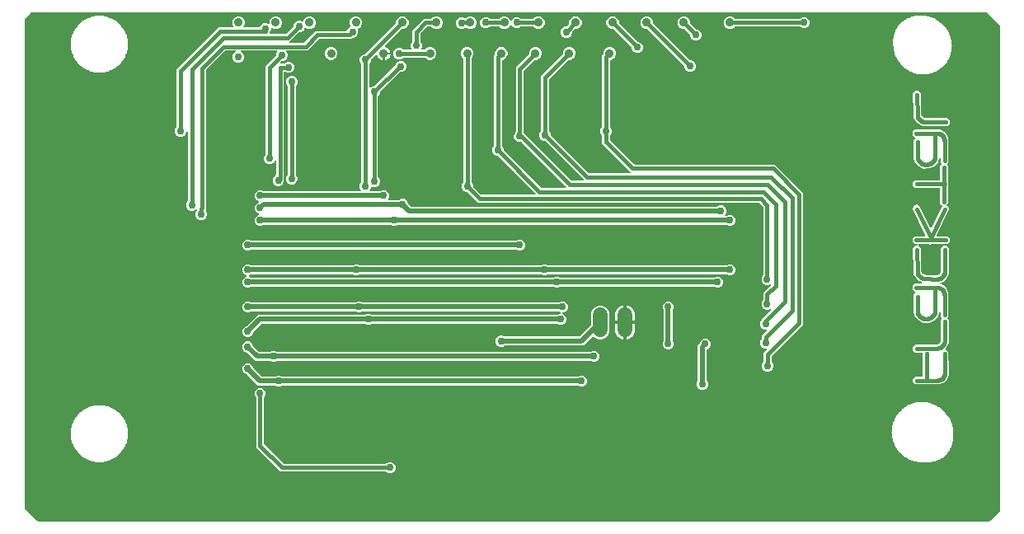
<source format=gbr>
G04 EAGLE Gerber RS-274X export*
G75*
%MOMM*%
%FSLAX34Y34*%
%LPD*%
%INBottom Copper*%
%IPPOS*%
%AMOC8*
5,1,8,0,0,1.08239X$1,22.5*%
G01*
%ADD10C,0.889000*%
%ADD11C,0.406400*%
%ADD12C,1.524000*%
%ADD13C,0.756400*%
%ADD14C,0.508000*%

G36*
X1079209Y46497D02*
X1079209Y46497D01*
X1079300Y46505D01*
X1079330Y46517D01*
X1079362Y46522D01*
X1079442Y46565D01*
X1079526Y46601D01*
X1079558Y46627D01*
X1079579Y46638D01*
X1079601Y46661D01*
X1079657Y46706D01*
X1089944Y56993D01*
X1089997Y57067D01*
X1090057Y57136D01*
X1090069Y57166D01*
X1090088Y57192D01*
X1090115Y57279D01*
X1090149Y57364D01*
X1090153Y57405D01*
X1090160Y57428D01*
X1090159Y57460D01*
X1090167Y57531D01*
X1090167Y555244D01*
X1090153Y555334D01*
X1090145Y555425D01*
X1090133Y555455D01*
X1090128Y555487D01*
X1090085Y555567D01*
X1090049Y555651D01*
X1090023Y555683D01*
X1090012Y555704D01*
X1089989Y555726D01*
X1089944Y555782D01*
X1076863Y568863D01*
X1076789Y568916D01*
X1076720Y568976D01*
X1076690Y568988D01*
X1076664Y569007D01*
X1076577Y569034D01*
X1076492Y569068D01*
X1076451Y569072D01*
X1076428Y569079D01*
X1076396Y569078D01*
X1076325Y569086D01*
X95250Y569086D01*
X95160Y569072D01*
X95069Y569064D01*
X95039Y569052D01*
X95007Y569047D01*
X94927Y569004D01*
X94843Y568968D01*
X94811Y568942D01*
X94790Y568931D01*
X94768Y568908D01*
X94712Y568863D01*
X88362Y562513D01*
X88309Y562439D01*
X88249Y562370D01*
X88237Y562340D01*
X88218Y562314D01*
X88191Y562227D01*
X88157Y562142D01*
X88153Y562101D01*
X88146Y562078D01*
X88147Y562046D01*
X88139Y561975D01*
X88139Y60325D01*
X88154Y60235D01*
X88161Y60144D01*
X88173Y60114D01*
X88179Y60082D01*
X88221Y60002D01*
X88257Y59918D01*
X88283Y59886D01*
X88294Y59865D01*
X88317Y59843D01*
X88362Y59787D01*
X101443Y46706D01*
X101517Y46653D01*
X101586Y46593D01*
X101616Y46581D01*
X101642Y46562D01*
X101729Y46535D01*
X101814Y46501D01*
X101855Y46497D01*
X101878Y46490D01*
X101910Y46491D01*
X101981Y46483D01*
X1079119Y46483D01*
X1079209Y46497D01*
G37*
%LPC*%
G36*
X850124Y200560D02*
X850124Y200560D01*
X847987Y201446D01*
X846352Y203081D01*
X845466Y205218D01*
X845466Y207532D01*
X846352Y209669D01*
X846993Y210311D01*
X847046Y210385D01*
X847106Y210454D01*
X847118Y210484D01*
X847137Y210510D01*
X847164Y210597D01*
X847198Y210682D01*
X847202Y210723D01*
X847209Y210745D01*
X847208Y210778D01*
X847216Y210849D01*
X847216Y219525D01*
X850574Y222883D01*
X850616Y222941D01*
X850665Y222993D01*
X850687Y223040D01*
X850717Y223082D01*
X850738Y223151D01*
X850769Y223216D01*
X850774Y223268D01*
X850790Y223318D01*
X850788Y223389D01*
X850796Y223460D01*
X850785Y223511D01*
X850783Y223563D01*
X850759Y223631D01*
X850744Y223701D01*
X850717Y223746D01*
X850699Y223794D01*
X850654Y223850D01*
X850617Y223912D01*
X850578Y223946D01*
X850545Y223986D01*
X850485Y224025D01*
X850430Y224072D01*
X850382Y224091D01*
X850338Y224119D01*
X850269Y224137D01*
X850202Y224164D01*
X850131Y224172D01*
X850100Y224180D01*
X850077Y224178D01*
X850036Y224182D01*
X848346Y224182D01*
X846209Y225068D01*
X844574Y226703D01*
X843688Y228840D01*
X843688Y231154D01*
X844574Y233291D01*
X845215Y233933D01*
X845268Y234007D01*
X845328Y234076D01*
X845340Y234106D01*
X845359Y234132D01*
X845386Y234219D01*
X845420Y234304D01*
X845424Y234345D01*
X845431Y234367D01*
X845430Y234400D01*
X845438Y234471D01*
X845438Y237178D01*
X850574Y242314D01*
X850616Y242372D01*
X850665Y242424D01*
X850687Y242471D01*
X850717Y242513D01*
X850738Y242582D01*
X850769Y242647D01*
X850774Y242699D01*
X850790Y242749D01*
X850788Y242820D01*
X850796Y242891D01*
X850785Y242942D01*
X850783Y242994D01*
X850759Y243062D01*
X850744Y243132D01*
X850717Y243177D01*
X850699Y243225D01*
X850654Y243281D01*
X850617Y243343D01*
X850578Y243377D01*
X850545Y243417D01*
X850485Y243456D01*
X850430Y243503D01*
X850382Y243522D01*
X850338Y243550D01*
X850269Y243568D01*
X850202Y243595D01*
X850131Y243603D01*
X850100Y243611D01*
X850077Y243609D01*
X850036Y243613D01*
X848346Y243613D01*
X846209Y244499D01*
X844574Y246134D01*
X843688Y248271D01*
X843688Y250585D01*
X844574Y252722D01*
X845215Y253364D01*
X845268Y253438D01*
X845328Y253507D01*
X845340Y253537D01*
X845359Y253563D01*
X845386Y253650D01*
X845420Y253735D01*
X845424Y253776D01*
X845431Y253798D01*
X845430Y253831D01*
X845438Y253902D01*
X845438Y254450D01*
X854458Y263470D01*
X854515Y263549D01*
X854577Y263624D01*
X854586Y263648D01*
X854601Y263669D01*
X854630Y263762D01*
X854665Y263853D01*
X854666Y263879D01*
X854674Y263904D01*
X854671Y264002D01*
X854675Y264099D01*
X854668Y264124D01*
X854667Y264150D01*
X854634Y264242D01*
X854607Y264335D01*
X854592Y264357D01*
X854583Y264381D01*
X854522Y264457D01*
X854466Y264537D01*
X854445Y264553D01*
X854429Y264573D01*
X854347Y264626D01*
X854269Y264684D01*
X854244Y264692D01*
X854222Y264706D01*
X854128Y264730D01*
X854035Y264760D01*
X854009Y264760D01*
X853984Y264766D01*
X853887Y264759D01*
X853789Y264758D01*
X853758Y264749D01*
X853738Y264747D01*
X853708Y264734D01*
X853628Y264711D01*
X852057Y264060D01*
X849743Y264060D01*
X847606Y264946D01*
X845971Y266581D01*
X845085Y268718D01*
X845085Y271032D01*
X845971Y273169D01*
X846612Y273811D01*
X846665Y273885D01*
X846725Y273954D01*
X846737Y273984D01*
X846756Y274010D01*
X846783Y274097D01*
X846817Y274182D01*
X846821Y274223D01*
X846828Y274245D01*
X846827Y274278D01*
X846835Y274349D01*
X846835Y281247D01*
X854458Y288870D01*
X854515Y288949D01*
X854577Y289024D01*
X854586Y289048D01*
X854601Y289069D01*
X854630Y289162D01*
X854665Y289253D01*
X854666Y289279D01*
X854674Y289304D01*
X854671Y289402D01*
X854675Y289499D01*
X854668Y289524D01*
X854667Y289550D01*
X854634Y289642D01*
X854607Y289735D01*
X854592Y289757D01*
X854583Y289781D01*
X854522Y289858D01*
X854466Y289937D01*
X854445Y289953D01*
X854429Y289973D01*
X854347Y290026D01*
X854269Y290084D01*
X854244Y290092D01*
X854222Y290106D01*
X854128Y290130D01*
X854035Y290160D01*
X854009Y290160D01*
X853984Y290166D01*
X853887Y290159D01*
X853789Y290158D01*
X853758Y290149D01*
X853738Y290147D01*
X853708Y290134D01*
X853628Y290111D01*
X852057Y289460D01*
X849743Y289460D01*
X847606Y290346D01*
X845971Y291981D01*
X845085Y294118D01*
X845085Y296432D01*
X845971Y298569D01*
X846612Y299211D01*
X846665Y299285D01*
X846725Y299354D01*
X846737Y299384D01*
X846756Y299410D01*
X846783Y299497D01*
X846817Y299582D01*
X846821Y299623D01*
X846828Y299645D01*
X846827Y299678D01*
X846835Y299749D01*
X846835Y369476D01*
X846821Y369566D01*
X846813Y369657D01*
X846801Y369687D01*
X846796Y369719D01*
X846753Y369799D01*
X846717Y369883D01*
X846691Y369915D01*
X846680Y369936D01*
X846657Y369958D01*
X846612Y370014D01*
X843089Y373537D01*
X843015Y373590D01*
X842946Y373650D01*
X842916Y373662D01*
X842890Y373681D01*
X842803Y373708D01*
X842718Y373742D01*
X842677Y373746D01*
X842654Y373753D01*
X842622Y373752D01*
X842551Y373760D01*
X553941Y373760D01*
X543214Y384487D01*
X543140Y384540D01*
X543071Y384600D01*
X543041Y384612D01*
X543015Y384631D01*
X542928Y384658D01*
X542843Y384692D01*
X542802Y384696D01*
X542779Y384703D01*
X542747Y384702D01*
X542676Y384710D01*
X541768Y384710D01*
X539631Y385596D01*
X537996Y387231D01*
X537110Y389368D01*
X537110Y391682D01*
X537996Y393819D01*
X538637Y394461D01*
X538690Y394535D01*
X538750Y394604D01*
X538762Y394634D01*
X538781Y394660D01*
X538808Y394747D01*
X538842Y394832D01*
X538846Y394873D01*
X538853Y394895D01*
X538852Y394928D01*
X538860Y394999D01*
X538860Y521639D01*
X538846Y521729D01*
X538838Y521820D01*
X538826Y521849D01*
X538821Y521881D01*
X538778Y521962D01*
X538742Y522046D01*
X538716Y522078D01*
X538705Y522099D01*
X538682Y522121D01*
X538637Y522177D01*
X537433Y523381D01*
X536447Y525762D01*
X536447Y528338D01*
X537433Y530719D01*
X539256Y532542D01*
X541637Y533528D01*
X544213Y533528D01*
X546594Y532542D01*
X548417Y530719D01*
X549403Y528338D01*
X549403Y525762D01*
X548417Y523381D01*
X547213Y522177D01*
X547160Y522103D01*
X547100Y522033D01*
X547088Y522003D01*
X547069Y521977D01*
X547042Y521890D01*
X547008Y521805D01*
X547004Y521764D01*
X546997Y521742D01*
X546998Y521710D01*
X546990Y521639D01*
X546990Y394999D01*
X547004Y394909D01*
X547012Y394818D01*
X547024Y394788D01*
X547029Y394756D01*
X547072Y394675D01*
X547108Y394592D01*
X547134Y394559D01*
X547145Y394539D01*
X547168Y394517D01*
X547213Y394461D01*
X547854Y393819D01*
X548740Y391682D01*
X548740Y390774D01*
X548754Y390684D01*
X548762Y390593D01*
X548774Y390563D01*
X548779Y390531D01*
X548822Y390451D01*
X548858Y390367D01*
X548884Y390335D01*
X548895Y390314D01*
X548918Y390292D01*
X548963Y390236D01*
X557086Y382113D01*
X557160Y382060D01*
X557229Y382000D01*
X557259Y381988D01*
X557285Y381969D01*
X557372Y381942D01*
X557457Y381908D01*
X557498Y381904D01*
X557521Y381897D01*
X557553Y381898D01*
X557624Y381890D01*
X612554Y381890D01*
X612625Y381901D01*
X612697Y381903D01*
X612745Y381921D01*
X612797Y381929D01*
X612860Y381963D01*
X612928Y381988D01*
X612968Y382020D01*
X613014Y382045D01*
X613064Y382097D01*
X613120Y382141D01*
X613148Y382185D01*
X613184Y382223D01*
X613214Y382288D01*
X613253Y382348D01*
X613265Y382399D01*
X613287Y382446D01*
X613295Y382517D01*
X613313Y382587D01*
X613309Y382639D01*
X613314Y382690D01*
X613299Y382761D01*
X613293Y382832D01*
X613273Y382880D01*
X613262Y382931D01*
X613225Y382992D01*
X613197Y383058D01*
X613152Y383114D01*
X613136Y383142D01*
X613118Y383157D01*
X613092Y383189D01*
X574583Y421698D01*
X574509Y421751D01*
X574440Y421811D01*
X574410Y421823D01*
X574384Y421842D01*
X574297Y421869D01*
X574212Y421903D01*
X574171Y421907D01*
X574148Y421914D01*
X574116Y421913D01*
X574045Y421921D01*
X573137Y421921D01*
X571000Y422807D01*
X569365Y424442D01*
X568479Y426579D01*
X568479Y428893D01*
X569365Y431030D01*
X570006Y431672D01*
X570059Y431746D01*
X570119Y431815D01*
X570131Y431845D01*
X570150Y431871D01*
X570177Y431958D01*
X570211Y432043D01*
X570215Y432084D01*
X570222Y432106D01*
X570221Y432139D01*
X570229Y432210D01*
X570229Y525178D01*
X571149Y526098D01*
X571202Y526172D01*
X571262Y526241D01*
X571274Y526271D01*
X571293Y526297D01*
X571320Y526384D01*
X571354Y526469D01*
X571358Y526510D01*
X571365Y526533D01*
X571364Y526565D01*
X571372Y526636D01*
X571372Y528338D01*
X572358Y530719D01*
X574181Y532542D01*
X576562Y533528D01*
X579138Y533528D01*
X581519Y532542D01*
X583342Y530719D01*
X584328Y528338D01*
X584328Y525762D01*
X583342Y523381D01*
X581519Y521558D01*
X579138Y520572D01*
X579120Y520572D01*
X579100Y520569D01*
X579081Y520571D01*
X578979Y520549D01*
X578877Y520533D01*
X578860Y520523D01*
X578840Y520519D01*
X578751Y520466D01*
X578660Y520417D01*
X578646Y520403D01*
X578629Y520393D01*
X578562Y520314D01*
X578490Y520239D01*
X578482Y520221D01*
X578469Y520206D01*
X578430Y520110D01*
X578387Y520016D01*
X578385Y519996D01*
X578377Y519978D01*
X578359Y519811D01*
X578359Y432210D01*
X578373Y432120D01*
X578381Y432029D01*
X578393Y431999D01*
X578398Y431967D01*
X578441Y431886D01*
X578477Y431803D01*
X578503Y431770D01*
X578514Y431750D01*
X578537Y431728D01*
X578582Y431672D01*
X579223Y431030D01*
X580109Y428893D01*
X580109Y427985D01*
X580123Y427895D01*
X580131Y427804D01*
X580143Y427774D01*
X580148Y427742D01*
X580191Y427662D01*
X580227Y427578D01*
X580253Y427546D01*
X580264Y427525D01*
X580287Y427503D01*
X580332Y427447D01*
X618300Y389479D01*
X618374Y389426D01*
X618443Y389366D01*
X618473Y389354D01*
X618499Y389335D01*
X618586Y389308D01*
X618671Y389274D01*
X618712Y389270D01*
X618735Y389263D01*
X618767Y389264D01*
X618838Y389256D01*
X643669Y389256D01*
X643740Y389267D01*
X643812Y389269D01*
X643861Y389287D01*
X643912Y389295D01*
X643975Y389329D01*
X644043Y389354D01*
X644083Y389386D01*
X644129Y389411D01*
X644179Y389462D01*
X644235Y389507D01*
X644263Y389551D01*
X644299Y389589D01*
X644329Y389654D01*
X644368Y389714D01*
X644380Y389765D01*
X644402Y389812D01*
X644410Y389883D01*
X644428Y389953D01*
X644424Y390005D01*
X644429Y390056D01*
X644414Y390127D01*
X644408Y390198D01*
X644388Y390246D01*
X644377Y390297D01*
X644340Y390358D01*
X644312Y390424D01*
X644267Y390480D01*
X644251Y390508D01*
X644233Y390523D01*
X644207Y390555D01*
X598776Y435987D01*
X598681Y436055D01*
X598587Y436125D01*
X598581Y436127D01*
X598576Y436131D01*
X598464Y436165D01*
X598353Y436201D01*
X598347Y436201D01*
X598341Y436203D01*
X598223Y436200D01*
X598107Y436199D01*
X598100Y436197D01*
X598095Y436197D01*
X598077Y436190D01*
X597946Y436152D01*
X597930Y436145D01*
X595616Y436145D01*
X593479Y437031D01*
X591844Y438666D01*
X590958Y440803D01*
X590958Y443117D01*
X591844Y445254D01*
X592485Y445896D01*
X592538Y445970D01*
X592598Y446039D01*
X592610Y446069D01*
X592629Y446095D01*
X592656Y446182D01*
X592690Y446267D01*
X592694Y446308D01*
X592701Y446330D01*
X592700Y446363D01*
X592708Y446434D01*
X592708Y512732D01*
X606074Y526098D01*
X606127Y526172D01*
X606187Y526241D01*
X606199Y526271D01*
X606218Y526297D01*
X606245Y526384D01*
X606279Y526469D01*
X606283Y526510D01*
X606290Y526532D01*
X606289Y526565D01*
X606297Y526636D01*
X606297Y528338D01*
X607283Y530719D01*
X609106Y532542D01*
X611487Y533528D01*
X614063Y533528D01*
X616444Y532542D01*
X618267Y530719D01*
X619253Y528338D01*
X619253Y525762D01*
X618267Y523381D01*
X616444Y521558D01*
X614063Y520572D01*
X612361Y520572D01*
X612271Y520558D01*
X612180Y520550D01*
X612150Y520538D01*
X612118Y520533D01*
X612038Y520490D01*
X611954Y520454D01*
X611922Y520428D01*
X611901Y520417D01*
X611879Y520394D01*
X611823Y520349D01*
X601061Y509587D01*
X601008Y509513D01*
X600948Y509444D01*
X600936Y509414D01*
X600917Y509388D01*
X600890Y509301D01*
X600856Y509216D01*
X600852Y509175D01*
X600845Y509152D01*
X600846Y509120D01*
X600838Y509049D01*
X600838Y446434D01*
X600852Y446344D01*
X600860Y446253D01*
X600872Y446223D01*
X600877Y446191D01*
X600920Y446110D01*
X600956Y446027D01*
X600982Y445994D01*
X600993Y445974D01*
X601016Y445952D01*
X601061Y445896D01*
X601702Y445254D01*
X602137Y444204D01*
X602172Y444148D01*
X602198Y444088D01*
X602249Y444023D01*
X602267Y443995D01*
X602282Y443983D01*
X602302Y443957D01*
X649415Y396845D01*
X649489Y396792D01*
X649558Y396732D01*
X649588Y396720D01*
X649614Y396701D01*
X649701Y396674D01*
X649786Y396640D01*
X649827Y396636D01*
X649850Y396629D01*
X649882Y396630D01*
X649953Y396622D01*
X661957Y396622D01*
X662028Y396633D01*
X662100Y396635D01*
X662148Y396653D01*
X662200Y396661D01*
X662263Y396695D01*
X662331Y396720D01*
X662371Y396752D01*
X662417Y396777D01*
X662467Y396829D01*
X662523Y396873D01*
X662551Y396917D01*
X662587Y396955D01*
X662617Y397020D01*
X662656Y397080D01*
X662668Y397131D01*
X662690Y397178D01*
X662698Y397249D01*
X662716Y397319D01*
X662712Y397371D01*
X662717Y397422D01*
X662702Y397493D01*
X662696Y397564D01*
X662676Y397612D01*
X662665Y397663D01*
X662628Y397724D01*
X662600Y397790D01*
X662555Y397846D01*
X662539Y397874D01*
X662521Y397889D01*
X662495Y397921D01*
X623097Y437319D01*
X623023Y437372D01*
X622954Y437432D01*
X622924Y437444D01*
X622898Y437463D01*
X622811Y437490D01*
X622726Y437524D01*
X622685Y437528D01*
X622662Y437535D01*
X622630Y437534D01*
X622559Y437542D01*
X621651Y437542D01*
X619514Y438428D01*
X617879Y440063D01*
X616993Y442200D01*
X616993Y444514D01*
X617879Y446651D01*
X618520Y447293D01*
X618573Y447367D01*
X618633Y447436D01*
X618645Y447466D01*
X618664Y447492D01*
X618691Y447579D01*
X618725Y447664D01*
X618729Y447705D01*
X618736Y447727D01*
X618735Y447760D01*
X618743Y447831D01*
X618743Y503842D01*
X621347Y506446D01*
X640999Y526098D01*
X641052Y526172D01*
X641112Y526241D01*
X641124Y526271D01*
X641143Y526297D01*
X641170Y526384D01*
X641204Y526469D01*
X641208Y526510D01*
X641215Y526532D01*
X641214Y526565D01*
X641222Y526636D01*
X641222Y528338D01*
X642208Y530719D01*
X644031Y532542D01*
X646412Y533528D01*
X648988Y533528D01*
X651369Y532542D01*
X653192Y530719D01*
X654178Y528338D01*
X654178Y525762D01*
X653192Y523381D01*
X651369Y521558D01*
X648988Y520572D01*
X647286Y520572D01*
X647196Y520558D01*
X647105Y520550D01*
X647075Y520538D01*
X647043Y520533D01*
X646963Y520490D01*
X646879Y520454D01*
X646847Y520428D01*
X646826Y520417D01*
X646804Y520394D01*
X646748Y520349D01*
X627096Y500697D01*
X627049Y500633D01*
X627033Y500616D01*
X627030Y500608D01*
X626983Y500554D01*
X626971Y500524D01*
X626952Y500498D01*
X626925Y500411D01*
X626891Y500326D01*
X626887Y500285D01*
X626880Y500262D01*
X626881Y500230D01*
X626873Y500159D01*
X626873Y447831D01*
X626887Y447741D01*
X626895Y447650D01*
X626907Y447620D01*
X626912Y447588D01*
X626955Y447507D01*
X626991Y447424D01*
X627017Y447391D01*
X627028Y447371D01*
X627051Y447349D01*
X627096Y447293D01*
X627737Y446651D01*
X628623Y444514D01*
X628623Y443606D01*
X628637Y443516D01*
X628645Y443425D01*
X628657Y443395D01*
X628662Y443363D01*
X628705Y443283D01*
X628741Y443199D01*
X628767Y443167D01*
X628778Y443146D01*
X628801Y443124D01*
X628846Y443068D01*
X667703Y404211D01*
X667777Y404158D01*
X667846Y404098D01*
X667876Y404086D01*
X667902Y404067D01*
X667989Y404040D01*
X668074Y404006D01*
X668115Y404002D01*
X668138Y403995D01*
X668170Y403996D01*
X668241Y403988D01*
X710344Y403988D01*
X710415Y403999D01*
X710487Y404001D01*
X710535Y404019D01*
X710587Y404027D01*
X710650Y404061D01*
X710718Y404086D01*
X710758Y404118D01*
X710804Y404143D01*
X710854Y404195D01*
X710910Y404239D01*
X710938Y404283D01*
X710974Y404321D01*
X711004Y404386D01*
X711043Y404446D01*
X711055Y404497D01*
X711077Y404544D01*
X711085Y404615D01*
X711103Y404685D01*
X711099Y404737D01*
X711104Y404788D01*
X711089Y404859D01*
X711083Y404930D01*
X711063Y404978D01*
X711052Y405029D01*
X711015Y405090D01*
X710987Y405156D01*
X710942Y405212D01*
X710926Y405240D01*
X710908Y405255D01*
X710882Y405287D01*
X681354Y434815D01*
X681354Y442693D01*
X681340Y442783D01*
X681332Y442874D01*
X681320Y442904D01*
X681315Y442936D01*
X681272Y443017D01*
X681236Y443100D01*
X681210Y443133D01*
X681199Y443153D01*
X681176Y443175D01*
X681131Y443231D01*
X680490Y443873D01*
X679604Y446010D01*
X679604Y448324D01*
X680490Y450461D01*
X681131Y451103D01*
X681184Y451177D01*
X681244Y451246D01*
X681256Y451276D01*
X681275Y451302D01*
X681302Y451389D01*
X681336Y451474D01*
X681340Y451515D01*
X681347Y451537D01*
X681346Y451570D01*
X681354Y451641D01*
X681354Y525178D01*
X682274Y526098D01*
X682327Y526172D01*
X682387Y526241D01*
X682399Y526271D01*
X682418Y526297D01*
X682445Y526384D01*
X682479Y526469D01*
X682483Y526510D01*
X682490Y526532D01*
X682489Y526565D01*
X682497Y526636D01*
X682497Y528338D01*
X683483Y530719D01*
X685306Y532542D01*
X687687Y533528D01*
X690263Y533528D01*
X692644Y532542D01*
X694467Y530719D01*
X695453Y528338D01*
X695453Y525762D01*
X694467Y523381D01*
X692644Y521558D01*
X690263Y520572D01*
X690245Y520572D01*
X690225Y520569D01*
X690206Y520571D01*
X690104Y520549D01*
X690002Y520533D01*
X689985Y520523D01*
X689965Y520519D01*
X689876Y520466D01*
X689785Y520417D01*
X689771Y520403D01*
X689754Y520393D01*
X689687Y520314D01*
X689615Y520239D01*
X689607Y520221D01*
X689594Y520206D01*
X689555Y520110D01*
X689512Y520016D01*
X689510Y519996D01*
X689502Y519978D01*
X689484Y519811D01*
X689484Y451641D01*
X689498Y451551D01*
X689506Y451460D01*
X689518Y451430D01*
X689523Y451398D01*
X689566Y451317D01*
X689602Y451234D01*
X689628Y451201D01*
X689639Y451181D01*
X689662Y451159D01*
X689707Y451103D01*
X690348Y450461D01*
X691234Y448324D01*
X691234Y446010D01*
X690348Y443873D01*
X689707Y443231D01*
X689654Y443157D01*
X689594Y443088D01*
X689582Y443058D01*
X689563Y443032D01*
X689536Y442945D01*
X689502Y442860D01*
X689498Y442819D01*
X689491Y442797D01*
X689492Y442764D01*
X689484Y442693D01*
X689484Y438498D01*
X689485Y438490D01*
X689485Y438487D01*
X689488Y438473D01*
X689498Y438408D01*
X689506Y438317D01*
X689518Y438287D01*
X689523Y438255D01*
X689566Y438175D01*
X689602Y438091D01*
X689628Y438059D01*
X689639Y438038D01*
X689662Y438016D01*
X689707Y437960D01*
X714312Y413355D01*
X714386Y413302D01*
X714455Y413242D01*
X714485Y413230D01*
X714511Y413211D01*
X714598Y413184D01*
X714683Y413150D01*
X714724Y413146D01*
X714747Y413139D01*
X714779Y413140D01*
X714850Y413132D01*
X859048Y413132D01*
X887957Y384223D01*
X887957Y248769D01*
X855569Y216381D01*
X855516Y216307D01*
X855456Y216237D01*
X855444Y216207D01*
X855425Y216181D01*
X855398Y216094D01*
X855364Y216009D01*
X855360Y215968D01*
X855353Y215946D01*
X855354Y215914D01*
X855346Y215843D01*
X855346Y210849D01*
X855360Y210759D01*
X855368Y210668D01*
X855380Y210638D01*
X855385Y210606D01*
X855428Y210525D01*
X855464Y210442D01*
X855490Y210409D01*
X855501Y210389D01*
X855524Y210367D01*
X855569Y210311D01*
X856210Y209669D01*
X857096Y207532D01*
X857096Y205218D01*
X856210Y203081D01*
X854575Y201446D01*
X852438Y200560D01*
X850124Y200560D01*
G37*
%LPD*%
%LPC*%
G36*
X329043Y349785D02*
X329043Y349785D01*
X326906Y350671D01*
X325271Y352306D01*
X324385Y354443D01*
X324385Y356757D01*
X325271Y358894D01*
X326906Y360529D01*
X328638Y361247D01*
X328699Y361284D01*
X328764Y361314D01*
X328802Y361349D01*
X328847Y361376D01*
X328893Y361432D01*
X328945Y361480D01*
X328970Y361526D01*
X329004Y361566D01*
X329029Y361633D01*
X329064Y361696D01*
X329073Y361747D01*
X329092Y361795D01*
X329095Y361867D01*
X329108Y361938D01*
X329100Y361989D01*
X329102Y362041D01*
X329082Y362110D01*
X329072Y362181D01*
X329048Y362227D01*
X329034Y362277D01*
X328993Y362336D01*
X328960Y362400D01*
X328923Y362437D01*
X328893Y362479D01*
X328836Y362522D01*
X328785Y362572D01*
X328722Y362607D01*
X328696Y362626D01*
X328674Y362633D01*
X328638Y362653D01*
X326906Y363371D01*
X325271Y365006D01*
X324385Y367143D01*
X324385Y369457D01*
X325271Y371594D01*
X326906Y373229D01*
X328638Y373947D01*
X328699Y373985D01*
X328764Y374014D01*
X328802Y374049D01*
X328847Y374076D01*
X328893Y374132D01*
X328945Y374180D01*
X328970Y374226D01*
X329004Y374266D01*
X329029Y374333D01*
X329064Y374396D01*
X329073Y374447D01*
X329092Y374495D01*
X329095Y374567D01*
X329108Y374638D01*
X329100Y374689D01*
X329102Y374741D01*
X329082Y374810D01*
X329072Y374881D01*
X329048Y374927D01*
X329034Y374977D01*
X328993Y375036D01*
X328960Y375100D01*
X328923Y375137D01*
X328893Y375179D01*
X328836Y375222D01*
X328785Y375272D01*
X328722Y375307D01*
X328696Y375326D01*
X328674Y375333D01*
X328638Y375353D01*
X326906Y376071D01*
X325271Y377706D01*
X324385Y379843D01*
X324385Y382157D01*
X325271Y384294D01*
X326906Y385929D01*
X329043Y386815D01*
X331357Y386815D01*
X333494Y385929D01*
X333628Y385796D01*
X333702Y385743D01*
X333771Y385683D01*
X333801Y385671D01*
X333827Y385652D01*
X333914Y385625D01*
X333999Y385591D01*
X334040Y385587D01*
X334062Y385580D01*
X334095Y385581D01*
X334166Y385573D01*
X433013Y385573D01*
X433084Y385584D01*
X433156Y385586D01*
X433205Y385604D01*
X433256Y385612D01*
X433319Y385646D01*
X433387Y385671D01*
X433427Y385703D01*
X433473Y385728D01*
X433523Y385780D01*
X433579Y385824D01*
X433607Y385868D01*
X433643Y385906D01*
X433673Y385971D01*
X433712Y386031D01*
X433724Y386082D01*
X433746Y386129D01*
X433754Y386200D01*
X433772Y386270D01*
X433768Y386322D01*
X433773Y386373D01*
X433758Y386444D01*
X433753Y386515D01*
X433732Y386563D01*
X433721Y386614D01*
X433684Y386675D01*
X433656Y386741D01*
X433611Y386797D01*
X433595Y386825D01*
X433577Y386840D01*
X433551Y386872D01*
X433192Y387231D01*
X432307Y389368D01*
X432307Y391682D01*
X433193Y393819D01*
X433834Y394461D01*
X433887Y394535D01*
X433947Y394604D01*
X433959Y394634D01*
X433978Y394660D01*
X434005Y394747D01*
X434039Y394832D01*
X434043Y394873D01*
X434050Y394895D01*
X434049Y394928D01*
X434057Y394999D01*
X434057Y516198D01*
X434056Y516208D01*
X434056Y516213D01*
X434050Y516241D01*
X434043Y516288D01*
X434035Y516379D01*
X434023Y516409D01*
X434018Y516441D01*
X433975Y516522D01*
X433939Y516605D01*
X433913Y516638D01*
X433902Y516658D01*
X433879Y516680D01*
X433834Y516736D01*
X433193Y517378D01*
X432307Y519515D01*
X432307Y521829D01*
X433193Y523966D01*
X434828Y525601D01*
X436965Y526487D01*
X437873Y526487D01*
X437963Y526501D01*
X438054Y526509D01*
X438084Y526521D01*
X438116Y526526D01*
X438196Y526569D01*
X438280Y526605D01*
X438312Y526631D01*
X438333Y526642D01*
X438355Y526665D01*
X438411Y526710D01*
X469549Y557848D01*
X469602Y557922D01*
X469662Y557991D01*
X469674Y558021D01*
X469693Y558047D01*
X469720Y558134D01*
X469754Y558219D01*
X469758Y558260D01*
X469765Y558283D01*
X469764Y558315D01*
X469772Y558386D01*
X469772Y560088D01*
X470758Y562469D01*
X472581Y564292D01*
X474962Y565278D01*
X477538Y565278D01*
X479919Y564292D01*
X481742Y562469D01*
X482728Y560088D01*
X482728Y557512D01*
X481742Y555131D01*
X479919Y553308D01*
X477538Y552322D01*
X475836Y552322D01*
X475746Y552308D01*
X475655Y552300D01*
X475625Y552288D01*
X475593Y552283D01*
X475513Y552240D01*
X475429Y552204D01*
X475397Y552178D01*
X475376Y552167D01*
X475354Y552144D01*
X475298Y552099D01*
X458350Y535151D01*
X458281Y535055D01*
X458209Y534957D01*
X458208Y534954D01*
X458206Y534952D01*
X458171Y534838D01*
X458135Y534723D01*
X458135Y534719D01*
X458134Y534716D01*
X458137Y534596D01*
X458139Y534477D01*
X458140Y534474D01*
X458140Y534471D01*
X458182Y534357D01*
X458222Y534245D01*
X458223Y534243D01*
X458225Y534240D01*
X458300Y534145D01*
X458374Y534052D01*
X458376Y534050D01*
X458378Y534048D01*
X458480Y533982D01*
X458580Y533917D01*
X458583Y533916D01*
X458585Y533915D01*
X458596Y533912D01*
X458739Y533866D01*
X459238Y533767D01*
X460509Y533241D01*
X461653Y532476D01*
X462626Y531503D01*
X463391Y530359D01*
X463917Y529088D01*
X464133Y528002D01*
X457391Y528002D01*
X457371Y527999D01*
X457351Y528001D01*
X457250Y527979D01*
X457148Y527962D01*
X457130Y527953D01*
X457111Y527948D01*
X457022Y527895D01*
X456931Y527847D01*
X456917Y527833D01*
X456900Y527822D01*
X456832Y527744D01*
X456761Y527669D01*
X456753Y527651D01*
X456740Y527635D01*
X456707Y527554D01*
X456641Y527514D01*
X456549Y527466D01*
X456536Y527451D01*
X456519Y527441D01*
X456451Y527362D01*
X456380Y527287D01*
X456372Y527269D01*
X456359Y527254D01*
X456320Y527158D01*
X456276Y527064D01*
X456274Y527045D01*
X456267Y527026D01*
X456248Y526859D01*
X456248Y520117D01*
X455162Y520333D01*
X453891Y520859D01*
X452747Y521624D01*
X451774Y522597D01*
X451009Y523741D01*
X450483Y525012D01*
X450384Y525511D01*
X450357Y525581D01*
X450356Y525589D01*
X450352Y525594D01*
X450341Y525624D01*
X450300Y525736D01*
X450298Y525738D01*
X450297Y525741D01*
X450221Y525834D01*
X450147Y525928D01*
X450144Y525929D01*
X450142Y525932D01*
X450040Y525996D01*
X449940Y526061D01*
X449937Y526061D01*
X449934Y526063D01*
X449817Y526091D01*
X449701Y526121D01*
X449698Y526120D01*
X449695Y526121D01*
X449574Y526111D01*
X449456Y526101D01*
X449453Y526100D01*
X449450Y526100D01*
X449338Y526051D01*
X449230Y526005D01*
X449227Y526003D01*
X449224Y526002D01*
X449216Y525994D01*
X449099Y525900D01*
X444160Y520961D01*
X444107Y520887D01*
X444047Y520818D01*
X444035Y520788D01*
X444016Y520762D01*
X443989Y520674D01*
X443955Y520590D01*
X443951Y520549D01*
X443944Y520526D01*
X443945Y520494D01*
X443937Y520423D01*
X443937Y519515D01*
X443051Y517378D01*
X442410Y516736D01*
X442357Y516662D01*
X442297Y516593D01*
X442285Y516563D01*
X442266Y516537D01*
X442239Y516450D01*
X442205Y516365D01*
X442201Y516324D01*
X442194Y516302D01*
X442195Y516269D01*
X442187Y516198D01*
X442187Y492761D01*
X442198Y492690D01*
X442200Y492618D01*
X442218Y492569D01*
X442226Y492518D01*
X442260Y492455D01*
X442285Y492387D01*
X442317Y492347D01*
X442342Y492301D01*
X442394Y492251D01*
X442438Y492195D01*
X442482Y492167D01*
X442520Y492131D01*
X442585Y492101D01*
X442645Y492062D01*
X442696Y492050D01*
X442743Y492028D01*
X442814Y492020D01*
X442884Y492002D01*
X442936Y492006D01*
X442987Y492001D01*
X443058Y492016D01*
X443129Y492021D01*
X443177Y492042D01*
X443228Y492053D01*
X443289Y492090D01*
X443355Y492118D01*
X443411Y492163D01*
X443439Y492179D01*
X443454Y492197D01*
X443486Y492223D01*
X443916Y492653D01*
X446053Y493538D01*
X446961Y493538D01*
X447051Y493552D01*
X447142Y493560D01*
X447172Y493572D01*
X447204Y493577D01*
X447284Y493620D01*
X447368Y493656D01*
X447400Y493682D01*
X447421Y493693D01*
X447443Y493716D01*
X447499Y493761D01*
X468927Y515189D01*
X468965Y515242D01*
X469011Y515289D01*
X469052Y515362D01*
X469071Y515388D01*
X469076Y515407D01*
X469092Y515436D01*
X469797Y517136D01*
X471432Y518771D01*
X473569Y519657D01*
X475883Y519657D01*
X478020Y518771D01*
X479655Y517136D01*
X480541Y514999D01*
X480541Y512685D01*
X479655Y510548D01*
X478020Y508913D01*
X475883Y508027D01*
X473578Y508027D01*
X473488Y508013D01*
X473397Y508005D01*
X473367Y507993D01*
X473335Y507988D01*
X473255Y507945D01*
X473171Y507909D01*
X473139Y507883D01*
X473118Y507872D01*
X473096Y507849D01*
X473040Y507804D01*
X453248Y488012D01*
X453195Y487938D01*
X453135Y487869D01*
X453123Y487839D01*
X453104Y487813D01*
X453077Y487726D01*
X453043Y487641D01*
X453039Y487600D01*
X453032Y487577D01*
X453033Y487545D01*
X453025Y487474D01*
X453025Y486566D01*
X452139Y484429D01*
X451498Y483787D01*
X451445Y483713D01*
X451385Y483644D01*
X451373Y483614D01*
X451354Y483588D01*
X451327Y483501D01*
X451293Y483416D01*
X451289Y483375D01*
X451282Y483353D01*
X451283Y483320D01*
X451275Y483249D01*
X451275Y400333D01*
X451289Y400243D01*
X451297Y400152D01*
X451309Y400122D01*
X451314Y400090D01*
X451357Y400009D01*
X451393Y399926D01*
X451419Y399893D01*
X451430Y399873D01*
X451453Y399851D01*
X451498Y399795D01*
X452139Y399153D01*
X453025Y397016D01*
X453025Y394702D01*
X452139Y392565D01*
X450504Y390930D01*
X448367Y390044D01*
X446053Y390044D01*
X444989Y390485D01*
X444945Y390496D01*
X444903Y390515D01*
X444826Y390523D01*
X444750Y390541D01*
X444704Y390537D01*
X444659Y390542D01*
X444582Y390525D01*
X444505Y390518D01*
X444463Y390499D01*
X444418Y390490D01*
X444351Y390450D01*
X444280Y390418D01*
X444246Y390387D01*
X444207Y390364D01*
X444156Y390304D01*
X444099Y390252D01*
X444077Y390211D01*
X444047Y390177D01*
X444018Y390104D01*
X443981Y390036D01*
X443972Y389991D01*
X443955Y389948D01*
X443940Y389813D01*
X443937Y389794D01*
X443938Y389789D01*
X443937Y389782D01*
X443937Y389368D01*
X443052Y387231D01*
X442693Y386872D01*
X442651Y386814D01*
X442601Y386762D01*
X442579Y386715D01*
X442549Y386673D01*
X442528Y386604D01*
X442498Y386539D01*
X442492Y386487D01*
X442477Y386437D01*
X442479Y386366D01*
X442471Y386295D01*
X442482Y386244D01*
X442483Y386192D01*
X442508Y386124D01*
X442523Y386054D01*
X442550Y386009D01*
X442567Y385961D01*
X442612Y385905D01*
X442649Y385843D01*
X442689Y385809D01*
X442721Y385769D01*
X442781Y385730D01*
X442836Y385683D01*
X442884Y385664D01*
X442928Y385636D01*
X442997Y385618D01*
X443064Y385591D01*
X443135Y385583D01*
X443167Y385575D01*
X443190Y385577D01*
X443231Y385573D01*
X453234Y385573D01*
X453324Y385587D01*
X453415Y385595D01*
X453445Y385607D01*
X453477Y385612D01*
X453558Y385655D01*
X453641Y385691D01*
X453674Y385717D01*
X453694Y385728D01*
X453716Y385751D01*
X453772Y385796D01*
X453906Y385929D01*
X456043Y386815D01*
X458357Y386815D01*
X460494Y385929D01*
X462129Y384294D01*
X463015Y382157D01*
X463015Y379843D01*
X462121Y377686D01*
X462110Y377670D01*
X462060Y377618D01*
X462038Y377571D01*
X462008Y377529D01*
X461987Y377460D01*
X461957Y377395D01*
X461951Y377343D01*
X461936Y377294D01*
X461938Y377222D01*
X461930Y377151D01*
X461941Y377100D01*
X461942Y377048D01*
X461967Y376980D01*
X461982Y376910D01*
X462009Y376866D01*
X462026Y376817D01*
X462071Y376761D01*
X462108Y376699D01*
X462148Y376665D01*
X462180Y376625D01*
X462240Y376586D01*
X462295Y376539D01*
X462343Y376520D01*
X462387Y376492D01*
X462456Y376474D01*
X462523Y376447D01*
X462594Y376439D01*
X462625Y376431D01*
X462649Y376433D01*
X462690Y376429D01*
X472665Y376429D01*
X472755Y376443D01*
X472846Y376451D01*
X472876Y376463D01*
X472908Y376468D01*
X472989Y376511D01*
X473072Y376547D01*
X473105Y376573D01*
X473125Y376584D01*
X473147Y376607D01*
X473203Y376652D01*
X473337Y376785D01*
X475474Y377671D01*
X477788Y377671D01*
X479925Y376785D01*
X481560Y375150D01*
X482446Y373013D01*
X482446Y372823D01*
X482460Y372733D01*
X482468Y372642D01*
X482480Y372613D01*
X482485Y372581D01*
X482528Y372500D01*
X482564Y372416D01*
X482590Y372384D01*
X482601Y372363D01*
X482624Y372341D01*
X482669Y372285D01*
X485033Y369921D01*
X485107Y369868D01*
X485177Y369808D01*
X485207Y369796D01*
X485233Y369777D01*
X485320Y369750D01*
X485405Y369716D01*
X485446Y369712D01*
X485468Y369705D01*
X485500Y369706D01*
X485571Y369698D01*
X799309Y369698D01*
X799399Y369712D01*
X799490Y369720D01*
X799520Y369732D01*
X799552Y369737D01*
X799633Y369780D01*
X799716Y369816D01*
X799749Y369842D01*
X799769Y369853D01*
X799791Y369876D01*
X799847Y369921D01*
X799981Y370054D01*
X802118Y370940D01*
X804432Y370940D01*
X806569Y370054D01*
X808204Y368419D01*
X809090Y366282D01*
X809090Y363968D01*
X808205Y361831D01*
X807846Y361472D01*
X807804Y361414D01*
X807754Y361362D01*
X807732Y361315D01*
X807702Y361273D01*
X807681Y361204D01*
X807651Y361139D01*
X807645Y361087D01*
X807630Y361037D01*
X807632Y360966D01*
X807624Y360895D01*
X807635Y360844D01*
X807636Y360792D01*
X807661Y360724D01*
X807676Y360654D01*
X807703Y360609D01*
X807720Y360561D01*
X807765Y360505D01*
X807802Y360443D01*
X807842Y360409D01*
X807874Y360369D01*
X807934Y360330D01*
X807989Y360283D01*
X808037Y360264D01*
X808081Y360236D01*
X808150Y360218D01*
X808217Y360191D01*
X808288Y360183D01*
X808320Y360175D01*
X808343Y360177D01*
X808384Y360173D01*
X808834Y360173D01*
X808924Y360187D01*
X809015Y360195D01*
X809045Y360207D01*
X809077Y360212D01*
X809158Y360255D01*
X809241Y360291D01*
X809274Y360317D01*
X809294Y360328D01*
X809316Y360351D01*
X809372Y360396D01*
X809506Y360529D01*
X811643Y361415D01*
X813957Y361415D01*
X816094Y360529D01*
X817729Y358894D01*
X818615Y356757D01*
X818615Y354443D01*
X817729Y352306D01*
X816094Y350671D01*
X813957Y349785D01*
X811643Y349785D01*
X809506Y350671D01*
X809372Y350804D01*
X809298Y350857D01*
X809229Y350917D01*
X809199Y350929D01*
X809173Y350948D01*
X809086Y350975D01*
X809001Y351009D01*
X808960Y351013D01*
X808938Y351020D01*
X808905Y351019D01*
X808834Y351027D01*
X471847Y351027D01*
X471757Y351013D01*
X471666Y351005D01*
X471636Y350993D01*
X471604Y350988D01*
X471523Y350945D01*
X471440Y350909D01*
X471407Y350883D01*
X471387Y350872D01*
X471365Y350849D01*
X471309Y350804D01*
X471175Y350671D01*
X469038Y349785D01*
X466724Y349785D01*
X464587Y350671D01*
X464453Y350804D01*
X464379Y350857D01*
X464310Y350917D01*
X464280Y350929D01*
X464254Y350948D01*
X464167Y350975D01*
X464082Y351009D01*
X464041Y351013D01*
X464019Y351020D01*
X463986Y351019D01*
X463915Y351027D01*
X334166Y351027D01*
X334076Y351013D01*
X333985Y351005D01*
X333955Y350993D01*
X333923Y350988D01*
X333842Y350945D01*
X333759Y350909D01*
X333726Y350883D01*
X333706Y350872D01*
X333684Y350849D01*
X333628Y350804D01*
X333494Y350671D01*
X331357Y349785D01*
X329043Y349785D01*
G37*
%LPD*%
%LPC*%
G36*
X268718Y356135D02*
X268718Y356135D01*
X266581Y357021D01*
X264946Y358656D01*
X264060Y360793D01*
X264060Y363107D01*
X264946Y365244D01*
X265587Y365886D01*
X265640Y365960D01*
X265700Y366029D01*
X265712Y366059D01*
X265731Y366085D01*
X265758Y366172D01*
X265792Y366257D01*
X265796Y366298D01*
X265803Y366320D01*
X265802Y366353D01*
X265810Y366424D01*
X265810Y367255D01*
X265799Y367326D01*
X265797Y367398D01*
X265779Y367447D01*
X265771Y367498D01*
X265737Y367561D01*
X265712Y367629D01*
X265680Y367669D01*
X265655Y367715D01*
X265603Y367765D01*
X265559Y367821D01*
X265515Y367849D01*
X265477Y367885D01*
X265412Y367915D01*
X265352Y367954D01*
X265301Y367966D01*
X265254Y367988D01*
X265183Y367996D01*
X265113Y368014D01*
X265061Y368010D01*
X265010Y368015D01*
X264939Y368000D01*
X264868Y367995D01*
X264820Y367974D01*
X264769Y367963D01*
X264708Y367926D01*
X264642Y367898D01*
X264586Y367853D01*
X264558Y367837D01*
X264543Y367819D01*
X264511Y367793D01*
X263263Y366546D01*
X261126Y365660D01*
X258812Y365660D01*
X256675Y366546D01*
X255040Y368181D01*
X254154Y370318D01*
X254154Y372632D01*
X255040Y374769D01*
X255681Y375411D01*
X255734Y375485D01*
X255794Y375554D01*
X255806Y375584D01*
X255825Y375610D01*
X255852Y375697D01*
X255886Y375782D01*
X255890Y375823D01*
X255897Y375845D01*
X255896Y375878D01*
X255904Y375949D01*
X255904Y446128D01*
X255889Y446224D01*
X255879Y446321D01*
X255869Y446345D01*
X255865Y446371D01*
X255819Y446457D01*
X255779Y446546D01*
X255762Y446565D01*
X255749Y446588D01*
X255679Y446655D01*
X255613Y446727D01*
X255590Y446740D01*
X255571Y446758D01*
X255483Y446799D01*
X255397Y446846D01*
X255372Y446850D01*
X255348Y446861D01*
X255251Y446872D01*
X255155Y446889D01*
X255129Y446885D01*
X255104Y446888D01*
X255008Y446868D01*
X254912Y446853D01*
X254889Y446842D01*
X254863Y446836D01*
X254780Y446786D01*
X254693Y446742D01*
X254674Y446723D01*
X254652Y446710D01*
X254589Y446636D01*
X254521Y446566D01*
X254505Y446538D01*
X254492Y446523D01*
X254480Y446492D01*
X254440Y446419D01*
X253595Y444381D01*
X251960Y442746D01*
X249823Y441860D01*
X247509Y441860D01*
X245372Y442746D01*
X243737Y444381D01*
X242851Y446518D01*
X242851Y448832D01*
X243737Y450969D01*
X244378Y451611D01*
X244431Y451685D01*
X244491Y451754D01*
X244503Y451784D01*
X244522Y451810D01*
X244549Y451897D01*
X244583Y451982D01*
X244587Y452023D01*
X244594Y452045D01*
X244593Y452078D01*
X244601Y452149D01*
X244601Y510700D01*
X287622Y553721D01*
X302056Y553721D01*
X302126Y553732D01*
X302198Y553734D01*
X302247Y553752D01*
X302298Y553760D01*
X302362Y553794D01*
X302429Y553819D01*
X302470Y553851D01*
X302516Y553876D01*
X302565Y553927D01*
X302621Y553972D01*
X302649Y554016D01*
X302685Y554054D01*
X302715Y554119D01*
X302754Y554179D01*
X302767Y554230D01*
X302789Y554277D01*
X302797Y554348D01*
X302814Y554418D01*
X302810Y554470D01*
X302816Y554521D01*
X302801Y554592D01*
X302795Y554663D01*
X302775Y554711D01*
X302764Y554762D01*
X302727Y554823D01*
X302699Y554889D01*
X302654Y554945D01*
X302637Y554973D01*
X302620Y554988D01*
X302594Y555020D01*
X302483Y555131D01*
X301497Y557512D01*
X301497Y560088D01*
X302483Y562469D01*
X304306Y564292D01*
X306687Y565278D01*
X309263Y565278D01*
X311644Y564292D01*
X313467Y562469D01*
X314453Y560088D01*
X314453Y557512D01*
X313467Y555131D01*
X313356Y555020D01*
X313314Y554962D01*
X313265Y554910D01*
X313243Y554863D01*
X313213Y554821D01*
X313191Y554752D01*
X313161Y554687D01*
X313156Y554635D01*
X313140Y554586D01*
X313142Y554514D01*
X313134Y554443D01*
X313145Y554392D01*
X313147Y554340D01*
X313171Y554272D01*
X313186Y554202D01*
X313213Y554157D01*
X313231Y554109D01*
X313276Y554053D01*
X313313Y553991D01*
X313352Y553957D01*
X313385Y553917D01*
X313445Y553878D01*
X313500Y553831D01*
X313548Y553812D01*
X313592Y553784D01*
X313661Y553766D01*
X313728Y553739D01*
X313799Y553731D01*
X313830Y553723D01*
X313853Y553725D01*
X313894Y553721D01*
X329131Y553721D01*
X329246Y553740D01*
X329362Y553757D01*
X329367Y553759D01*
X329374Y553760D01*
X329476Y553815D01*
X329581Y553868D01*
X329586Y553873D01*
X329591Y553876D01*
X329671Y553960D01*
X329753Y554044D01*
X329757Y554050D01*
X329760Y554054D01*
X329768Y554071D01*
X329834Y554191D01*
X330478Y555744D01*
X332113Y557379D01*
X334250Y558265D01*
X336564Y558265D01*
X338545Y557444D01*
X338589Y557434D01*
X338631Y557414D01*
X338708Y557406D01*
X338784Y557388D01*
X338830Y557392D01*
X338875Y557387D01*
X338952Y557404D01*
X339029Y557411D01*
X339071Y557430D01*
X339116Y557439D01*
X339183Y557479D01*
X339254Y557511D01*
X339288Y557542D01*
X339327Y557566D01*
X339378Y557625D01*
X339435Y557677D01*
X339457Y557718D01*
X339487Y557753D01*
X339516Y557825D01*
X339553Y557893D01*
X339562Y557938D01*
X339579Y557981D01*
X339594Y558117D01*
X339597Y558135D01*
X339596Y558140D01*
X339597Y558147D01*
X339597Y560088D01*
X340583Y562469D01*
X342406Y564292D01*
X344787Y565278D01*
X347363Y565278D01*
X349744Y564292D01*
X351567Y562469D01*
X352553Y560088D01*
X352553Y557512D01*
X351567Y555131D01*
X349744Y553308D01*
X347363Y552322D01*
X344787Y552322D01*
X342274Y553363D01*
X342230Y553373D01*
X342188Y553393D01*
X342111Y553401D01*
X342035Y553419D01*
X341989Y553415D01*
X341944Y553420D01*
X341867Y553403D01*
X341790Y553396D01*
X341748Y553377D01*
X341703Y553368D01*
X341636Y553328D01*
X341565Y553296D01*
X341531Y553265D01*
X341492Y553241D01*
X341441Y553182D01*
X341384Y553130D01*
X341362Y553089D01*
X341332Y553054D01*
X341303Y552982D01*
X341266Y552914D01*
X341257Y552869D01*
X341240Y552826D01*
X341225Y552690D01*
X341222Y552672D01*
X341223Y552667D01*
X341222Y552660D01*
X341222Y551293D01*
X340337Y549156D01*
X339851Y548670D01*
X339809Y548612D01*
X339759Y548560D01*
X339737Y548513D01*
X339707Y548471D01*
X339686Y548402D01*
X339656Y548337D01*
X339650Y548285D01*
X339635Y548235D01*
X339637Y548164D01*
X339629Y548093D01*
X339640Y548042D01*
X339641Y547990D01*
X339666Y547922D01*
X339681Y547852D01*
X339708Y547807D01*
X339725Y547759D01*
X339770Y547703D01*
X339807Y547641D01*
X339847Y547607D01*
X339879Y547567D01*
X339939Y547528D01*
X339994Y547481D01*
X340042Y547462D01*
X340086Y547434D01*
X340155Y547416D01*
X340222Y547389D01*
X340293Y547381D01*
X340325Y547373D01*
X340348Y547375D01*
X340389Y547371D01*
X356649Y547371D01*
X356739Y547385D01*
X356830Y547393D01*
X356860Y547405D01*
X356892Y547410D01*
X356972Y547453D01*
X357056Y547489D01*
X357088Y547515D01*
X357109Y547526D01*
X357122Y547539D01*
X357124Y547540D01*
X357135Y547551D01*
X357187Y547594D01*
X364294Y554701D01*
X364347Y554775D01*
X364407Y554844D01*
X364419Y554874D01*
X364438Y554900D01*
X364465Y554987D01*
X364499Y555072D01*
X364503Y555113D01*
X364510Y555135D01*
X364509Y555168D01*
X364517Y555239D01*
X364517Y556147D01*
X365403Y558284D01*
X367038Y559919D01*
X369175Y560805D01*
X371489Y560805D01*
X373628Y559919D01*
X373647Y559914D01*
X373665Y559904D01*
X373767Y559886D01*
X373867Y559862D01*
X373887Y559864D01*
X373907Y559861D01*
X374009Y559876D01*
X374112Y559886D01*
X374131Y559894D01*
X374150Y559897D01*
X374243Y559943D01*
X374337Y559986D01*
X374352Y559999D01*
X374369Y560008D01*
X374442Y560082D01*
X374518Y560152D01*
X374528Y560169D01*
X374542Y560184D01*
X374623Y560331D01*
X375508Y562469D01*
X377331Y564292D01*
X379712Y565278D01*
X382288Y565278D01*
X384669Y564292D01*
X386492Y562469D01*
X387478Y560088D01*
X387478Y557512D01*
X386492Y555131D01*
X384669Y553308D01*
X382288Y552322D01*
X379712Y552322D01*
X377331Y553308D01*
X377145Y553494D01*
X377108Y553521D01*
X377077Y553554D01*
X377009Y553592D01*
X376946Y553637D01*
X376902Y553651D01*
X376861Y553673D01*
X376785Y553687D01*
X376711Y553710D01*
X376665Y553708D01*
X376619Y553717D01*
X376542Y553705D01*
X376465Y553703D01*
X376421Y553688D01*
X376376Y553681D01*
X376307Y553646D01*
X376234Y553619D01*
X376198Y553590D01*
X376157Y553569D01*
X376102Y553514D01*
X376042Y553465D01*
X376017Y553426D01*
X375985Y553394D01*
X375919Y553274D01*
X375909Y553258D01*
X375907Y553253D01*
X375904Y553247D01*
X375261Y551696D01*
X373626Y550061D01*
X371489Y549175D01*
X370581Y549175D01*
X370491Y549161D01*
X370400Y549153D01*
X370370Y549141D01*
X370338Y549136D01*
X370258Y549093D01*
X370174Y549057D01*
X370142Y549031D01*
X370121Y549020D01*
X370099Y548997D01*
X370043Y548952D01*
X360617Y539526D01*
X360575Y539468D01*
X360525Y539416D01*
X360503Y539369D01*
X360473Y539327D01*
X360452Y539258D01*
X360422Y539193D01*
X360416Y539141D01*
X360401Y539091D01*
X360403Y539020D01*
X360395Y538949D01*
X360406Y538898D01*
X360407Y538846D01*
X360432Y538778D01*
X360447Y538708D01*
X360474Y538664D01*
X360492Y538615D01*
X360536Y538559D01*
X360573Y538497D01*
X360613Y538463D01*
X360645Y538423D01*
X360706Y538384D01*
X360760Y538337D01*
X360808Y538318D01*
X360852Y538290D01*
X360922Y538272D01*
X360988Y538245D01*
X361060Y538237D01*
X361091Y538229D01*
X361114Y538231D01*
X361155Y538227D01*
X374966Y538227D01*
X375056Y538241D01*
X375147Y538249D01*
X375176Y538261D01*
X375208Y538266D01*
X375289Y538309D01*
X375373Y538345D01*
X375405Y538371D01*
X375426Y538382D01*
X375447Y538404D01*
X375449Y538405D01*
X375453Y538409D01*
X375504Y538450D01*
X387219Y550165D01*
X418635Y550165D01*
X418750Y550184D01*
X418866Y550201D01*
X418872Y550203D01*
X418878Y550204D01*
X418980Y550259D01*
X419085Y550312D01*
X419090Y550317D01*
X419095Y550320D01*
X419175Y550404D01*
X419258Y550488D01*
X419261Y550494D01*
X419265Y550498D01*
X419272Y550515D01*
X419338Y550635D01*
X420140Y552569D01*
X421775Y554204D01*
X422559Y554529D01*
X422576Y554540D01*
X422595Y554545D01*
X422680Y554604D01*
X422768Y554659D01*
X422781Y554674D01*
X422797Y554685D01*
X422858Y554768D01*
X422925Y554848D01*
X422932Y554867D01*
X422944Y554883D01*
X422976Y554981D01*
X423013Y555078D01*
X423014Y555098D01*
X423020Y555117D01*
X423019Y555220D01*
X423023Y555323D01*
X423018Y555343D01*
X423017Y555363D01*
X422971Y555524D01*
X422147Y557512D01*
X422147Y560088D01*
X423133Y562469D01*
X424956Y564292D01*
X427337Y565278D01*
X429913Y565278D01*
X432294Y564292D01*
X434117Y562469D01*
X435103Y560088D01*
X435103Y557512D01*
X434117Y555131D01*
X432294Y553308D01*
X430777Y552680D01*
X430760Y552669D01*
X430740Y552664D01*
X430656Y552605D01*
X430567Y552550D01*
X430555Y552535D01*
X430538Y552523D01*
X430477Y552441D01*
X430411Y552361D01*
X430403Y552342D01*
X430392Y552326D01*
X430359Y552228D01*
X430322Y552131D01*
X430322Y552111D01*
X430315Y552092D01*
X430316Y551989D01*
X430312Y551885D01*
X430318Y551866D01*
X430318Y551846D01*
X430365Y551685D01*
X430884Y550432D01*
X430884Y548118D01*
X429998Y545981D01*
X428363Y544346D01*
X426226Y543460D01*
X425318Y543460D01*
X425228Y543446D01*
X425137Y543438D01*
X425107Y543426D01*
X425075Y543421D01*
X424995Y543378D01*
X424911Y543342D01*
X424879Y543316D01*
X424858Y543305D01*
X424836Y543282D01*
X424780Y543237D01*
X423578Y542035D01*
X390902Y542035D01*
X390812Y542021D01*
X390721Y542013D01*
X390691Y542001D01*
X390659Y541996D01*
X390578Y541953D01*
X390494Y541917D01*
X390462Y541891D01*
X390442Y541880D01*
X390419Y541857D01*
X390363Y541812D01*
X378648Y530097D01*
X357661Y530097D01*
X357590Y530086D01*
X357518Y530084D01*
X357469Y530066D01*
X357418Y530058D01*
X357355Y530024D01*
X357287Y529999D01*
X357247Y529967D01*
X357201Y529942D01*
X357151Y529891D01*
X357095Y529846D01*
X357067Y529802D01*
X357031Y529764D01*
X357001Y529699D01*
X356962Y529639D01*
X356950Y529588D01*
X356928Y529541D01*
X356920Y529470D01*
X356902Y529400D01*
X356906Y529348D01*
X356901Y529297D01*
X356916Y529226D01*
X356921Y529155D01*
X356942Y529107D01*
X356953Y529056D01*
X356990Y528995D01*
X357018Y528929D01*
X357063Y528873D01*
X357079Y528845D01*
X357097Y528830D01*
X357123Y528798D01*
X357354Y528566D01*
X358240Y526429D01*
X358240Y524115D01*
X357354Y521978D01*
X355719Y520343D01*
X353582Y519457D01*
X352674Y519457D01*
X352584Y519443D01*
X352493Y519435D01*
X352463Y519423D01*
X352431Y519418D01*
X352351Y519375D01*
X352267Y519339D01*
X352234Y519313D01*
X352214Y519302D01*
X352192Y519279D01*
X352136Y519234D01*
X351219Y518317D01*
X351177Y518259D01*
X351127Y518207D01*
X351105Y518160D01*
X351075Y518118D01*
X351054Y518049D01*
X351024Y517984D01*
X351018Y517932D01*
X351003Y517882D01*
X351005Y517811D01*
X350997Y517740D01*
X351008Y517689D01*
X351009Y517637D01*
X351034Y517569D01*
X351049Y517499D01*
X351076Y517454D01*
X351094Y517406D01*
X351138Y517350D01*
X351175Y517288D01*
X351215Y517254D01*
X351247Y517214D01*
X351308Y517175D01*
X351362Y517128D01*
X351410Y517109D01*
X351454Y517081D01*
X351524Y517063D01*
X351590Y517036D01*
X351661Y517028D01*
X351693Y517020D01*
X351716Y517022D01*
X351757Y517018D01*
X355035Y517018D01*
X355125Y517032D01*
X355216Y517040D01*
X355246Y517052D01*
X355278Y517057D01*
X355359Y517100D01*
X355442Y517136D01*
X355475Y517162D01*
X355495Y517173D01*
X355517Y517196D01*
X355573Y517241D01*
X356215Y517882D01*
X358352Y518768D01*
X360666Y518768D01*
X362803Y517882D01*
X364438Y516247D01*
X365324Y514110D01*
X365324Y511796D01*
X364438Y509659D01*
X362803Y508024D01*
X360666Y507138D01*
X358352Y507138D01*
X356215Y508024D01*
X355983Y508255D01*
X355925Y508297D01*
X355873Y508347D01*
X355826Y508369D01*
X355784Y508399D01*
X355715Y508420D01*
X355650Y508450D01*
X355598Y508456D01*
X355548Y508471D01*
X355477Y508469D01*
X355406Y508477D01*
X355355Y508466D01*
X355303Y508465D01*
X355235Y508440D01*
X355165Y508425D01*
X355120Y508398D01*
X355072Y508381D01*
X355016Y508336D01*
X354954Y508299D01*
X354920Y508259D01*
X354880Y508227D01*
X354841Y508167D01*
X354794Y508112D01*
X354775Y508064D01*
X354747Y508020D01*
X354729Y507951D01*
X354702Y507884D01*
X354694Y507813D01*
X354686Y507781D01*
X354688Y507758D01*
X354684Y507717D01*
X354684Y396816D01*
X354674Y396793D01*
X354670Y396752D01*
X354663Y396729D01*
X354664Y396697D01*
X354656Y396626D01*
X354656Y395718D01*
X353770Y393581D01*
X352135Y391946D01*
X349998Y391060D01*
X347684Y391060D01*
X345547Y391946D01*
X343912Y393581D01*
X343026Y395718D01*
X343026Y398032D01*
X343912Y400169D01*
X345547Y401804D01*
X346084Y402027D01*
X346183Y402088D01*
X346284Y402148D01*
X346288Y402153D01*
X346293Y402157D01*
X346367Y402246D01*
X346444Y402335D01*
X346446Y402341D01*
X346450Y402346D01*
X346492Y402454D01*
X346536Y402564D01*
X346537Y402571D01*
X346538Y402576D01*
X346539Y402594D01*
X346554Y402730D01*
X346554Y416566D01*
X346539Y416662D01*
X346529Y416759D01*
X346519Y416783D01*
X346515Y416808D01*
X346469Y416894D01*
X346429Y416983D01*
X346412Y417003D01*
X346399Y417026D01*
X346329Y417093D01*
X346263Y417165D01*
X346240Y417177D01*
X346221Y417195D01*
X346133Y417236D01*
X346047Y417283D01*
X346022Y417288D01*
X345998Y417299D01*
X345901Y417309D01*
X345805Y417327D01*
X345779Y417323D01*
X345754Y417326D01*
X345658Y417305D01*
X345562Y417291D01*
X345539Y417279D01*
X345513Y417274D01*
X345430Y417224D01*
X345343Y417180D01*
X345324Y417161D01*
X345302Y417147D01*
X345239Y417073D01*
X345171Y417004D01*
X345155Y416975D01*
X345142Y416961D01*
X345130Y416930D01*
X345090Y416857D01*
X344654Y415806D01*
X343019Y414171D01*
X340882Y413285D01*
X338568Y413285D01*
X336431Y414171D01*
X334796Y415806D01*
X333910Y417943D01*
X333910Y420257D01*
X334796Y422394D01*
X335437Y423036D01*
X335490Y423110D01*
X335550Y423179D01*
X335562Y423209D01*
X335581Y423235D01*
X335608Y423322D01*
X335642Y423407D01*
X335646Y423448D01*
X335653Y423470D01*
X335652Y423503D01*
X335660Y423574D01*
X335660Y514256D01*
X346387Y524983D01*
X346440Y525057D01*
X346500Y525126D01*
X346512Y525156D01*
X346531Y525182D01*
X346558Y525269D01*
X346592Y525354D01*
X346596Y525395D01*
X346603Y525418D01*
X346602Y525450D01*
X346610Y525521D01*
X346610Y526429D01*
X347496Y528566D01*
X347727Y528798D01*
X347769Y528856D01*
X347819Y528908D01*
X347841Y528955D01*
X347871Y528997D01*
X347892Y529066D01*
X347922Y529131D01*
X347928Y529183D01*
X347943Y529233D01*
X347941Y529304D01*
X347949Y529375D01*
X347938Y529426D01*
X347937Y529478D01*
X347912Y529546D01*
X347897Y529616D01*
X347870Y529661D01*
X347853Y529709D01*
X347808Y529765D01*
X347771Y529827D01*
X347731Y529861D01*
X347699Y529901D01*
X347639Y529940D01*
X347584Y529987D01*
X347536Y530006D01*
X347492Y530034D01*
X347423Y530052D01*
X347356Y530079D01*
X347285Y530087D01*
X347253Y530095D01*
X347230Y530093D01*
X347189Y530097D01*
X311055Y530097D01*
X310959Y530082D01*
X310862Y530072D01*
X310838Y530062D01*
X310812Y530058D01*
X310726Y530012D01*
X310637Y529972D01*
X310618Y529955D01*
X310595Y529942D01*
X310528Y529872D01*
X310456Y529806D01*
X310444Y529783D01*
X310425Y529764D01*
X310384Y529676D01*
X310338Y529590D01*
X310333Y529565D01*
X310322Y529541D01*
X310311Y529444D01*
X310294Y529348D01*
X310298Y529322D01*
X310295Y529297D01*
X310315Y529202D01*
X310330Y529105D01*
X310341Y529082D01*
X310347Y529056D01*
X310397Y528973D01*
X310441Y528886D01*
X310460Y528867D01*
X310473Y528845D01*
X310547Y528782D01*
X310617Y528714D01*
X310645Y528698D01*
X310660Y528685D01*
X310691Y528673D01*
X310764Y528633D01*
X311269Y528423D01*
X312904Y526788D01*
X313790Y524651D01*
X313790Y522337D01*
X312904Y520200D01*
X311269Y518565D01*
X309132Y517679D01*
X306818Y517679D01*
X304681Y518565D01*
X303046Y520200D01*
X302160Y522337D01*
X302160Y524651D01*
X303046Y526788D01*
X304681Y528423D01*
X305186Y528633D01*
X305269Y528684D01*
X305355Y528730D01*
X305373Y528749D01*
X305395Y528762D01*
X305457Y528837D01*
X305525Y528908D01*
X305536Y528932D01*
X305552Y528952D01*
X305587Y529043D01*
X305628Y529131D01*
X305631Y529157D01*
X305640Y529181D01*
X305645Y529279D01*
X305655Y529375D01*
X305650Y529401D01*
X305651Y529427D01*
X305624Y529521D01*
X305603Y529616D01*
X305590Y529638D01*
X305582Y529663D01*
X305527Y529743D01*
X305477Y529827D01*
X305457Y529844D01*
X305442Y529865D01*
X305364Y529923D01*
X305290Y529987D01*
X305266Y529997D01*
X305245Y530012D01*
X305152Y530042D01*
X305062Y530079D01*
X305029Y530082D01*
X305011Y530088D01*
X304978Y530088D01*
X304895Y530097D01*
X294861Y530097D01*
X294771Y530083D01*
X294680Y530075D01*
X294650Y530063D01*
X294618Y530058D01*
X294538Y530015D01*
X294454Y529979D01*
X294422Y529953D01*
X294401Y529942D01*
X294379Y529919D01*
X294323Y529874D01*
X275151Y510702D01*
X275098Y510628D01*
X275038Y510559D01*
X275026Y510529D01*
X275007Y510503D01*
X274980Y510416D01*
X274946Y510331D01*
X274942Y510290D01*
X274935Y510267D01*
X274936Y510235D01*
X274928Y510164D01*
X274928Y366752D01*
X274650Y366475D01*
X274639Y366458D01*
X274623Y366446D01*
X274567Y366359D01*
X274507Y366275D01*
X274501Y366256D01*
X274490Y366239D01*
X274465Y366139D01*
X274434Y366040D01*
X274435Y366020D01*
X274430Y366000D01*
X274438Y365897D01*
X274441Y365794D01*
X274448Y365775D01*
X274449Y365755D01*
X274490Y365660D01*
X274525Y365563D01*
X274538Y365547D01*
X274546Y365529D01*
X274650Y365398D01*
X274804Y365244D01*
X275690Y363107D01*
X275690Y360793D01*
X274804Y358656D01*
X273169Y357021D01*
X271032Y356135D01*
X268718Y356135D01*
G37*
%LPD*%
%LPC*%
G36*
X316343Y286285D02*
X316343Y286285D01*
X314206Y287171D01*
X312571Y288806D01*
X311685Y290943D01*
X311685Y293257D01*
X312571Y295394D01*
X314206Y297029D01*
X315938Y297747D01*
X315999Y297784D01*
X316064Y297814D01*
X316103Y297849D01*
X316147Y297876D01*
X316193Y297932D01*
X316245Y297980D01*
X316270Y298026D01*
X316304Y298066D01*
X316329Y298133D01*
X316364Y298196D01*
X316373Y298247D01*
X316392Y298295D01*
X316395Y298367D01*
X316408Y298438D01*
X316400Y298489D01*
X316402Y298541D01*
X316382Y298610D01*
X316372Y298681D01*
X316348Y298727D01*
X316334Y298777D01*
X316293Y298836D01*
X316260Y298900D01*
X316223Y298937D01*
X316193Y298979D01*
X316136Y299022D01*
X316085Y299072D01*
X316034Y299101D01*
X316026Y299107D01*
X316017Y299111D01*
X315996Y299126D01*
X315974Y299133D01*
X315938Y299153D01*
X314206Y299871D01*
X312571Y301506D01*
X311685Y303643D01*
X311685Y305957D01*
X312571Y308094D01*
X314206Y309729D01*
X316343Y310615D01*
X318657Y310615D01*
X320794Y309729D01*
X320928Y309596D01*
X321002Y309543D01*
X321071Y309483D01*
X321101Y309471D01*
X321127Y309452D01*
X321214Y309425D01*
X321299Y309391D01*
X321340Y309387D01*
X321362Y309380D01*
X321395Y309381D01*
X321466Y309373D01*
X425040Y309373D01*
X425130Y309387D01*
X425221Y309395D01*
X425251Y309407D01*
X425283Y309412D01*
X425364Y309455D01*
X425447Y309491D01*
X425480Y309517D01*
X425500Y309528D01*
X425522Y309551D01*
X425578Y309596D01*
X425712Y309729D01*
X427849Y310615D01*
X430163Y310615D01*
X432300Y309729D01*
X432434Y309596D01*
X432508Y309543D01*
X432577Y309483D01*
X432607Y309471D01*
X432633Y309452D01*
X432720Y309425D01*
X432805Y309391D01*
X432846Y309387D01*
X432868Y309380D01*
X432901Y309381D01*
X432972Y309373D01*
X618334Y309373D01*
X618424Y309387D01*
X618515Y309395D01*
X618545Y309407D01*
X618577Y309412D01*
X618658Y309455D01*
X618741Y309491D01*
X618774Y309517D01*
X618794Y309528D01*
X618816Y309551D01*
X618872Y309596D01*
X619006Y309729D01*
X621143Y310615D01*
X623457Y310615D01*
X625594Y309729D01*
X625728Y309596D01*
X625802Y309543D01*
X625871Y309483D01*
X625901Y309471D01*
X625927Y309452D01*
X626014Y309425D01*
X626099Y309391D01*
X626140Y309387D01*
X626162Y309380D01*
X626195Y309381D01*
X626266Y309373D01*
X808834Y309373D01*
X808924Y309387D01*
X809015Y309395D01*
X809045Y309407D01*
X809077Y309412D01*
X809158Y309455D01*
X809241Y309491D01*
X809274Y309517D01*
X809294Y309528D01*
X809316Y309551D01*
X809372Y309596D01*
X809506Y309729D01*
X811643Y310615D01*
X813957Y310615D01*
X816094Y309729D01*
X817729Y308094D01*
X818615Y305957D01*
X818615Y303643D01*
X817729Y301506D01*
X816094Y299871D01*
X813957Y298985D01*
X811643Y298985D01*
X809506Y299871D01*
X809372Y300004D01*
X809298Y300057D01*
X809229Y300117D01*
X809199Y300129D01*
X809173Y300148D01*
X809086Y300175D01*
X809001Y300209D01*
X808960Y300213D01*
X808938Y300220D01*
X808905Y300219D01*
X808834Y300227D01*
X626266Y300227D01*
X626176Y300213D01*
X626085Y300205D01*
X626055Y300193D01*
X626023Y300188D01*
X625942Y300145D01*
X625859Y300109D01*
X625826Y300083D01*
X625806Y300072D01*
X625784Y300049D01*
X625728Y300004D01*
X625594Y299871D01*
X623457Y298985D01*
X621143Y298985D01*
X619006Y299871D01*
X618872Y300004D01*
X618798Y300057D01*
X618729Y300117D01*
X618699Y300129D01*
X618673Y300148D01*
X618586Y300175D01*
X618501Y300209D01*
X618460Y300213D01*
X618438Y300220D01*
X618405Y300219D01*
X618334Y300227D01*
X432972Y300227D01*
X432882Y300213D01*
X432791Y300205D01*
X432761Y300193D01*
X432729Y300188D01*
X432648Y300145D01*
X432565Y300109D01*
X432532Y300083D01*
X432512Y300072D01*
X432490Y300049D01*
X432434Y300004D01*
X432300Y299871D01*
X430163Y298985D01*
X427849Y298985D01*
X425712Y299871D01*
X425578Y300004D01*
X425504Y300057D01*
X425435Y300117D01*
X425405Y300129D01*
X425379Y300148D01*
X425292Y300175D01*
X425207Y300209D01*
X425166Y300213D01*
X425144Y300220D01*
X425111Y300219D01*
X425040Y300227D01*
X321466Y300227D01*
X321376Y300213D01*
X321285Y300205D01*
X321255Y300193D01*
X321223Y300188D01*
X321142Y300145D01*
X321059Y300109D01*
X321026Y300083D01*
X321006Y300072D01*
X320984Y300049D01*
X320928Y300004D01*
X320794Y299871D01*
X319062Y299153D01*
X319001Y299116D01*
X318936Y299086D01*
X318912Y299064D01*
X318909Y299063D01*
X318901Y299054D01*
X318898Y299051D01*
X318853Y299024D01*
X318807Y298968D01*
X318755Y298920D01*
X318730Y298874D01*
X318696Y298834D01*
X318671Y298767D01*
X318636Y298704D01*
X318627Y298653D01*
X318608Y298605D01*
X318605Y298533D01*
X318592Y298462D01*
X318600Y298411D01*
X318598Y298359D01*
X318618Y298290D01*
X318628Y298219D01*
X318652Y298173D01*
X318666Y298123D01*
X318707Y298064D01*
X318740Y298000D01*
X318777Y297963D01*
X318807Y297921D01*
X318864Y297878D01*
X318915Y297828D01*
X318978Y297793D01*
X319004Y297774D01*
X319026Y297767D01*
X319062Y297747D01*
X320794Y297029D01*
X320928Y296896D01*
X321002Y296843D01*
X321071Y296783D01*
X321101Y296771D01*
X321127Y296752D01*
X321214Y296725D01*
X321299Y296691D01*
X321340Y296687D01*
X321362Y296680D01*
X321395Y296681D01*
X321466Y296673D01*
X631034Y296673D01*
X631124Y296687D01*
X631215Y296695D01*
X631245Y296707D01*
X631277Y296712D01*
X631358Y296755D01*
X631441Y296791D01*
X631474Y296817D01*
X631494Y296828D01*
X631516Y296851D01*
X631572Y296896D01*
X631706Y297029D01*
X633843Y297915D01*
X636157Y297915D01*
X638294Y297029D01*
X638428Y296896D01*
X638502Y296843D01*
X638571Y296783D01*
X638601Y296771D01*
X638627Y296752D01*
X638714Y296725D01*
X638799Y296691D01*
X638840Y296687D01*
X638862Y296680D01*
X638895Y296681D01*
X638966Y296673D01*
X796134Y296673D01*
X796224Y296687D01*
X796315Y296695D01*
X796345Y296707D01*
X796377Y296712D01*
X796458Y296755D01*
X796541Y296791D01*
X796574Y296817D01*
X796594Y296828D01*
X796616Y296851D01*
X796672Y296896D01*
X796806Y297029D01*
X798943Y297915D01*
X801257Y297915D01*
X803394Y297029D01*
X805029Y295394D01*
X805915Y293257D01*
X805915Y290943D01*
X805029Y288806D01*
X803394Y287171D01*
X801257Y286285D01*
X798943Y286285D01*
X796806Y287171D01*
X796672Y287304D01*
X796598Y287357D01*
X796529Y287417D01*
X796499Y287429D01*
X796473Y287448D01*
X796386Y287475D01*
X796301Y287509D01*
X796260Y287513D01*
X796238Y287520D01*
X796205Y287519D01*
X796134Y287527D01*
X638966Y287527D01*
X638876Y287513D01*
X638785Y287505D01*
X638755Y287493D01*
X638723Y287488D01*
X638642Y287445D01*
X638559Y287409D01*
X638526Y287383D01*
X638506Y287372D01*
X638484Y287349D01*
X638428Y287304D01*
X638294Y287171D01*
X636157Y286285D01*
X633843Y286285D01*
X631706Y287171D01*
X631572Y287304D01*
X631498Y287357D01*
X631429Y287417D01*
X631399Y287429D01*
X631373Y287448D01*
X631286Y287475D01*
X631201Y287509D01*
X631160Y287513D01*
X631138Y287520D01*
X631105Y287519D01*
X631034Y287527D01*
X321466Y287527D01*
X321376Y287513D01*
X321285Y287505D01*
X321255Y287493D01*
X321223Y287488D01*
X321142Y287445D01*
X321059Y287409D01*
X321026Y287383D01*
X321006Y287372D01*
X320984Y287349D01*
X320928Y287304D01*
X320794Y287171D01*
X318657Y286285D01*
X316343Y286285D01*
G37*
%LPD*%
%LPC*%
G36*
X316343Y235485D02*
X316343Y235485D01*
X314206Y236371D01*
X312571Y238006D01*
X311685Y240143D01*
X311685Y242457D01*
X312571Y244594D01*
X314206Y246229D01*
X316343Y247115D01*
X316533Y247115D01*
X316623Y247129D01*
X316714Y247137D01*
X316743Y247149D01*
X316775Y247154D01*
X316856Y247197D01*
X316940Y247233D01*
X316972Y247259D01*
X316993Y247270D01*
X317015Y247293D01*
X317071Y247338D01*
X328306Y258573D01*
X437359Y258573D01*
X437449Y258587D01*
X437540Y258595D01*
X437570Y258607D01*
X437602Y258612D01*
X437683Y258655D01*
X437766Y258691D01*
X437799Y258717D01*
X437819Y258728D01*
X437841Y258751D01*
X437897Y258796D01*
X438031Y258929D01*
X440168Y259815D01*
X442482Y259815D01*
X444619Y258929D01*
X444753Y258796D01*
X444827Y258743D01*
X444896Y258683D01*
X444926Y258671D01*
X444952Y258652D01*
X445039Y258625D01*
X445124Y258591D01*
X445165Y258587D01*
X445187Y258580D01*
X445220Y258581D01*
X445291Y258573D01*
X634941Y258573D01*
X635031Y258587D01*
X635122Y258595D01*
X635152Y258607D01*
X635184Y258612D01*
X635265Y258655D01*
X635348Y258691D01*
X635381Y258717D01*
X635401Y258728D01*
X635423Y258751D01*
X635479Y258796D01*
X635613Y258929D01*
X637750Y259815D01*
X638286Y259815D01*
X638382Y259830D01*
X638479Y259840D01*
X638503Y259850D01*
X638529Y259854D01*
X638614Y259900D01*
X638704Y259940D01*
X638723Y259957D01*
X638746Y259970D01*
X638813Y260040D01*
X638885Y260106D01*
X638897Y260129D01*
X638915Y260148D01*
X638956Y260236D01*
X639003Y260322D01*
X639008Y260347D01*
X639019Y260371D01*
X639030Y260468D01*
X639047Y260564D01*
X639043Y260590D01*
X639046Y260615D01*
X639025Y260710D01*
X639011Y260807D01*
X638999Y260830D01*
X638994Y260856D01*
X638944Y260940D01*
X638900Y261026D01*
X638881Y261044D01*
X638868Y261067D01*
X638794Y261130D01*
X638724Y261198D01*
X638696Y261214D01*
X638681Y261227D01*
X638650Y261239D01*
X638577Y261279D01*
X637391Y261771D01*
X637257Y261904D01*
X637183Y261957D01*
X637114Y262017D01*
X637084Y262029D01*
X637058Y262048D01*
X636971Y262075D01*
X636886Y262109D01*
X636845Y262113D01*
X636823Y262120D01*
X636790Y262119D01*
X636719Y262127D01*
X435766Y262127D01*
X435676Y262113D01*
X435585Y262105D01*
X435555Y262093D01*
X435523Y262088D01*
X435442Y262045D01*
X435359Y262009D01*
X435326Y261983D01*
X435306Y261972D01*
X435284Y261949D01*
X435228Y261904D01*
X435094Y261771D01*
X432957Y260885D01*
X430643Y260885D01*
X428506Y261771D01*
X428372Y261904D01*
X428298Y261957D01*
X428229Y262017D01*
X428199Y262029D01*
X428173Y262048D01*
X428086Y262075D01*
X428001Y262109D01*
X427960Y262113D01*
X427938Y262120D01*
X427905Y262119D01*
X427834Y262127D01*
X321466Y262127D01*
X321376Y262113D01*
X321285Y262105D01*
X321255Y262093D01*
X321223Y262088D01*
X321142Y262045D01*
X321059Y262009D01*
X321026Y261983D01*
X321006Y261972D01*
X320984Y261949D01*
X320928Y261904D01*
X320794Y261771D01*
X318657Y260885D01*
X316343Y260885D01*
X314206Y261771D01*
X312571Y263406D01*
X311685Y265543D01*
X311685Y267857D01*
X312571Y269994D01*
X314206Y271629D01*
X316343Y272515D01*
X318657Y272515D01*
X320794Y271629D01*
X320928Y271496D01*
X321002Y271443D01*
X321071Y271383D01*
X321101Y271371D01*
X321127Y271352D01*
X321214Y271325D01*
X321299Y271291D01*
X321340Y271287D01*
X321362Y271280D01*
X321395Y271281D01*
X321466Y271273D01*
X427834Y271273D01*
X427924Y271287D01*
X428015Y271295D01*
X428045Y271307D01*
X428077Y271312D01*
X428158Y271355D01*
X428241Y271391D01*
X428274Y271417D01*
X428294Y271428D01*
X428316Y271451D01*
X428372Y271496D01*
X428506Y271629D01*
X430643Y272515D01*
X432957Y272515D01*
X435094Y271629D01*
X435228Y271496D01*
X435302Y271443D01*
X435371Y271383D01*
X435401Y271371D01*
X435427Y271352D01*
X435514Y271325D01*
X435599Y271291D01*
X435640Y271287D01*
X435662Y271280D01*
X435695Y271281D01*
X435766Y271273D01*
X636719Y271273D01*
X636809Y271287D01*
X636900Y271295D01*
X636930Y271307D01*
X636962Y271312D01*
X637043Y271355D01*
X637126Y271391D01*
X637159Y271417D01*
X637179Y271428D01*
X637201Y271451D01*
X637257Y271496D01*
X637391Y271629D01*
X639528Y272515D01*
X641842Y272515D01*
X643979Y271629D01*
X645614Y269994D01*
X646500Y267857D01*
X646500Y265543D01*
X645614Y263406D01*
X643979Y261771D01*
X641842Y260885D01*
X641306Y260885D01*
X641210Y260870D01*
X641113Y260860D01*
X641089Y260850D01*
X641063Y260846D01*
X640978Y260800D01*
X640888Y260760D01*
X640869Y260743D01*
X640846Y260730D01*
X640779Y260660D01*
X640707Y260594D01*
X640695Y260571D01*
X640677Y260552D01*
X640636Y260464D01*
X640589Y260378D01*
X640584Y260353D01*
X640573Y260329D01*
X640562Y260232D01*
X640545Y260136D01*
X640549Y260110D01*
X640546Y260085D01*
X640567Y259990D01*
X640581Y259893D01*
X640593Y259870D01*
X640598Y259844D01*
X640648Y259760D01*
X640692Y259674D01*
X640711Y259656D01*
X640724Y259633D01*
X640798Y259570D01*
X640868Y259502D01*
X640896Y259486D01*
X640911Y259473D01*
X640942Y259461D01*
X641015Y259421D01*
X642201Y258929D01*
X643836Y257294D01*
X644722Y255157D01*
X644722Y252843D01*
X643836Y250706D01*
X642201Y249071D01*
X640064Y248185D01*
X637750Y248185D01*
X635613Y249071D01*
X635479Y249204D01*
X635405Y249257D01*
X635336Y249317D01*
X635306Y249329D01*
X635280Y249348D01*
X635193Y249375D01*
X635108Y249409D01*
X635067Y249413D01*
X635045Y249420D01*
X635012Y249419D01*
X634941Y249427D01*
X445291Y249427D01*
X445201Y249413D01*
X445110Y249405D01*
X445080Y249393D01*
X445048Y249388D01*
X444967Y249345D01*
X444884Y249309D01*
X444851Y249283D01*
X444831Y249272D01*
X444809Y249249D01*
X444753Y249204D01*
X444619Y249071D01*
X442482Y248185D01*
X440168Y248185D01*
X438031Y249071D01*
X437897Y249204D01*
X437823Y249257D01*
X437754Y249317D01*
X437724Y249329D01*
X437698Y249348D01*
X437611Y249375D01*
X437526Y249409D01*
X437485Y249413D01*
X437463Y249420D01*
X437430Y249419D01*
X437359Y249427D01*
X332409Y249427D01*
X332319Y249413D01*
X332228Y249405D01*
X332199Y249393D01*
X332167Y249388D01*
X332086Y249345D01*
X332002Y249309D01*
X331970Y249283D01*
X331949Y249272D01*
X331927Y249249D01*
X331871Y249204D01*
X323538Y240871D01*
X323485Y240797D01*
X323425Y240727D01*
X323413Y240697D01*
X323394Y240671D01*
X323367Y240584D01*
X323333Y240499D01*
X323329Y240458D01*
X323322Y240436D01*
X323323Y240404D01*
X323315Y240333D01*
X323315Y240143D01*
X322429Y238006D01*
X320794Y236371D01*
X318657Y235485D01*
X316343Y235485D01*
G37*
%LPD*%
%LPC*%
G36*
X1002632Y187197D02*
X1002632Y187197D01*
X1000251Y189578D01*
X1000251Y192946D01*
X1002632Y195327D01*
X1009904Y195327D01*
X1009924Y195330D01*
X1009943Y195328D01*
X1010045Y195350D01*
X1010147Y195366D01*
X1010164Y195376D01*
X1010184Y195380D01*
X1010273Y195433D01*
X1010364Y195482D01*
X1010378Y195496D01*
X1010395Y195506D01*
X1010462Y195585D01*
X1010534Y195660D01*
X1010542Y195678D01*
X1010555Y195693D01*
X1010594Y195789D01*
X1010637Y195883D01*
X1010639Y195903D01*
X1010647Y195921D01*
X1010665Y196088D01*
X1010665Y219271D01*
X1010661Y219295D01*
X1010664Y219319D01*
X1010641Y219416D01*
X1010626Y219513D01*
X1010614Y219535D01*
X1010608Y219559D01*
X1010557Y219643D01*
X1010510Y219731D01*
X1010493Y219748D01*
X1010480Y219769D01*
X1010404Y219832D01*
X1010332Y219900D01*
X1010310Y219911D01*
X1010291Y219926D01*
X1010199Y219962D01*
X1010109Y220004D01*
X1010085Y220006D01*
X1010062Y220015D01*
X1009895Y220032D01*
X1002683Y219943D01*
X1000272Y222294D01*
X1000231Y225661D01*
X1002582Y228072D01*
X1022962Y228323D01*
X1023036Y228336D01*
X1023111Y228340D01*
X1023156Y228357D01*
X1023204Y228366D01*
X1023264Y228399D01*
X1024911Y228348D01*
X1024924Y228350D01*
X1024944Y228348D01*
X1025126Y228350D01*
X1025143Y228353D01*
X1025170Y228352D01*
X1025750Y228392D01*
X1025780Y228399D01*
X1025810Y228399D01*
X1025973Y228442D01*
X1027199Y228917D01*
X1027258Y228951D01*
X1027321Y228977D01*
X1027382Y229025D01*
X1027411Y229041D01*
X1027425Y229057D01*
X1027454Y229080D01*
X1028397Y229995D01*
X1028438Y230050D01*
X1028487Y230099D01*
X1028524Y230166D01*
X1028544Y230193D01*
X1028551Y230213D01*
X1028569Y230245D01*
X1029081Y231456D01*
X1029088Y231486D01*
X1029102Y231512D01*
X1029137Y231677D01*
X1029203Y232334D01*
X1029202Y232361D01*
X1029207Y232410D01*
X1029207Y253652D01*
X1030033Y254478D01*
X1030045Y254494D01*
X1030061Y254506D01*
X1030117Y254594D01*
X1030177Y254677D01*
X1030183Y254696D01*
X1030194Y254713D01*
X1030219Y254814D01*
X1030249Y254913D01*
X1030249Y254932D01*
X1030254Y254952D01*
X1030246Y255055D01*
X1030243Y255158D01*
X1030236Y255177D01*
X1030234Y255197D01*
X1030194Y255292D01*
X1030158Y255389D01*
X1030146Y255405D01*
X1030138Y255423D01*
X1030033Y255554D01*
X1028953Y256634D01*
X1028953Y260264D01*
X1028948Y260294D01*
X1028951Y260324D01*
X1028929Y260415D01*
X1028914Y260507D01*
X1028899Y260534D01*
X1028892Y260563D01*
X1028842Y260642D01*
X1028798Y260724D01*
X1028776Y260745D01*
X1028760Y260771D01*
X1028687Y260829D01*
X1028620Y260893D01*
X1028592Y260906D01*
X1028569Y260925D01*
X1028481Y260958D01*
X1028397Y260997D01*
X1028367Y261000D01*
X1028338Y261011D01*
X1028245Y261014D01*
X1028153Y261024D01*
X1028123Y261018D01*
X1028092Y261019D01*
X1028003Y260992D01*
X1027912Y260972D01*
X1027886Y260956D01*
X1027857Y260947D01*
X1027781Y260893D01*
X1027701Y260846D01*
X1027681Y260822D01*
X1027656Y260805D01*
X1027602Y260729D01*
X1027541Y260659D01*
X1027530Y260630D01*
X1027512Y260606D01*
X1027453Y260448D01*
X1027453Y260439D01*
X1027449Y260431D01*
X1027449Y260430D01*
X1027431Y260264D01*
X1027431Y259428D01*
X1026999Y258996D01*
X1026951Y258929D01*
X1026896Y258868D01*
X1026872Y258819D01*
X1026855Y258797D01*
X1026847Y258769D01*
X1026821Y258718D01*
X1026217Y257053D01*
X1022357Y252877D01*
X1017179Y250525D01*
X1014336Y250445D01*
X1012338Y250389D01*
X1011713Y250371D01*
X1006821Y252277D01*
X1003056Y255937D01*
X1001013Y260773D01*
X1001013Y279306D01*
X1002834Y281126D01*
X1002878Y281188D01*
X1002930Y281244D01*
X1002950Y281287D01*
X1002977Y281326D01*
X1003000Y281399D01*
X1003031Y281468D01*
X1003036Y281515D01*
X1003050Y281561D01*
X1003048Y281637D01*
X1003055Y281713D01*
X1003044Y281759D01*
X1003043Y281807D01*
X1003017Y281879D01*
X1003000Y281953D01*
X1002975Y281993D01*
X1002959Y282038D01*
X1002911Y282097D01*
X1002871Y282162D01*
X1002835Y282193D01*
X1002805Y282230D01*
X1002741Y282271D01*
X1002682Y282320D01*
X1002638Y282337D01*
X1002598Y282363D01*
X1002524Y282381D01*
X1002453Y282409D01*
X1002445Y282410D01*
X1000018Y284779D01*
X999977Y288147D01*
X1002329Y290556D01*
X1009076Y290637D01*
X1009138Y290648D01*
X1009199Y290649D01*
X1009258Y290669D01*
X1009319Y290680D01*
X1009373Y290710D01*
X1009432Y290730D01*
X1009480Y290768D01*
X1009535Y290798D01*
X1009577Y290843D01*
X1009626Y290881D01*
X1009660Y290933D01*
X1009702Y290978D01*
X1009727Y291035D01*
X1009762Y291086D01*
X1009777Y291146D01*
X1009803Y291202D01*
X1009809Y291264D01*
X1009825Y291324D01*
X1009821Y291386D01*
X1009827Y291447D01*
X1009813Y291508D01*
X1009809Y291569D01*
X1009786Y291627D01*
X1009772Y291687D01*
X1009739Y291740D01*
X1009716Y291797D01*
X1009675Y291844D01*
X1009643Y291897D01*
X1009596Y291936D01*
X1009555Y291983D01*
X1009479Y292033D01*
X1009454Y292054D01*
X1009438Y292060D01*
X1009415Y292076D01*
X1005099Y294293D01*
X1001636Y298909D01*
X1001374Y300262D01*
X1001366Y300284D01*
X1001364Y300307D01*
X1001323Y300399D01*
X1001289Y300493D01*
X1001274Y300511D01*
X1001265Y300532D01*
X1001159Y300662D01*
X1001032Y300786D01*
X1001018Y302033D01*
X1001013Y302063D01*
X1001004Y302169D01*
X1000767Y303394D01*
X1000867Y303541D01*
X1000876Y303562D01*
X1000891Y303579D01*
X1000927Y303673D01*
X1000970Y303764D01*
X1000972Y303787D01*
X1000980Y303809D01*
X1000997Y303976D01*
X1000741Y327267D01*
X1003096Y329674D01*
X1004810Y329693D01*
X1004928Y329714D01*
X1005044Y329733D01*
X1005048Y329734D01*
X1005052Y329735D01*
X1005158Y329793D01*
X1005261Y329848D01*
X1005264Y329851D01*
X1005268Y329853D01*
X1005349Y329940D01*
X1005431Y330026D01*
X1005433Y330030D01*
X1005435Y330033D01*
X1005484Y330141D01*
X1005534Y330249D01*
X1005535Y330253D01*
X1005537Y330257D01*
X1005549Y330376D01*
X1005561Y330493D01*
X1005561Y330498D01*
X1005561Y330502D01*
X1005534Y330618D01*
X1005509Y330734D01*
X1005507Y330737D01*
X1005506Y330742D01*
X1005444Y330842D01*
X1005383Y330945D01*
X1005380Y330948D01*
X1005378Y330951D01*
X1005287Y331027D01*
X1005196Y331105D01*
X1005192Y331106D01*
X1005189Y331109D01*
X1005079Y331152D01*
X1004968Y331197D01*
X1004963Y331197D01*
X1004960Y331199D01*
X1004880Y331207D01*
X1004801Y331215D01*
X1002378Y331215D01*
X999997Y333596D01*
X999997Y336964D01*
X1002378Y339345D01*
X1012655Y339345D01*
X1012725Y339356D01*
X1012796Y339358D01*
X1012846Y339376D01*
X1012897Y339384D01*
X1012960Y339418D01*
X1013028Y339442D01*
X1013068Y339475D01*
X1013115Y339500D01*
X1013164Y339551D01*
X1013220Y339596D01*
X1013248Y339640D01*
X1013284Y339678D01*
X1013314Y339743D01*
X1013353Y339803D01*
X1013366Y339854D01*
X1013388Y339901D01*
X1013396Y339972D01*
X1013413Y340041D01*
X1013409Y340093D01*
X1013415Y340145D01*
X1013400Y340215D01*
X1013394Y340286D01*
X1013369Y340354D01*
X1013363Y340386D01*
X1013351Y340406D01*
X1013337Y340444D01*
X1000180Y366987D01*
X1001256Y370178D01*
X1004273Y371674D01*
X1007464Y370598D01*
X1018439Y348455D01*
X1018455Y348433D01*
X1018464Y348408D01*
X1018526Y348334D01*
X1018583Y348255D01*
X1018604Y348239D01*
X1018621Y348219D01*
X1018704Y348168D01*
X1018782Y348111D01*
X1018808Y348103D01*
X1018830Y348089D01*
X1018925Y348067D01*
X1019017Y348039D01*
X1019044Y348039D01*
X1019070Y348033D01*
X1019166Y348042D01*
X1019263Y348045D01*
X1019288Y348054D01*
X1019315Y348056D01*
X1019403Y348096D01*
X1019494Y348129D01*
X1019515Y348146D01*
X1019539Y348156D01*
X1019611Y348222D01*
X1019687Y348283D01*
X1019701Y348305D01*
X1019720Y348323D01*
X1019809Y348466D01*
X1030431Y370772D01*
X1030435Y370785D01*
X1030442Y370797D01*
X1030469Y370903D01*
X1030499Y371008D01*
X1030499Y371022D01*
X1030502Y371035D01*
X1030494Y371144D01*
X1030489Y371254D01*
X1030484Y371267D01*
X1030483Y371280D01*
X1030440Y371381D01*
X1030401Y371484D01*
X1030392Y371494D01*
X1030387Y371507D01*
X1030282Y371638D01*
X1028699Y373220D01*
X1028699Y388112D01*
X1028696Y388132D01*
X1028698Y388151D01*
X1028676Y388253D01*
X1028660Y388355D01*
X1028650Y388372D01*
X1028646Y388392D01*
X1028593Y388481D01*
X1028544Y388572D01*
X1028530Y388586D01*
X1028520Y388603D01*
X1028441Y388670D01*
X1028366Y388742D01*
X1028348Y388750D01*
X1028333Y388763D01*
X1028237Y388802D01*
X1028143Y388845D01*
X1028123Y388847D01*
X1028105Y388855D01*
X1027938Y388873D01*
X1002632Y388873D01*
X1000251Y391254D01*
X1000251Y394622D01*
X1002632Y397003D01*
X1027938Y397003D01*
X1027958Y397006D01*
X1027977Y397004D01*
X1028079Y397026D01*
X1028181Y397042D01*
X1028198Y397052D01*
X1028218Y397056D01*
X1028307Y397109D01*
X1028398Y397158D01*
X1028412Y397172D01*
X1028429Y397182D01*
X1028496Y397261D01*
X1028568Y397336D01*
X1028576Y397354D01*
X1028589Y397369D01*
X1028628Y397465D01*
X1028671Y397559D01*
X1028673Y397579D01*
X1028681Y397597D01*
X1028699Y397764D01*
X1028699Y412148D01*
X1029779Y413228D01*
X1029791Y413244D01*
X1029807Y413256D01*
X1029863Y413344D01*
X1029923Y413427D01*
X1029929Y413446D01*
X1029940Y413463D01*
X1029965Y413564D01*
X1029995Y413663D01*
X1029995Y413682D01*
X1030000Y413702D01*
X1029992Y413805D01*
X1029989Y413908D01*
X1029982Y413927D01*
X1029980Y413947D01*
X1029940Y414042D01*
X1029904Y414139D01*
X1029892Y414155D01*
X1029884Y414173D01*
X1029779Y414304D01*
X1028953Y415130D01*
X1028953Y418760D01*
X1028952Y418769D01*
X1028952Y418773D01*
X1028948Y418791D01*
X1028951Y418820D01*
X1028929Y418911D01*
X1028914Y419003D01*
X1028899Y419030D01*
X1028892Y419059D01*
X1028842Y419138D01*
X1028798Y419220D01*
X1028776Y419241D01*
X1028760Y419267D01*
X1028687Y419325D01*
X1028620Y419389D01*
X1028592Y419402D01*
X1028569Y419421D01*
X1028481Y419454D01*
X1028397Y419493D01*
X1028367Y419496D01*
X1028338Y419507D01*
X1028245Y419510D01*
X1028153Y419520D01*
X1028123Y419514D01*
X1028092Y419515D01*
X1028003Y419488D01*
X1027912Y419468D01*
X1027886Y419452D01*
X1027857Y419443D01*
X1027781Y419389D01*
X1027701Y419342D01*
X1027681Y419318D01*
X1027656Y419301D01*
X1027602Y419225D01*
X1027541Y419155D01*
X1027530Y419126D01*
X1027512Y419102D01*
X1027453Y418944D01*
X1027453Y418935D01*
X1027449Y418927D01*
X1027449Y418926D01*
X1027431Y418760D01*
X1027431Y417924D01*
X1026999Y417492D01*
X1026950Y417425D01*
X1026896Y417364D01*
X1026872Y417315D01*
X1026855Y417293D01*
X1026847Y417265D01*
X1026821Y417214D01*
X1026217Y415549D01*
X1022357Y411373D01*
X1017179Y409021D01*
X1014336Y408941D01*
X1012338Y408885D01*
X1011713Y408867D01*
X1006821Y410773D01*
X1003056Y414433D01*
X1001013Y419269D01*
X1001013Y437802D01*
X1002834Y439622D01*
X1002878Y439684D01*
X1002930Y439740D01*
X1002950Y439783D01*
X1002977Y439822D01*
X1003000Y439895D01*
X1003031Y439964D01*
X1003036Y440011D01*
X1003050Y440057D01*
X1003048Y440133D01*
X1003055Y440209D01*
X1003044Y440255D01*
X1003043Y440303D01*
X1003017Y440375D01*
X1003000Y440449D01*
X1002975Y440489D01*
X1002959Y440534D01*
X1002911Y440593D01*
X1002871Y440658D01*
X1002835Y440689D01*
X1002805Y440726D01*
X1002741Y440767D01*
X1002682Y440816D01*
X1002638Y440833D01*
X1002598Y440859D01*
X1002524Y440877D01*
X1002453Y440905D01*
X1002445Y440906D01*
X1000018Y443275D01*
X999977Y446643D01*
X1002329Y449052D01*
X1023219Y449304D01*
X1023292Y449317D01*
X1023367Y449320D01*
X1023413Y449338D01*
X1023461Y449346D01*
X1023523Y449380D01*
X1025167Y449328D01*
X1025180Y449330D01*
X1025201Y449328D01*
X1026832Y449347D01*
X1026842Y449340D01*
X1026914Y449319D01*
X1026982Y449289D01*
X1027048Y449280D01*
X1027078Y449271D01*
X1027103Y449272D01*
X1027148Y449265D01*
X1028470Y449223D01*
X1033942Y445908D01*
X1037083Y440333D01*
X1037083Y415130D01*
X1036003Y414050D01*
X1035991Y414034D01*
X1035975Y414022D01*
X1035919Y413934D01*
X1035859Y413851D01*
X1035853Y413832D01*
X1035842Y413815D01*
X1035817Y413714D01*
X1035787Y413615D01*
X1035787Y413596D01*
X1035782Y413576D01*
X1035790Y413473D01*
X1035793Y413370D01*
X1035800Y413351D01*
X1035802Y413331D01*
X1035842Y413236D01*
X1035878Y413139D01*
X1035890Y413123D01*
X1035898Y413105D01*
X1036003Y412974D01*
X1036829Y412148D01*
X1036829Y395191D01*
X1036843Y395101D01*
X1036851Y395010D01*
X1036863Y394980D01*
X1036868Y394948D01*
X1036911Y394868D01*
X1036947Y394784D01*
X1036973Y394752D01*
X1036984Y394731D01*
X1037007Y394709D01*
X1037052Y394653D01*
X1037083Y394622D01*
X1037083Y391254D01*
X1037052Y391223D01*
X1036999Y391149D01*
X1036939Y391080D01*
X1036927Y391050D01*
X1036908Y391024D01*
X1036881Y390937D01*
X1036847Y390852D01*
X1036843Y390811D01*
X1036836Y390788D01*
X1036837Y390756D01*
X1036829Y390685D01*
X1036829Y373220D01*
X1035472Y371864D01*
X1035457Y371842D01*
X1035436Y371826D01*
X1035385Y371743D01*
X1035328Y371664D01*
X1035321Y371639D01*
X1035307Y371617D01*
X1035285Y371522D01*
X1035256Y371429D01*
X1035257Y371403D01*
X1035251Y371377D01*
X1035260Y371280D01*
X1035262Y371183D01*
X1035271Y371158D01*
X1035274Y371132D01*
X1035313Y371043D01*
X1035347Y370952D01*
X1035363Y370931D01*
X1035374Y370907D01*
X1035440Y370836D01*
X1035501Y370760D01*
X1035523Y370746D01*
X1035540Y370726D01*
X1035683Y370638D01*
X1036540Y370230D01*
X1037666Y367057D01*
X1024988Y340433D01*
X1024970Y340370D01*
X1024942Y340311D01*
X1024936Y340253D01*
X1024920Y340197D01*
X1024922Y340132D01*
X1024915Y340067D01*
X1024927Y340010D01*
X1024930Y339951D01*
X1024953Y339890D01*
X1024967Y339826D01*
X1024997Y339776D01*
X1025018Y339722D01*
X1025060Y339671D01*
X1025094Y339615D01*
X1025138Y339577D01*
X1025175Y339532D01*
X1025231Y339498D01*
X1025280Y339455D01*
X1025335Y339433D01*
X1025384Y339403D01*
X1025448Y339388D01*
X1025509Y339363D01*
X1025591Y339354D01*
X1025624Y339346D01*
X1025643Y339348D01*
X1025675Y339345D01*
X1035972Y339345D01*
X1038353Y336964D01*
X1038353Y333596D01*
X1035972Y331215D01*
X1018863Y331215D01*
X1018817Y331208D01*
X1018772Y331210D01*
X1018638Y331179D01*
X1018620Y331176D01*
X1018616Y331173D01*
X1018608Y331171D01*
X1017805Y330886D01*
X1017269Y331141D01*
X1017187Y331165D01*
X1017108Y331197D01*
X1017058Y331202D01*
X1017033Y331210D01*
X1017003Y331209D01*
X1016942Y331215D01*
X1006792Y331215D01*
X1006717Y331203D01*
X1006641Y331200D01*
X1006597Y331183D01*
X1006549Y331176D01*
X1006482Y331140D01*
X1006411Y331113D01*
X1006374Y331083D01*
X1006332Y331060D01*
X1006280Y331006D01*
X1006221Y330957D01*
X1006195Y330917D01*
X1006162Y330882D01*
X1006131Y330813D01*
X1006090Y330749D01*
X1006079Y330702D01*
X1006059Y330659D01*
X1006050Y330584D01*
X1006033Y330510D01*
X1006037Y330462D01*
X1006032Y330415D01*
X1006048Y330340D01*
X1006055Y330265D01*
X1006074Y330221D01*
X1006084Y330174D01*
X1006123Y330109D01*
X1006153Y330040D01*
X1006194Y329990D01*
X1006210Y329963D01*
X1006230Y329946D01*
X1006234Y329942D01*
X1006236Y329938D01*
X1006238Y329936D01*
X1006260Y329910D01*
X1008870Y327356D01*
X1009136Y303165D01*
X1009141Y303138D01*
X1009138Y303110D01*
X1009171Y302945D01*
X1009336Y302419D01*
X1009357Y302378D01*
X1009368Y302334D01*
X1009439Y302214D01*
X1009447Y302199D01*
X1009450Y302196D01*
X1009454Y302190D01*
X1010435Y300882D01*
X1010498Y300821D01*
X1010556Y300755D01*
X1010594Y300729D01*
X1010612Y300712D01*
X1010641Y300698D01*
X1010696Y300662D01*
X1012150Y299915D01*
X1012193Y299901D01*
X1012233Y299878D01*
X1012368Y299844D01*
X1012384Y299839D01*
X1012389Y299839D01*
X1012395Y299838D01*
X1013210Y299727D01*
X1013240Y299727D01*
X1013296Y299720D01*
X1015295Y299675D01*
X1022923Y299506D01*
X1022987Y299515D01*
X1023052Y299514D01*
X1023108Y299532D01*
X1023167Y299540D01*
X1023224Y299569D01*
X1023286Y299589D01*
X1023313Y299607D01*
X1024842Y299465D01*
X1024862Y299466D01*
X1024895Y299462D01*
X1025413Y299450D01*
X1025423Y299452D01*
X1025439Y299450D01*
X1025729Y299454D01*
X1025763Y299460D01*
X1025798Y299458D01*
X1025962Y299493D01*
X1027168Y299898D01*
X1027233Y299932D01*
X1027303Y299958D01*
X1027358Y299998D01*
X1027385Y300012D01*
X1027403Y300030D01*
X1027439Y300057D01*
X1028379Y300914D01*
X1028425Y300972D01*
X1028478Y301024D01*
X1028512Y301082D01*
X1028531Y301107D01*
X1028540Y301130D01*
X1028562Y301169D01*
X1029076Y302333D01*
X1029085Y302366D01*
X1029101Y302397D01*
X1029137Y302561D01*
X1029203Y303197D01*
X1029202Y303225D01*
X1029207Y303276D01*
X1029207Y327312D01*
X1031588Y329693D01*
X1034956Y329693D01*
X1037337Y327312D01*
X1037337Y300751D01*
X1035297Y296130D01*
X1031565Y292728D01*
X1029004Y291869D01*
X1028968Y291850D01*
X1028930Y291840D01*
X1028860Y291793D01*
X1028787Y291754D01*
X1028759Y291725D01*
X1028725Y291702D01*
X1028675Y291636D01*
X1028617Y291576D01*
X1028600Y291539D01*
X1028575Y291507D01*
X1028548Y291429D01*
X1028513Y291353D01*
X1028509Y291313D01*
X1028496Y291275D01*
X1028495Y291191D01*
X1028486Y291109D01*
X1028494Y291069D01*
X1028494Y291029D01*
X1028520Y290950D01*
X1028538Y290868D01*
X1028559Y290833D01*
X1028571Y290795D01*
X1028621Y290729D01*
X1028664Y290657D01*
X1028694Y290631D01*
X1028719Y290598D01*
X1028849Y290498D01*
X1028851Y290497D01*
X1028852Y290496D01*
X1033942Y287412D01*
X1037083Y281837D01*
X1037083Y256634D01*
X1036257Y255808D01*
X1036245Y255792D01*
X1036229Y255780D01*
X1036173Y255692D01*
X1036113Y255609D01*
X1036107Y255590D01*
X1036096Y255573D01*
X1036071Y255472D01*
X1036041Y255373D01*
X1036041Y255354D01*
X1036036Y255334D01*
X1036044Y255231D01*
X1036047Y255128D01*
X1036054Y255109D01*
X1036056Y255089D01*
X1036096Y254994D01*
X1036132Y254897D01*
X1036144Y254881D01*
X1036152Y254863D01*
X1036257Y254732D01*
X1037337Y253652D01*
X1037337Y229935D01*
X1035407Y225377D01*
X1034515Y224512D01*
X1034497Y224487D01*
X1034473Y224467D01*
X1034424Y224388D01*
X1034368Y224314D01*
X1034359Y224285D01*
X1034343Y224259D01*
X1034321Y224168D01*
X1034292Y224080D01*
X1034293Y224049D01*
X1034286Y224019D01*
X1034294Y223927D01*
X1034295Y223834D01*
X1034305Y223805D01*
X1034308Y223774D01*
X1034345Y223690D01*
X1034376Y223602D01*
X1034395Y223578D01*
X1034407Y223549D01*
X1034514Y223420D01*
X1037061Y220938D01*
X1037311Y201659D01*
X1037326Y201574D01*
X1037333Y201488D01*
X1037337Y201478D01*
X1037337Y199676D01*
X1037337Y199672D01*
X1037337Y199666D01*
X1037360Y197861D01*
X1037355Y197848D01*
X1037350Y197801D01*
X1037343Y197776D01*
X1037344Y197745D01*
X1037337Y197682D01*
X1037337Y196558D01*
X1035558Y192263D01*
X1032271Y188976D01*
X1027976Y187197D01*
X1002632Y187197D01*
G37*
%LPD*%
%LPC*%
G36*
X342731Y210085D02*
X342731Y210085D01*
X340594Y210971D01*
X340460Y211104D01*
X340386Y211157D01*
X340317Y211217D01*
X340287Y211229D01*
X340261Y211248D01*
X340174Y211275D01*
X340089Y211309D01*
X340048Y211313D01*
X340026Y211320D01*
X339993Y211319D01*
X339922Y211327D01*
X325131Y211327D01*
X317071Y219387D01*
X316997Y219440D01*
X316927Y219500D01*
X316897Y219512D01*
X316871Y219531D01*
X316784Y219558D01*
X316699Y219592D01*
X316658Y219596D01*
X316636Y219603D01*
X316604Y219602D01*
X316533Y219610D01*
X316343Y219610D01*
X314206Y220496D01*
X312571Y222131D01*
X311685Y224268D01*
X311685Y226582D01*
X312571Y228719D01*
X314206Y230354D01*
X316343Y231240D01*
X318657Y231240D01*
X320794Y230354D01*
X322429Y228719D01*
X323315Y226582D01*
X323315Y226392D01*
X323329Y226302D01*
X323337Y226211D01*
X323349Y226182D01*
X323354Y226150D01*
X323397Y226069D01*
X323433Y225985D01*
X323459Y225953D01*
X323470Y225932D01*
X323493Y225910D01*
X323538Y225854D01*
X328696Y220696D01*
X328770Y220643D01*
X328840Y220583D01*
X328870Y220571D01*
X328896Y220552D01*
X328983Y220525D01*
X329068Y220491D01*
X329109Y220487D01*
X329131Y220480D01*
X329163Y220481D01*
X329234Y220473D01*
X339922Y220473D01*
X340012Y220487D01*
X340103Y220495D01*
X340133Y220507D01*
X340165Y220512D01*
X340245Y220555D01*
X340330Y220591D01*
X340362Y220617D01*
X340382Y220628D01*
X340404Y220651D01*
X340460Y220696D01*
X340594Y220829D01*
X342731Y221715D01*
X345045Y221715D01*
X347182Y220829D01*
X347316Y220696D01*
X347390Y220643D01*
X347459Y220583D01*
X347489Y220571D01*
X347515Y220552D01*
X347602Y220525D01*
X347687Y220491D01*
X347728Y220487D01*
X347750Y220480D01*
X347783Y220481D01*
X347854Y220473D01*
X669134Y220473D01*
X669224Y220487D01*
X669315Y220495D01*
X669345Y220507D01*
X669377Y220512D01*
X669458Y220555D01*
X669541Y220591D01*
X669574Y220617D01*
X669594Y220628D01*
X669616Y220651D01*
X669672Y220696D01*
X669806Y220829D01*
X671943Y221715D01*
X674257Y221715D01*
X676394Y220829D01*
X678029Y219194D01*
X678915Y217057D01*
X678915Y214743D01*
X678029Y212606D01*
X676394Y210971D01*
X674257Y210085D01*
X671943Y210085D01*
X669806Y210971D01*
X669672Y211104D01*
X669598Y211157D01*
X669529Y211217D01*
X669499Y211229D01*
X669473Y211248D01*
X669386Y211275D01*
X669301Y211309D01*
X669260Y211313D01*
X669238Y211320D01*
X669205Y211319D01*
X669134Y211327D01*
X347854Y211327D01*
X347764Y211313D01*
X347673Y211305D01*
X347643Y211293D01*
X347611Y211288D01*
X347531Y211245D01*
X347446Y211209D01*
X347414Y211183D01*
X347394Y211172D01*
X347372Y211149D01*
X347316Y211104D01*
X347182Y210971D01*
X345045Y210085D01*
X342731Y210085D01*
G37*
%LPD*%
%LPC*%
G36*
X348093Y184685D02*
X348093Y184685D01*
X345956Y185571D01*
X345822Y185704D01*
X345748Y185757D01*
X345679Y185817D01*
X345649Y185829D01*
X345623Y185848D01*
X345536Y185875D01*
X345451Y185909D01*
X345410Y185913D01*
X345388Y185920D01*
X345355Y185919D01*
X345284Y185927D01*
X328306Y185927D01*
X317071Y197162D01*
X316997Y197215D01*
X316927Y197275D01*
X316897Y197287D01*
X316871Y197306D01*
X316784Y197333D01*
X316699Y197367D01*
X316658Y197371D01*
X316636Y197378D01*
X316604Y197377D01*
X316533Y197385D01*
X316343Y197385D01*
X314206Y198271D01*
X312571Y199906D01*
X311685Y202043D01*
X311685Y204357D01*
X312571Y206494D01*
X314206Y208129D01*
X316343Y209015D01*
X318657Y209015D01*
X320794Y208129D01*
X322429Y206494D01*
X323315Y204357D01*
X323315Y204167D01*
X323329Y204077D01*
X323337Y203986D01*
X323349Y203957D01*
X323354Y203925D01*
X323397Y203844D01*
X323433Y203760D01*
X323459Y203728D01*
X323470Y203707D01*
X323493Y203685D01*
X323538Y203629D01*
X331871Y195296D01*
X331945Y195243D01*
X332015Y195183D01*
X332045Y195171D01*
X332071Y195152D01*
X332158Y195125D01*
X332243Y195091D01*
X332284Y195087D01*
X332306Y195080D01*
X332338Y195081D01*
X332409Y195073D01*
X345284Y195073D01*
X345374Y195087D01*
X345465Y195095D01*
X345495Y195107D01*
X345527Y195112D01*
X345608Y195155D01*
X345691Y195191D01*
X345724Y195217D01*
X345744Y195228D01*
X345766Y195251D01*
X345822Y195296D01*
X345956Y195429D01*
X348093Y196315D01*
X350407Y196315D01*
X352544Y195429D01*
X352678Y195296D01*
X352752Y195243D01*
X352821Y195183D01*
X352851Y195171D01*
X352877Y195152D01*
X352964Y195125D01*
X353049Y195091D01*
X353090Y195087D01*
X353112Y195080D01*
X353145Y195081D01*
X353216Y195073D01*
X656434Y195073D01*
X656524Y195087D01*
X656615Y195095D01*
X656645Y195107D01*
X656677Y195112D01*
X656758Y195155D01*
X656841Y195191D01*
X656874Y195217D01*
X656894Y195228D01*
X656916Y195251D01*
X656972Y195296D01*
X657106Y195429D01*
X659243Y196315D01*
X661557Y196315D01*
X663694Y195429D01*
X665329Y193794D01*
X666215Y191657D01*
X666215Y189343D01*
X665329Y187206D01*
X663694Y185571D01*
X661557Y184685D01*
X659243Y184685D01*
X657106Y185571D01*
X656972Y185704D01*
X656898Y185757D01*
X656829Y185817D01*
X656799Y185829D01*
X656773Y185848D01*
X656686Y185875D01*
X656601Y185909D01*
X656560Y185913D01*
X656538Y185920D01*
X656505Y185919D01*
X656434Y185927D01*
X353216Y185927D01*
X353126Y185913D01*
X353035Y185905D01*
X353005Y185893D01*
X352973Y185888D01*
X352892Y185845D01*
X352809Y185809D01*
X352776Y185783D01*
X352756Y185772D01*
X352734Y185749D01*
X352678Y185704D01*
X352544Y185571D01*
X350407Y184685D01*
X348093Y184685D01*
G37*
%LPD*%
%LPC*%
G36*
X1009650Y107185D02*
X1009650Y107185D01*
X1009630Y107183D01*
X1009595Y107187D01*
X1009218Y107187D01*
X1009194Y107199D01*
X1009110Y107215D01*
X1009078Y107225D01*
X1009059Y107224D01*
X1009029Y107230D01*
X1005809Y107460D01*
X1005772Y107457D01*
X1005735Y107462D01*
X1005650Y107446D01*
X1005564Y107438D01*
X1005555Y107434D01*
X1005302Y107489D01*
X1005269Y107490D01*
X1005194Y107504D01*
X1004935Y107523D01*
X1004924Y107532D01*
X1004889Y107545D01*
X1004859Y107566D01*
X1004700Y107620D01*
X1002374Y108126D01*
X1001486Y108319D01*
X1001448Y108321D01*
X1001413Y108331D01*
X1001326Y108327D01*
X1001240Y108331D01*
X1001230Y108329D01*
X1000988Y108419D01*
X1000956Y108425D01*
X1000884Y108450D01*
X1000630Y108505D01*
X1000620Y108515D01*
X1000588Y108534D01*
X1000560Y108559D01*
X1000410Y108634D01*
X997329Y109784D01*
X997292Y109791D01*
X997258Y109806D01*
X997172Y109815D01*
X997087Y109831D01*
X997077Y109830D01*
X996850Y109954D01*
X996819Y109965D01*
X996751Y109999D01*
X996508Y110090D01*
X996500Y110102D01*
X996470Y110124D01*
X996447Y110153D01*
X996309Y110249D01*
X993423Y111826D01*
X993387Y111838D01*
X993356Y111858D01*
X993272Y111878D01*
X993190Y111907D01*
X993180Y111907D01*
X992973Y112062D01*
X992944Y112077D01*
X992882Y112121D01*
X992654Y112246D01*
X992648Y112258D01*
X992622Y112285D01*
X992602Y112317D01*
X992480Y112432D01*
X989847Y114403D01*
X989814Y114420D01*
X989785Y114444D01*
X989705Y114476D01*
X989629Y114516D01*
X989618Y114518D01*
X989435Y114701D01*
X989409Y114720D01*
X989353Y114772D01*
X989145Y114928D01*
X989141Y114941D01*
X989119Y114971D01*
X989105Y115006D01*
X989000Y115137D01*
X986674Y117462D01*
X986644Y117484D01*
X986619Y117512D01*
X986544Y117555D01*
X986474Y117606D01*
X986464Y117609D01*
X986309Y117816D01*
X986286Y117839D01*
X986238Y117898D01*
X986055Y118082D01*
X986052Y118096D01*
X986035Y118129D01*
X986025Y118165D01*
X985940Y118309D01*
X983969Y120942D01*
X983942Y120968D01*
X983922Y120999D01*
X983854Y121053D01*
X983792Y121113D01*
X983782Y121117D01*
X983658Y121344D01*
X983638Y121370D01*
X983600Y121436D01*
X983444Y121644D01*
X983444Y121658D01*
X983431Y121693D01*
X983427Y121730D01*
X983363Y121885D01*
X981787Y124772D01*
X981764Y124801D01*
X981748Y124835D01*
X981689Y124898D01*
X981636Y124966D01*
X981627Y124972D01*
X981537Y125214D01*
X981520Y125242D01*
X981492Y125313D01*
X981367Y125541D01*
X981369Y125555D01*
X981361Y125591D01*
X981362Y125629D01*
X981321Y125791D01*
X980172Y128873D01*
X980153Y128905D01*
X980143Y128941D01*
X980093Y129011D01*
X980050Y129086D01*
X980042Y129093D01*
X979987Y129346D01*
X979975Y129377D01*
X979957Y129450D01*
X979866Y129694D01*
X979869Y129708D01*
X979867Y129745D01*
X979874Y129781D01*
X979856Y129948D01*
X979157Y133162D01*
X979143Y133197D01*
X979138Y133234D01*
X979098Y133310D01*
X979067Y133391D01*
X979060Y133399D01*
X979041Y133657D01*
X979034Y133689D01*
X979026Y133764D01*
X978971Y134018D01*
X978976Y134031D01*
X978980Y134068D01*
X978991Y134104D01*
X978998Y134271D01*
X978763Y137552D01*
X978754Y137588D01*
X978754Y137626D01*
X978726Y137707D01*
X978706Y137791D01*
X978700Y137800D01*
X978719Y138058D01*
X978716Y138091D01*
X978719Y138167D01*
X978700Y138426D01*
X978708Y138438D01*
X978716Y138474D01*
X978733Y138508D01*
X978763Y138673D01*
X978998Y141954D01*
X978994Y141991D01*
X978999Y142028D01*
X978983Y142112D01*
X978975Y142199D01*
X978971Y142208D01*
X979026Y142461D01*
X979028Y142493D01*
X979041Y142568D01*
X979060Y142827D01*
X979069Y142838D01*
X979083Y142873D01*
X979104Y142904D01*
X979157Y143063D01*
X979856Y146277D01*
X979858Y146314D01*
X979868Y146350D01*
X979864Y146436D01*
X979869Y146522D01*
X979866Y146532D01*
X979957Y146775D01*
X979963Y146807D01*
X979987Y146879D01*
X980042Y147133D01*
X980053Y147142D01*
X980071Y147175D01*
X980096Y147202D01*
X980172Y147352D01*
X981321Y150434D01*
X981328Y150470D01*
X981344Y150504D01*
X981352Y150590D01*
X981369Y150675D01*
X981368Y150685D01*
X981492Y150912D01*
X981502Y150943D01*
X981537Y151011D01*
X981627Y151255D01*
X981639Y151262D01*
X981662Y151292D01*
X981691Y151316D01*
X981787Y151453D01*
X983363Y154340D01*
X983376Y154375D01*
X983395Y154407D01*
X983416Y154490D01*
X983445Y154572D01*
X983445Y154582D01*
X983600Y154789D01*
X983615Y154818D01*
X983658Y154881D01*
X983783Y155109D01*
X983796Y155115D01*
X983822Y155141D01*
X983854Y155160D01*
X983969Y155283D01*
X985940Y157916D01*
X985957Y157949D01*
X985982Y157977D01*
X986014Y158057D01*
X986054Y158134D01*
X986055Y158144D01*
X986238Y158327D01*
X986257Y158354D01*
X986309Y158409D01*
X986465Y158617D01*
X986479Y158621D01*
X986509Y158643D01*
X986543Y158658D01*
X986674Y158763D01*
X989000Y161088D01*
X989022Y161119D01*
X989050Y161143D01*
X989093Y161218D01*
X989143Y161288D01*
X989146Y161298D01*
X989353Y161453D01*
X989376Y161477D01*
X989435Y161524D01*
X989619Y161708D01*
X989633Y161710D01*
X989666Y161728D01*
X989702Y161737D01*
X989847Y161822D01*
X992480Y163793D01*
X992506Y163820D01*
X992537Y163841D01*
X992590Y163908D01*
X992650Y163971D01*
X992655Y163980D01*
X992882Y164104D01*
X992908Y164124D01*
X992973Y164163D01*
X993181Y164318D01*
X993195Y164319D01*
X993230Y164331D01*
X993267Y164336D01*
X993423Y164399D01*
X996309Y165976D01*
X996339Y165999D01*
X996373Y166014D01*
X996435Y166074D01*
X996503Y166127D01*
X996509Y166135D01*
X996751Y166226D01*
X996780Y166242D01*
X996850Y166271D01*
X997078Y166395D01*
X997092Y166394D01*
X997129Y166401D01*
X997166Y166400D01*
X997329Y166441D01*
X1000410Y167591D01*
X1000443Y167609D01*
X1000479Y167620D01*
X1000549Y167670D01*
X1000624Y167713D01*
X1000631Y167720D01*
X1000884Y167775D01*
X1000914Y167787D01*
X1000988Y167806D01*
X1001231Y167897D01*
X1001245Y167893D01*
X1001282Y167895D01*
X1001319Y167889D01*
X1001486Y167906D01*
X1004700Y168605D01*
X1004734Y168619D01*
X1004771Y168625D01*
X1004848Y168664D01*
X1004928Y168696D01*
X1004936Y168703D01*
X1005194Y168721D01*
X1005226Y168729D01*
X1005302Y168736D01*
X1005794Y168844D01*
X1005803Y168847D01*
X1005813Y168848D01*
X1005917Y168892D01*
X1006023Y168934D01*
X1006030Y168940D01*
X1006040Y168944D01*
X1006156Y169038D01*
X1009082Y169038D01*
X1009145Y169048D01*
X1009210Y169049D01*
X1009264Y169067D01*
X1009596Y169044D01*
X1009610Y169045D01*
X1009617Y169044D01*
X1009683Y169044D01*
X1009685Y169044D01*
X1009704Y169044D01*
X1010011Y169065D01*
X1010049Y169054D01*
X1010106Y169026D01*
X1010190Y169010D01*
X1010222Y169000D01*
X1010241Y169001D01*
X1010271Y168995D01*
X1013717Y168749D01*
X1013754Y168752D01*
X1013791Y168747D01*
X1013876Y168763D01*
X1013962Y168771D01*
X1013971Y168775D01*
X1014224Y168720D01*
X1014257Y168719D01*
X1014332Y168705D01*
X1014591Y168686D01*
X1014602Y168677D01*
X1014636Y168664D01*
X1014667Y168643D01*
X1014826Y168589D01*
X1018262Y167842D01*
X1018299Y167840D01*
X1018334Y167830D01*
X1018421Y167834D01*
X1018507Y167829D01*
X1018517Y167832D01*
X1018759Y167742D01*
X1018791Y167735D01*
X1018864Y167711D01*
X1019118Y167656D01*
X1019127Y167645D01*
X1019159Y167627D01*
X1019187Y167602D01*
X1019337Y167526D01*
X1022631Y166298D01*
X1022667Y166291D01*
X1022701Y166275D01*
X1022787Y166267D01*
X1022872Y166250D01*
X1022882Y166251D01*
X1023109Y166127D01*
X1023140Y166117D01*
X1023208Y166082D01*
X1023452Y165992D01*
X1023459Y165980D01*
X1023489Y165957D01*
X1023513Y165928D01*
X1023650Y165832D01*
X1026736Y164147D01*
X1026771Y164135D01*
X1026802Y164115D01*
X1026886Y164095D01*
X1026968Y164066D01*
X1026978Y164066D01*
X1027185Y163911D01*
X1027214Y163896D01*
X1027276Y163852D01*
X1027505Y163727D01*
X1027511Y163715D01*
X1027537Y163688D01*
X1027556Y163656D01*
X1027679Y163541D01*
X1030493Y161435D01*
X1030526Y161417D01*
X1030554Y161393D01*
X1030635Y161361D01*
X1030711Y161321D01*
X1030721Y161319D01*
X1030904Y161137D01*
X1030931Y161117D01*
X1030986Y161065D01*
X1031194Y160910D01*
X1031199Y160896D01*
X1031221Y160866D01*
X1031235Y160832D01*
X1031340Y160701D01*
X1033826Y158215D01*
X1033856Y158193D01*
X1033881Y158165D01*
X1033955Y158122D01*
X1034025Y158071D01*
X1034035Y158068D01*
X1034190Y157861D01*
X1034214Y157838D01*
X1034262Y157779D01*
X1034445Y157595D01*
X1034448Y157581D01*
X1034465Y157548D01*
X1034475Y157512D01*
X1034560Y157368D01*
X1036666Y154554D01*
X1036693Y154528D01*
X1036714Y154496D01*
X1036781Y154443D01*
X1036844Y154383D01*
X1036853Y154379D01*
X1036977Y154152D01*
X1036997Y154126D01*
X1037036Y154060D01*
X1037191Y153852D01*
X1037192Y153838D01*
X1037204Y153803D01*
X1037209Y153766D01*
X1037272Y153611D01*
X1038957Y150525D01*
X1038980Y150496D01*
X1038996Y150462D01*
X1039055Y150399D01*
X1039108Y150331D01*
X1039117Y150325D01*
X1039207Y150083D01*
X1039224Y150055D01*
X1039252Y149984D01*
X1039377Y149756D01*
X1039375Y149742D01*
X1039383Y149706D01*
X1039382Y149668D01*
X1039423Y149506D01*
X1040651Y146212D01*
X1040670Y146179D01*
X1040681Y146144D01*
X1040730Y146073D01*
X1040773Y145998D01*
X1040781Y145991D01*
X1040836Y145739D01*
X1040848Y145708D01*
X1040867Y145634D01*
X1040957Y145391D01*
X1040954Y145377D01*
X1040956Y145340D01*
X1040950Y145303D01*
X1040967Y145137D01*
X1041714Y141701D01*
X1041728Y141667D01*
X1041734Y141630D01*
X1041773Y141553D01*
X1041805Y141473D01*
X1041811Y141465D01*
X1041830Y141207D01*
X1041837Y141175D01*
X1041845Y141099D01*
X1041901Y140845D01*
X1041895Y140832D01*
X1041892Y140795D01*
X1041880Y140760D01*
X1041874Y140592D01*
X1042120Y137146D01*
X1042135Y137084D01*
X1042140Y137019D01*
X1042163Y136967D01*
X1042163Y136580D01*
X1042166Y136560D01*
X1042165Y136525D01*
X1042192Y136149D01*
X1042181Y136123D01*
X1042172Y136038D01*
X1042164Y136006D01*
X1042166Y135988D01*
X1042163Y135957D01*
X1042163Y133918D01*
X1042173Y133855D01*
X1042174Y133790D01*
X1042192Y133736D01*
X1042165Y133350D01*
X1042167Y133330D01*
X1042163Y133295D01*
X1042163Y132918D01*
X1042151Y132894D01*
X1042135Y132810D01*
X1042125Y132778D01*
X1042126Y132759D01*
X1042120Y132729D01*
X1041938Y130187D01*
X1041942Y130150D01*
X1041937Y130113D01*
X1041953Y130028D01*
X1041961Y129942D01*
X1041965Y129932D01*
X1041910Y129680D01*
X1041908Y129647D01*
X1041894Y129572D01*
X1041876Y129313D01*
X1041867Y129302D01*
X1041853Y129267D01*
X1041832Y129236D01*
X1041779Y129077D01*
X1041224Y126527D01*
X1041222Y126490D01*
X1041212Y126454D01*
X1041216Y126368D01*
X1041211Y126282D01*
X1041214Y126272D01*
X1041124Y126030D01*
X1041118Y125998D01*
X1041093Y125925D01*
X1041038Y125671D01*
X1041028Y125662D01*
X1041009Y125629D01*
X1040984Y125602D01*
X1040908Y125452D01*
X1039997Y123007D01*
X1039989Y122971D01*
X1039974Y122937D01*
X1039966Y122851D01*
X1039949Y122766D01*
X1039950Y122756D01*
X1039826Y122529D01*
X1039816Y122498D01*
X1039781Y122430D01*
X1039690Y122186D01*
X1039679Y122178D01*
X1039656Y122149D01*
X1039627Y122125D01*
X1039531Y121988D01*
X1038280Y119697D01*
X1038268Y119662D01*
X1038248Y119631D01*
X1038228Y119547D01*
X1038199Y119465D01*
X1038199Y119455D01*
X1038044Y119248D01*
X1038038Y119237D01*
X1038031Y119230D01*
X1038021Y119208D01*
X1037985Y119157D01*
X1037860Y118928D01*
X1037848Y118922D01*
X1037821Y118896D01*
X1037789Y118877D01*
X1037674Y118755D01*
X1036111Y116665D01*
X1036093Y116633D01*
X1036069Y116604D01*
X1036037Y116524D01*
X1035997Y116447D01*
X1035995Y116437D01*
X1035813Y116254D01*
X1035793Y116228D01*
X1035741Y116172D01*
X1035586Y115964D01*
X1035572Y115960D01*
X1035542Y115938D01*
X1035508Y115923D01*
X1035377Y115819D01*
X1033531Y113973D01*
X1033510Y113943D01*
X1033482Y113918D01*
X1033438Y113844D01*
X1033388Y113774D01*
X1033385Y113764D01*
X1033178Y113609D01*
X1033155Y113585D01*
X1033096Y113537D01*
X1032912Y113354D01*
X1032898Y113351D01*
X1032865Y113334D01*
X1032829Y113325D01*
X1032685Y113239D01*
X1030595Y111676D01*
X1030570Y111649D01*
X1030538Y111628D01*
X1030485Y111560D01*
X1030425Y111498D01*
X1030420Y111489D01*
X1030193Y111365D01*
X1030168Y111345D01*
X1030102Y111306D01*
X1029894Y111151D01*
X1029880Y111150D01*
X1029845Y111138D01*
X1029808Y111133D01*
X1029653Y111070D01*
X1027362Y109819D01*
X1027333Y109796D01*
X1027299Y109780D01*
X1027236Y109721D01*
X1027168Y109668D01*
X1027163Y109659D01*
X1026920Y109569D01*
X1026892Y109553D01*
X1026821Y109524D01*
X1026593Y109399D01*
X1026579Y109401D01*
X1026543Y109393D01*
X1026505Y109394D01*
X1026343Y109353D01*
X1023898Y108442D01*
X1023865Y108423D01*
X1023830Y108412D01*
X1023759Y108362D01*
X1023684Y108319D01*
X1023677Y108312D01*
X1023425Y108257D01*
X1023394Y108245D01*
X1023320Y108226D01*
X1023077Y108135D01*
X1023063Y108139D01*
X1023026Y108137D01*
X1022989Y108143D01*
X1022823Y108126D01*
X1020273Y107571D01*
X1020238Y107557D01*
X1020201Y107552D01*
X1020124Y107512D01*
X1020044Y107481D01*
X1020036Y107474D01*
X1019778Y107456D01*
X1019746Y107448D01*
X1019670Y107440D01*
X1019417Y107385D01*
X1019404Y107390D01*
X1019366Y107394D01*
X1019331Y107405D01*
X1019163Y107412D01*
X1016621Y107230D01*
X1016559Y107215D01*
X1016494Y107210D01*
X1016442Y107187D01*
X1016055Y107187D01*
X1016035Y107184D01*
X1016000Y107185D01*
X1015624Y107158D01*
X1015598Y107169D01*
X1015513Y107178D01*
X1015481Y107186D01*
X1015463Y107184D01*
X1015432Y107187D01*
X1010218Y107187D01*
X1010155Y107177D01*
X1010090Y107176D01*
X1010036Y107158D01*
X1009650Y107185D01*
G37*
%LPD*%
%LPC*%
G36*
X1010912Y505633D02*
X1010912Y505633D01*
X1010876Y505641D01*
X1010842Y505658D01*
X1010677Y505688D01*
X1007396Y505923D01*
X1007359Y505919D01*
X1007322Y505924D01*
X1007238Y505908D01*
X1007151Y505900D01*
X1007142Y505896D01*
X1006889Y505951D01*
X1006857Y505953D01*
X1006782Y505966D01*
X1006523Y505985D01*
X1006512Y505994D01*
X1006477Y506008D01*
X1006446Y506029D01*
X1006287Y506082D01*
X1005472Y506259D01*
X1003073Y506781D01*
X1003036Y506783D01*
X1003000Y506793D01*
X1002914Y506789D01*
X1002828Y506794D01*
X1002818Y506791D01*
X1002575Y506882D01*
X1002543Y506888D01*
X1002471Y506912D01*
X1002217Y506967D01*
X1002208Y506978D01*
X1002175Y506996D01*
X1002148Y507021D01*
X1001998Y507097D01*
X998916Y508246D01*
X998880Y508254D01*
X998846Y508269D01*
X998760Y508277D01*
X998675Y508294D01*
X998665Y508293D01*
X998438Y508417D01*
X998407Y508427D01*
X998339Y508462D01*
X998095Y508552D01*
X998088Y508564D01*
X998058Y508587D01*
X998034Y508616D01*
X997897Y508712D01*
X995010Y510288D01*
X994975Y510301D01*
X994943Y510320D01*
X994860Y510341D01*
X994778Y510370D01*
X994768Y510370D01*
X994561Y510525D01*
X994532Y510540D01*
X994469Y510583D01*
X994241Y510708D01*
X994235Y510721D01*
X994209Y510747D01*
X994190Y510779D01*
X994067Y510894D01*
X991434Y512865D01*
X991401Y512882D01*
X991373Y512907D01*
X991293Y512939D01*
X991216Y512979D01*
X991206Y512980D01*
X991023Y513163D01*
X990996Y513182D01*
X990941Y513234D01*
X990733Y513390D01*
X990729Y513404D01*
X990707Y513434D01*
X990692Y513468D01*
X990587Y513599D01*
X988262Y515925D01*
X988231Y515947D01*
X988207Y515975D01*
X988132Y516018D01*
X988062Y516068D01*
X988052Y516071D01*
X987897Y516278D01*
X987873Y516301D01*
X987826Y516360D01*
X987642Y516544D01*
X987640Y516558D01*
X987622Y516591D01*
X987613Y516627D01*
X987528Y516772D01*
X985557Y519405D01*
X985530Y519431D01*
X985509Y519462D01*
X985442Y519515D01*
X985379Y519575D01*
X985370Y519580D01*
X985246Y519807D01*
X985226Y519833D01*
X985187Y519898D01*
X985032Y520106D01*
X985031Y520120D01*
X985019Y520155D01*
X985014Y520192D01*
X984994Y520241D01*
X984990Y520260D01*
X984979Y520279D01*
X984951Y520348D01*
X983374Y523234D01*
X983351Y523264D01*
X983336Y523298D01*
X983276Y523360D01*
X983223Y523428D01*
X983215Y523434D01*
X983124Y523676D01*
X983108Y523705D01*
X983079Y523775D01*
X982955Y524003D01*
X982956Y524017D01*
X982949Y524054D01*
X982950Y524091D01*
X982909Y524254D01*
X981759Y527335D01*
X981741Y527368D01*
X981730Y527404D01*
X981680Y527474D01*
X981637Y527549D01*
X981630Y527556D01*
X981575Y527809D01*
X981563Y527839D01*
X981544Y527913D01*
X981453Y528156D01*
X981457Y528170D01*
X981455Y528207D01*
X981461Y528244D01*
X981444Y528411D01*
X980745Y531625D01*
X980731Y531659D01*
X980725Y531696D01*
X980686Y531773D01*
X980654Y531853D01*
X980647Y531861D01*
X980629Y532119D01*
X980621Y532151D01*
X980614Y532227D01*
X980558Y532481D01*
X980564Y532494D01*
X980567Y532531D01*
X980579Y532566D01*
X980585Y532734D01*
X980355Y535954D01*
X980340Y536016D01*
X980335Y536081D01*
X980312Y536133D01*
X980312Y536520D01*
X980309Y536540D01*
X980310Y536575D01*
X980283Y536951D01*
X980294Y536977D01*
X980303Y537062D01*
X980311Y537094D01*
X980309Y537112D01*
X980312Y537143D01*
X980312Y539182D01*
X980302Y539245D01*
X980301Y539310D01*
X980283Y539364D01*
X980310Y539750D01*
X980308Y539770D01*
X980312Y539805D01*
X980312Y540182D01*
X980324Y540206D01*
X980340Y540290D01*
X980350Y540322D01*
X980349Y540341D01*
X980355Y540371D01*
X980537Y542913D01*
X980533Y542950D01*
X980538Y542987D01*
X980522Y543072D01*
X980514Y543158D01*
X980510Y543168D01*
X980565Y543420D01*
X980567Y543453D01*
X980581Y543528D01*
X980599Y543787D01*
X980608Y543798D01*
X980622Y543833D01*
X980643Y543864D01*
X980696Y544023D01*
X981251Y546573D01*
X981253Y546610D01*
X981263Y546646D01*
X981259Y546732D01*
X981264Y546818D01*
X981261Y546828D01*
X981351Y547070D01*
X981357Y547102D01*
X981382Y547175D01*
X981437Y547429D01*
X981447Y547438D01*
X981466Y547471D01*
X981491Y547498D01*
X981567Y547648D01*
X982478Y550093D01*
X982486Y550129D01*
X982501Y550163D01*
X982509Y550249D01*
X982526Y550334D01*
X982525Y550344D01*
X982649Y550571D01*
X982659Y550602D01*
X982694Y550670D01*
X982785Y550914D01*
X982796Y550922D01*
X982819Y550951D01*
X982848Y550975D01*
X982944Y551112D01*
X984195Y553403D01*
X984207Y553438D01*
X984227Y553469D01*
X984247Y553553D01*
X984276Y553635D01*
X984276Y553645D01*
X984431Y553852D01*
X984446Y553881D01*
X984490Y553943D01*
X984615Y554172D01*
X984627Y554178D01*
X984654Y554204D01*
X984686Y554223D01*
X984801Y554345D01*
X986364Y556435D01*
X986382Y556467D01*
X986406Y556496D01*
X986438Y556576D01*
X986478Y556653D01*
X986480Y556663D01*
X986662Y556846D01*
X986682Y556872D01*
X986734Y556928D01*
X986889Y557136D01*
X986903Y557140D01*
X986933Y557162D01*
X986967Y557177D01*
X987098Y557281D01*
X988944Y559127D01*
X988965Y559157D01*
X988993Y559181D01*
X989037Y559256D01*
X989087Y559326D01*
X989090Y559336D01*
X989297Y559491D01*
X989320Y559515D01*
X989379Y559563D01*
X989563Y559746D01*
X989577Y559749D01*
X989610Y559766D01*
X989646Y559775D01*
X989790Y559861D01*
X991880Y561424D01*
X991905Y561451D01*
X991937Y561472D01*
X991990Y561540D01*
X992050Y561602D01*
X992054Y561611D01*
X992282Y561735D01*
X992307Y561755D01*
X992373Y561794D01*
X992581Y561949D01*
X992595Y561950D01*
X992630Y561962D01*
X992667Y561967D01*
X992822Y562030D01*
X995113Y563281D01*
X995142Y563304D01*
X995176Y563320D01*
X995239Y563379D01*
X995307Y563432D01*
X995312Y563441D01*
X995555Y563531D01*
X995583Y563547D01*
X995654Y563576D01*
X995882Y563701D01*
X995896Y563699D01*
X995932Y563707D01*
X995970Y563706D01*
X996132Y563747D01*
X998577Y564658D01*
X998610Y564677D01*
X998645Y564688D01*
X998716Y564738D01*
X998791Y564781D01*
X998798Y564788D01*
X999050Y564843D01*
X999081Y564855D01*
X999155Y564874D01*
X999398Y564965D01*
X999412Y564961D01*
X999449Y564963D01*
X999486Y564957D01*
X999652Y564974D01*
X1002202Y565529D01*
X1002237Y565543D01*
X1002274Y565548D01*
X1002351Y565588D01*
X1002431Y565619D01*
X1002439Y565626D01*
X1002697Y565644D01*
X1002729Y565652D01*
X1002805Y565660D01*
X1003059Y565715D01*
X1003072Y565710D01*
X1003109Y565706D01*
X1003144Y565695D01*
X1003312Y565688D01*
X1005854Y565870D01*
X1005916Y565885D01*
X1005981Y565890D01*
X1006033Y565913D01*
X1006420Y565913D01*
X1006440Y565916D01*
X1006475Y565915D01*
X1006851Y565942D01*
X1006877Y565931D01*
X1006962Y565922D01*
X1006994Y565914D01*
X1007013Y565916D01*
X1007043Y565913D01*
X1009082Y565913D01*
X1009145Y565923D01*
X1009210Y565924D01*
X1009264Y565942D01*
X1009650Y565915D01*
X1009670Y565917D01*
X1009705Y565913D01*
X1010082Y565913D01*
X1010106Y565901D01*
X1010190Y565885D01*
X1010222Y565875D01*
X1010241Y565876D01*
X1010271Y565870D01*
X1013491Y565640D01*
X1013528Y565643D01*
X1013565Y565638D01*
X1013650Y565654D01*
X1013736Y565662D01*
X1013745Y565666D01*
X1013998Y565611D01*
X1014031Y565610D01*
X1014106Y565596D01*
X1014365Y565577D01*
X1014376Y565568D01*
X1014411Y565555D01*
X1014441Y565534D01*
X1014600Y565480D01*
X1017814Y564781D01*
X1017852Y564779D01*
X1017887Y564769D01*
X1017974Y564773D01*
X1018060Y564769D01*
X1018070Y564771D01*
X1018312Y564681D01*
X1018344Y564675D01*
X1018416Y564650D01*
X1018670Y564595D01*
X1018680Y564585D01*
X1018712Y564566D01*
X1018740Y564541D01*
X1018890Y564466D01*
X1021971Y563316D01*
X1022008Y563309D01*
X1022042Y563294D01*
X1022128Y563285D01*
X1022213Y563269D01*
X1022223Y563270D01*
X1022450Y563146D01*
X1022481Y563135D01*
X1022549Y563101D01*
X1022792Y563010D01*
X1022800Y562998D01*
X1022830Y562976D01*
X1022853Y562947D01*
X1022991Y562851D01*
X1025877Y561274D01*
X1025913Y561262D01*
X1025944Y561242D01*
X1026028Y561222D01*
X1026110Y561193D01*
X1026120Y561193D01*
X1026327Y561038D01*
X1026356Y561023D01*
X1026418Y560979D01*
X1026646Y560854D01*
X1026653Y560842D01*
X1026679Y560815D01*
X1026698Y560783D01*
X1026820Y560668D01*
X1029453Y558697D01*
X1029486Y558680D01*
X1029515Y558656D01*
X1029595Y558624D01*
X1029671Y558584D01*
X1029682Y558582D01*
X1029865Y558399D01*
X1029891Y558380D01*
X1029947Y558328D01*
X1030155Y558172D01*
X1030159Y558159D01*
X1030181Y558129D01*
X1030195Y558094D01*
X1030300Y557963D01*
X1032626Y555638D01*
X1032656Y555616D01*
X1032681Y555588D01*
X1032756Y555545D01*
X1032826Y555494D01*
X1032835Y555491D01*
X1032991Y555284D01*
X1033000Y555275D01*
X1033004Y555268D01*
X1033019Y555255D01*
X1033062Y555202D01*
X1033245Y555018D01*
X1033248Y555004D01*
X1033265Y554971D01*
X1033275Y554935D01*
X1033360Y554791D01*
X1035331Y552158D01*
X1035358Y552132D01*
X1035378Y552101D01*
X1035446Y552047D01*
X1035508Y551987D01*
X1035518Y551983D01*
X1035642Y551756D01*
X1035662Y551730D01*
X1035700Y551664D01*
X1035856Y551456D01*
X1035856Y551442D01*
X1035869Y551407D01*
X1035873Y551370D01*
X1035937Y551215D01*
X1037513Y548328D01*
X1037536Y548299D01*
X1037552Y548265D01*
X1037611Y548202D01*
X1037664Y548134D01*
X1037673Y548128D01*
X1037763Y547886D01*
X1037770Y547874D01*
X1037772Y547867D01*
X1037785Y547844D01*
X1037808Y547787D01*
X1037933Y547559D01*
X1037931Y547545D01*
X1037939Y547509D01*
X1037938Y547471D01*
X1037979Y547309D01*
X1039128Y544227D01*
X1039147Y544195D01*
X1039157Y544159D01*
X1039207Y544089D01*
X1039250Y544014D01*
X1039258Y544007D01*
X1039313Y543754D01*
X1039325Y543723D01*
X1039343Y543650D01*
X1039434Y543406D01*
X1039431Y543393D01*
X1039433Y543355D01*
X1039426Y543319D01*
X1039444Y543152D01*
X1040143Y539938D01*
X1040157Y539903D01*
X1040162Y539866D01*
X1040202Y539790D01*
X1040233Y539709D01*
X1040240Y539701D01*
X1040259Y539443D01*
X1040266Y539411D01*
X1040274Y539336D01*
X1040329Y539082D01*
X1040324Y539069D01*
X1040320Y539032D01*
X1040309Y538996D01*
X1040302Y538829D01*
X1040537Y535548D01*
X1040546Y535512D01*
X1040546Y535474D01*
X1040574Y535393D01*
X1040594Y535309D01*
X1040600Y535300D01*
X1040581Y535042D01*
X1040584Y535009D01*
X1040581Y534933D01*
X1040600Y534674D01*
X1040592Y534662D01*
X1040584Y534626D01*
X1040567Y534592D01*
X1040537Y534427D01*
X1040319Y531372D01*
X1040322Y531335D01*
X1040317Y531298D01*
X1040333Y531213D01*
X1040341Y531127D01*
X1040345Y531118D01*
X1040290Y530865D01*
X1040288Y530833D01*
X1040275Y530758D01*
X1040256Y530499D01*
X1040247Y530488D01*
X1040234Y530453D01*
X1040213Y530422D01*
X1040159Y530263D01*
X1039508Y527270D01*
X1039506Y527233D01*
X1039496Y527198D01*
X1039500Y527111D01*
X1039495Y527025D01*
X1039498Y527015D01*
X1039408Y526773D01*
X1039401Y526741D01*
X1039377Y526668D01*
X1039322Y526414D01*
X1039311Y526405D01*
X1039293Y526372D01*
X1039268Y526345D01*
X1039192Y526195D01*
X1038122Y523326D01*
X1038115Y523289D01*
X1038100Y523255D01*
X1038091Y523169D01*
X1038075Y523084D01*
X1038076Y523074D01*
X1037952Y522847D01*
X1037941Y522816D01*
X1037907Y522748D01*
X1037816Y522505D01*
X1037804Y522497D01*
X1037782Y522467D01*
X1037753Y522444D01*
X1037657Y522306D01*
X1036189Y519618D01*
X1036176Y519583D01*
X1036157Y519552D01*
X1036136Y519468D01*
X1036107Y519386D01*
X1036107Y519376D01*
X1035952Y519169D01*
X1035937Y519140D01*
X1035894Y519077D01*
X1035769Y518849D01*
X1035756Y518843D01*
X1035730Y518817D01*
X1035698Y518798D01*
X1035583Y518676D01*
X1033748Y516224D01*
X1033730Y516191D01*
X1033706Y516162D01*
X1033674Y516082D01*
X1033634Y516006D01*
X1033632Y515995D01*
X1033450Y515813D01*
X1033430Y515786D01*
X1033378Y515731D01*
X1033223Y515522D01*
X1033209Y515518D01*
X1033179Y515496D01*
X1033145Y515482D01*
X1033014Y515377D01*
X1030848Y513211D01*
X1030826Y513181D01*
X1030798Y513156D01*
X1030755Y513082D01*
X1030705Y513012D01*
X1030702Y513002D01*
X1030494Y512847D01*
X1030472Y512823D01*
X1030412Y512776D01*
X1030229Y512592D01*
X1030215Y512589D01*
X1030182Y512572D01*
X1030146Y512563D01*
X1030001Y512477D01*
X1027549Y510642D01*
X1027524Y510615D01*
X1027492Y510595D01*
X1027439Y510527D01*
X1027379Y510465D01*
X1027375Y510455D01*
X1027148Y510331D01*
X1027122Y510311D01*
X1027056Y510273D01*
X1026848Y510117D01*
X1026834Y510117D01*
X1026799Y510104D01*
X1026762Y510100D01*
X1026607Y510036D01*
X1023919Y508568D01*
X1023889Y508546D01*
X1023855Y508530D01*
X1023793Y508470D01*
X1023725Y508417D01*
X1023719Y508409D01*
X1023477Y508318D01*
X1023448Y508302D01*
X1023378Y508273D01*
X1023150Y508149D01*
X1023136Y508150D01*
X1023099Y508143D01*
X1023062Y508144D01*
X1022899Y508103D01*
X1020030Y507033D01*
X1019997Y507014D01*
X1019962Y507003D01*
X1019891Y506953D01*
X1019816Y506911D01*
X1019809Y506903D01*
X1019557Y506848D01*
X1019526Y506836D01*
X1019452Y506817D01*
X1019209Y506726D01*
X1019195Y506730D01*
X1019158Y506728D01*
X1019121Y506734D01*
X1018955Y506717D01*
X1015962Y506066D01*
X1015927Y506052D01*
X1015890Y506047D01*
X1015814Y506007D01*
X1015733Y505975D01*
X1015725Y505969D01*
X1015467Y505950D01*
X1015435Y505943D01*
X1015360Y505935D01*
X1015106Y505880D01*
X1015093Y505885D01*
X1015056Y505888D01*
X1015020Y505900D01*
X1014853Y505906D01*
X1011798Y505688D01*
X1011762Y505679D01*
X1011724Y505679D01*
X1011643Y505651D01*
X1011559Y505631D01*
X1011550Y505625D01*
X1011292Y505644D01*
X1011259Y505641D01*
X1011183Y505644D01*
X1010924Y505625D01*
X1010912Y505633D01*
G37*
%LPD*%
%LPC*%
G36*
X164774Y507220D02*
X164774Y507220D01*
X164738Y507229D01*
X164705Y507245D01*
X164540Y507275D01*
X161485Y507494D01*
X161448Y507490D01*
X161411Y507496D01*
X161326Y507479D01*
X161240Y507472D01*
X161230Y507467D01*
X160978Y507522D01*
X160945Y507524D01*
X160870Y507538D01*
X160611Y507556D01*
X160600Y507565D01*
X160565Y507579D01*
X160535Y507600D01*
X160376Y507653D01*
X157383Y508304D01*
X157346Y508306D01*
X157310Y508317D01*
X157224Y508313D01*
X157137Y508317D01*
X157127Y508314D01*
X156885Y508405D01*
X156853Y508411D01*
X156781Y508435D01*
X156527Y508491D01*
X156517Y508501D01*
X156485Y508519D01*
X156457Y508545D01*
X156308Y508620D01*
X153438Y509690D01*
X153402Y509698D01*
X153368Y509713D01*
X153282Y509721D01*
X153197Y509738D01*
X153187Y509737D01*
X152960Y509861D01*
X152929Y509871D01*
X152861Y509906D01*
X152617Y509997D01*
X152610Y510008D01*
X152580Y510031D01*
X152556Y510060D01*
X152419Y510156D01*
X149731Y511624D01*
X149696Y511636D01*
X149664Y511656D01*
X149580Y511677D01*
X149499Y511705D01*
X149488Y511705D01*
X149281Y511860D01*
X149252Y511875D01*
X149190Y511919D01*
X148962Y512044D01*
X148956Y512056D01*
X148930Y512083D01*
X148910Y512115D01*
X148788Y512230D01*
X148784Y512232D01*
X148784Y512233D01*
X146336Y514065D01*
X146303Y514082D01*
X146275Y514106D01*
X146195Y514139D01*
X146118Y514179D01*
X146108Y514180D01*
X145925Y514363D01*
X145899Y514382D01*
X145843Y514434D01*
X145635Y514590D01*
X145631Y514603D01*
X145609Y514634D01*
X145594Y514668D01*
X145489Y514799D01*
X143324Y516964D01*
X143294Y516986D01*
X143269Y517014D01*
X143194Y517058D01*
X143124Y517108D01*
X143114Y517111D01*
X142959Y517318D01*
X142936Y517341D01*
X142888Y517400D01*
X142704Y517584D01*
X142702Y517598D01*
X142685Y517631D01*
X142675Y517667D01*
X142590Y517811D01*
X140755Y520263D01*
X140728Y520289D01*
X140707Y520320D01*
X140639Y520374D01*
X140577Y520434D01*
X140568Y520438D01*
X140444Y520665D01*
X140424Y520691D01*
X140385Y520756D01*
X140230Y520964D01*
X140229Y520979D01*
X140217Y521014D01*
X140212Y521051D01*
X140149Y521206D01*
X138681Y523894D01*
X138658Y523923D01*
X138642Y523957D01*
X138583Y524020D01*
X138530Y524088D01*
X138521Y524094D01*
X138431Y524336D01*
X138415Y524364D01*
X138386Y524435D01*
X138261Y524663D01*
X138263Y524677D01*
X138255Y524713D01*
X138256Y524751D01*
X138215Y524913D01*
X137145Y527783D01*
X137127Y527815D01*
X137116Y527851D01*
X137066Y527921D01*
X137023Y527996D01*
X137015Y528003D01*
X136960Y528256D01*
X136948Y528287D01*
X136930Y528360D01*
X136839Y528604D01*
X136843Y528617D01*
X136840Y528655D01*
X136847Y528691D01*
X136829Y528858D01*
X136178Y531851D01*
X136165Y531885D01*
X136159Y531922D01*
X136120Y531999D01*
X136088Y532079D01*
X136081Y532087D01*
X136063Y532345D01*
X136055Y532377D01*
X136047Y532453D01*
X135992Y532707D01*
X135998Y532720D01*
X136001Y532757D01*
X136012Y532792D01*
X136019Y532960D01*
X135800Y536015D01*
X135792Y536051D01*
X135792Y536088D01*
X135763Y536170D01*
X135743Y536254D01*
X135738Y536263D01*
X135756Y536521D01*
X135753Y536553D01*
X135756Y536629D01*
X135738Y536889D01*
X135745Y536901D01*
X135754Y536937D01*
X135770Y536970D01*
X135800Y537135D01*
X136019Y540190D01*
X136016Y540227D01*
X136021Y540264D01*
X136004Y540349D01*
X135997Y540435D01*
X135992Y540445D01*
X136047Y540697D01*
X136049Y540730D01*
X136063Y540805D01*
X136081Y541064D01*
X136090Y541075D01*
X136104Y541110D01*
X136125Y541140D01*
X136178Y541299D01*
X136829Y544292D01*
X136831Y544329D01*
X136842Y544365D01*
X136838Y544451D01*
X136842Y544538D01*
X136839Y544548D01*
X136930Y544790D01*
X136936Y544822D01*
X136960Y544894D01*
X137016Y545148D01*
X137026Y545158D01*
X137044Y545190D01*
X137070Y545218D01*
X137145Y545367D01*
X138215Y548237D01*
X138223Y548273D01*
X138238Y548307D01*
X138246Y548393D01*
X138263Y548478D01*
X138262Y548488D01*
X138386Y548715D01*
X138396Y548746D01*
X138431Y548814D01*
X138522Y549058D01*
X138533Y549065D01*
X138556Y549095D01*
X138585Y549119D01*
X138681Y549256D01*
X140149Y551944D01*
X140161Y551979D01*
X140181Y552011D01*
X140202Y552095D01*
X140230Y552176D01*
X140230Y552187D01*
X140385Y552394D01*
X140400Y552423D01*
X140444Y552485D01*
X140569Y552713D01*
X140581Y552719D01*
X140608Y552745D01*
X140640Y552765D01*
X140755Y552887D01*
X142590Y555339D01*
X142607Y555372D01*
X142631Y555400D01*
X142664Y555480D01*
X142704Y555557D01*
X142705Y555567D01*
X142888Y555750D01*
X142907Y555776D01*
X142959Y555832D01*
X143115Y556040D01*
X143128Y556044D01*
X143158Y556066D01*
X143193Y556081D01*
X143324Y556186D01*
X145489Y558351D01*
X145511Y558381D01*
X145539Y558406D01*
X145583Y558481D01*
X145633Y558551D01*
X145636Y558561D01*
X145843Y558716D01*
X145866Y558739D01*
X145925Y558787D01*
X146109Y558971D01*
X146123Y558973D01*
X146156Y558990D01*
X146192Y559000D01*
X146336Y559085D01*
X148788Y560920D01*
X148814Y560947D01*
X148845Y560968D01*
X148899Y561036D01*
X148959Y561098D01*
X148963Y561107D01*
X149190Y561231D01*
X149216Y561251D01*
X149281Y561290D01*
X149489Y561445D01*
X149504Y561446D01*
X149539Y561458D01*
X149576Y561463D01*
X149731Y561526D01*
X152419Y562994D01*
X152448Y563017D01*
X152482Y563033D01*
X152545Y563092D01*
X152613Y563145D01*
X152619Y563154D01*
X152861Y563244D01*
X152889Y563260D01*
X152960Y563289D01*
X153188Y563414D01*
X153202Y563412D01*
X153238Y563420D01*
X153276Y563419D01*
X153438Y563460D01*
X156308Y564530D01*
X156340Y564548D01*
X156376Y564559D01*
X156446Y564609D01*
X156521Y564652D01*
X156528Y564660D01*
X156781Y564715D01*
X156812Y564727D01*
X156885Y564745D01*
X157129Y564836D01*
X157142Y564832D01*
X157179Y564834D01*
X157216Y564828D01*
X157383Y564846D01*
X160376Y565497D01*
X160410Y565510D01*
X160447Y565516D01*
X160524Y565555D01*
X160604Y565587D01*
X160612Y565594D01*
X160870Y565612D01*
X160902Y565620D01*
X160978Y565628D01*
X161202Y565676D01*
X161211Y565680D01*
X161221Y565681D01*
X161247Y565692D01*
X161266Y565695D01*
X161312Y565719D01*
X161325Y565725D01*
X161431Y565767D01*
X161438Y565773D01*
X161447Y565777D01*
X161578Y565882D01*
X161609Y565913D01*
X164532Y565913D01*
X164595Y565923D01*
X164660Y565924D01*
X164714Y565942D01*
X165046Y565919D01*
X165078Y565922D01*
X165154Y565919D01*
X165461Y565940D01*
X165499Y565929D01*
X165556Y565901D01*
X165640Y565885D01*
X165672Y565875D01*
X165691Y565876D01*
X165721Y565870D01*
X168715Y565656D01*
X168732Y565658D01*
X168755Y565655D01*
X168771Y565655D01*
X168777Y565656D01*
X168789Y565654D01*
X168874Y565671D01*
X168960Y565678D01*
X168970Y565683D01*
X169010Y565674D01*
X169222Y565628D01*
X169255Y565626D01*
X169330Y565612D01*
X169589Y565594D01*
X169600Y565585D01*
X169635Y565571D01*
X169665Y565550D01*
X169824Y565497D01*
X172510Y564912D01*
X172817Y564846D01*
X172854Y564844D01*
X172890Y564833D01*
X172976Y564837D01*
X173063Y564833D01*
X173073Y564836D01*
X173315Y564745D01*
X173347Y564739D01*
X173419Y564715D01*
X173673Y564659D01*
X173683Y564649D01*
X173715Y564631D01*
X173743Y564605D01*
X173892Y564530D01*
X176762Y563460D01*
X176798Y563452D01*
X176832Y563437D01*
X176918Y563429D01*
X177003Y563412D01*
X177013Y563413D01*
X177240Y563289D01*
X177271Y563279D01*
X177339Y563244D01*
X177583Y563153D01*
X177590Y563142D01*
X177620Y563119D01*
X177644Y563090D01*
X177781Y562994D01*
X180469Y561526D01*
X180504Y561514D01*
X180536Y561494D01*
X180620Y561473D01*
X180701Y561445D01*
X180712Y561445D01*
X180919Y561290D01*
X180948Y561275D01*
X181010Y561231D01*
X181238Y561106D01*
X181244Y561094D01*
X181270Y561067D01*
X181290Y561035D01*
X181412Y560920D01*
X181416Y560918D01*
X181416Y560917D01*
X183864Y559085D01*
X183897Y559068D01*
X183925Y559044D01*
X184005Y559011D01*
X184082Y558971D01*
X184092Y558970D01*
X184275Y558787D01*
X184301Y558768D01*
X184357Y558716D01*
X184565Y558560D01*
X184569Y558547D01*
X184591Y558517D01*
X184606Y558482D01*
X184711Y558351D01*
X186876Y556186D01*
X186906Y556164D01*
X186931Y556136D01*
X187006Y556092D01*
X187076Y556042D01*
X187086Y556039D01*
X187241Y555832D01*
X187264Y555809D01*
X187312Y555750D01*
X187496Y555566D01*
X187498Y555552D01*
X187515Y555519D01*
X187525Y555483D01*
X187610Y555339D01*
X189445Y552887D01*
X189472Y552861D01*
X189493Y552830D01*
X189561Y552776D01*
X189623Y552716D01*
X189632Y552712D01*
X189756Y552485D01*
X189776Y552459D01*
X189815Y552394D01*
X189970Y552186D01*
X189971Y552171D01*
X189983Y552136D01*
X189988Y552099D01*
X190051Y551944D01*
X191519Y549256D01*
X191542Y549227D01*
X191558Y549193D01*
X191617Y549130D01*
X191670Y549062D01*
X191679Y549056D01*
X191769Y548814D01*
X191785Y548786D01*
X191814Y548715D01*
X191939Y548487D01*
X191937Y548473D01*
X191945Y548437D01*
X191944Y548399D01*
X191985Y548237D01*
X193055Y545367D01*
X193073Y545335D01*
X193084Y545299D01*
X193134Y545229D01*
X193177Y545154D01*
X193185Y545147D01*
X193240Y544894D01*
X193252Y544864D01*
X193270Y544790D01*
X193361Y544546D01*
X193357Y544533D01*
X193360Y544496D01*
X193353Y544459D01*
X193371Y544292D01*
X194022Y541299D01*
X194035Y541265D01*
X194041Y541228D01*
X194080Y541151D01*
X194112Y541071D01*
X194119Y541063D01*
X194137Y540805D01*
X194145Y540773D01*
X194153Y540697D01*
X194208Y540443D01*
X194202Y540430D01*
X194199Y540393D01*
X194188Y540358D01*
X194181Y540190D01*
X194400Y537135D01*
X194408Y537099D01*
X194408Y537062D01*
X194437Y536980D01*
X194457Y536896D01*
X194462Y536887D01*
X194444Y536629D01*
X194447Y536597D01*
X194444Y536521D01*
X194462Y536261D01*
X194455Y536249D01*
X194446Y536213D01*
X194430Y536180D01*
X194400Y536015D01*
X194181Y532960D01*
X194185Y532923D01*
X194179Y532886D01*
X194196Y532801D01*
X194203Y532715D01*
X194208Y532705D01*
X194153Y532453D01*
X194151Y532420D01*
X194137Y532345D01*
X194119Y532086D01*
X194110Y532075D01*
X194096Y532040D01*
X194075Y532010D01*
X194022Y531851D01*
X193371Y528858D01*
X193369Y528821D01*
X193358Y528785D01*
X193362Y528699D01*
X193358Y528612D01*
X193361Y528602D01*
X193270Y528360D01*
X193264Y528328D01*
X193240Y528256D01*
X193184Y528002D01*
X193174Y527992D01*
X193156Y527960D01*
X193130Y527932D01*
X193055Y527783D01*
X191985Y524913D01*
X191977Y524877D01*
X191962Y524843D01*
X191954Y524757D01*
X191937Y524672D01*
X191938Y524662D01*
X191814Y524435D01*
X191804Y524404D01*
X191769Y524336D01*
X191678Y524092D01*
X191667Y524085D01*
X191644Y524055D01*
X191615Y524031D01*
X191519Y523894D01*
X190051Y521206D01*
X190039Y521171D01*
X190019Y521139D01*
X189998Y521055D01*
X189970Y520974D01*
X189970Y520963D01*
X189815Y520756D01*
X189800Y520727D01*
X189756Y520665D01*
X189631Y520437D01*
X189619Y520431D01*
X189592Y520405D01*
X189560Y520385D01*
X189445Y520263D01*
X187610Y517811D01*
X187593Y517778D01*
X187569Y517750D01*
X187536Y517670D01*
X187496Y517593D01*
X187495Y517583D01*
X187312Y517400D01*
X187293Y517374D01*
X187241Y517318D01*
X187085Y517110D01*
X187072Y517106D01*
X187041Y517084D01*
X187007Y517069D01*
X186876Y516964D01*
X184711Y514799D01*
X184689Y514769D01*
X184661Y514744D01*
X184618Y514669D01*
X184567Y514599D01*
X184564Y514589D01*
X184357Y514434D01*
X184334Y514411D01*
X184275Y514363D01*
X184091Y514179D01*
X184077Y514177D01*
X184044Y514160D01*
X184008Y514150D01*
X183864Y514065D01*
X181412Y512230D01*
X181386Y512203D01*
X181355Y512182D01*
X181301Y512114D01*
X181241Y512052D01*
X181237Y512043D01*
X181010Y511919D01*
X180984Y511899D01*
X180919Y511860D01*
X180711Y511705D01*
X180696Y511704D01*
X180661Y511692D01*
X180624Y511687D01*
X180469Y511624D01*
X177781Y510156D01*
X177752Y510133D01*
X177718Y510117D01*
X177655Y510058D01*
X177587Y510005D01*
X177581Y509996D01*
X177339Y509906D01*
X177311Y509890D01*
X177240Y509861D01*
X177012Y509736D01*
X176998Y509738D01*
X176962Y509730D01*
X176924Y509731D01*
X176762Y509690D01*
X173892Y508620D01*
X173860Y508602D01*
X173824Y508591D01*
X173754Y508541D01*
X173679Y508498D01*
X173672Y508490D01*
X173419Y508435D01*
X173388Y508423D01*
X173315Y508405D01*
X173071Y508314D01*
X173058Y508318D01*
X173020Y508315D01*
X172984Y508322D01*
X172817Y508304D01*
X169824Y507653D01*
X169790Y507640D01*
X169753Y507634D01*
X169676Y507595D01*
X169596Y507563D01*
X169588Y507556D01*
X169330Y507538D01*
X169298Y507530D01*
X169222Y507522D01*
X168968Y507467D01*
X168955Y507473D01*
X168918Y507476D01*
X168883Y507487D01*
X168715Y507494D01*
X165660Y507275D01*
X165624Y507267D01*
X165587Y507267D01*
X165505Y507238D01*
X165421Y507218D01*
X165412Y507213D01*
X165154Y507231D01*
X165122Y507228D01*
X165046Y507231D01*
X164786Y507213D01*
X164774Y507220D01*
G37*
%LPD*%
%LPC*%
G36*
X164774Y107170D02*
X164774Y107170D01*
X164738Y107179D01*
X164705Y107195D01*
X164540Y107225D01*
X161485Y107444D01*
X161448Y107440D01*
X161411Y107446D01*
X161326Y107429D01*
X161240Y107422D01*
X161230Y107417D01*
X160978Y107472D01*
X160945Y107474D01*
X160870Y107488D01*
X160611Y107506D01*
X160600Y107515D01*
X160565Y107529D01*
X160535Y107550D01*
X160376Y107603D01*
X157383Y108254D01*
X157346Y108256D01*
X157310Y108267D01*
X157224Y108263D01*
X157137Y108267D01*
X157127Y108264D01*
X156885Y108355D01*
X156853Y108361D01*
X156781Y108385D01*
X156527Y108441D01*
X156517Y108451D01*
X156485Y108469D01*
X156457Y108495D01*
X156308Y108570D01*
X153438Y109640D01*
X153402Y109648D01*
X153368Y109663D01*
X153282Y109671D01*
X153197Y109688D01*
X153187Y109687D01*
X152960Y109811D01*
X152929Y109821D01*
X152861Y109856D01*
X152617Y109947D01*
X152610Y109958D01*
X152580Y109981D01*
X152556Y110010D01*
X152419Y110106D01*
X149731Y111574D01*
X149696Y111586D01*
X149664Y111606D01*
X149580Y111627D01*
X149499Y111655D01*
X149488Y111655D01*
X149281Y111810D01*
X149253Y111825D01*
X149236Y111840D01*
X149226Y111844D01*
X149190Y111869D01*
X148962Y111994D01*
X148956Y112006D01*
X148930Y112033D01*
X148910Y112065D01*
X148788Y112180D01*
X148784Y112182D01*
X148784Y112183D01*
X146336Y114015D01*
X146303Y114032D01*
X146275Y114056D01*
X146195Y114089D01*
X146118Y114129D01*
X146108Y114130D01*
X145925Y114313D01*
X145899Y114332D01*
X145843Y114384D01*
X145635Y114540D01*
X145631Y114553D01*
X145609Y114584D01*
X145594Y114618D01*
X145512Y114720D01*
X145509Y114725D01*
X145506Y114727D01*
X145489Y114749D01*
X143324Y116914D01*
X143294Y116936D01*
X143269Y116964D01*
X143194Y117007D01*
X143124Y117058D01*
X143114Y117061D01*
X142959Y117268D01*
X142936Y117291D01*
X142888Y117350D01*
X142704Y117534D01*
X142702Y117548D01*
X142685Y117581D01*
X142675Y117617D01*
X142590Y117761D01*
X140755Y120213D01*
X140728Y120239D01*
X140707Y120270D01*
X140639Y120324D01*
X140577Y120384D01*
X140568Y120388D01*
X140444Y120615D01*
X140424Y120641D01*
X140385Y120706D01*
X140230Y120914D01*
X140229Y120929D01*
X140217Y120964D01*
X140212Y121001D01*
X140149Y121156D01*
X138681Y123844D01*
X138658Y123873D01*
X138642Y123907D01*
X138583Y123970D01*
X138530Y124038D01*
X138521Y124044D01*
X138431Y124286D01*
X138415Y124314D01*
X138386Y124385D01*
X138261Y124613D01*
X138263Y124627D01*
X138255Y124663D01*
X138256Y124701D01*
X138215Y124863D01*
X137145Y127733D01*
X137127Y127765D01*
X137116Y127801D01*
X137066Y127871D01*
X137023Y127946D01*
X137015Y127953D01*
X136960Y128206D01*
X136948Y128237D01*
X136930Y128310D01*
X136839Y128554D01*
X136843Y128567D01*
X136840Y128605D01*
X136847Y128641D01*
X136829Y128808D01*
X136178Y131801D01*
X136165Y131835D01*
X136159Y131872D01*
X136120Y131949D01*
X136088Y132029D01*
X136081Y132037D01*
X136063Y132295D01*
X136055Y132327D01*
X136047Y132403D01*
X135992Y132657D01*
X135998Y132670D01*
X136001Y132707D01*
X136012Y132742D01*
X136019Y132910D01*
X135800Y135965D01*
X135792Y136001D01*
X135792Y136038D01*
X135763Y136120D01*
X135743Y136204D01*
X135738Y136213D01*
X135756Y136471D01*
X135753Y136503D01*
X135756Y136579D01*
X135738Y136839D01*
X135745Y136851D01*
X135754Y136887D01*
X135770Y136920D01*
X135800Y137085D01*
X136019Y140140D01*
X136015Y140177D01*
X136021Y140214D01*
X136004Y140299D01*
X135997Y140385D01*
X135992Y140395D01*
X136047Y140647D01*
X136049Y140680D01*
X136063Y140755D01*
X136081Y141014D01*
X136090Y141025D01*
X136104Y141060D01*
X136125Y141090D01*
X136178Y141249D01*
X136829Y144242D01*
X136831Y144279D01*
X136842Y144315D01*
X136838Y144401D01*
X136842Y144488D01*
X136839Y144498D01*
X136930Y144740D01*
X136936Y144772D01*
X136960Y144844D01*
X137016Y145098D01*
X137026Y145108D01*
X137044Y145140D01*
X137070Y145168D01*
X137145Y145317D01*
X138215Y148187D01*
X138223Y148223D01*
X138238Y148257D01*
X138246Y148343D01*
X138263Y148428D01*
X138262Y148438D01*
X138386Y148665D01*
X138396Y148696D01*
X138431Y148764D01*
X138522Y149008D01*
X138533Y149015D01*
X138556Y149045D01*
X138585Y149069D01*
X138681Y149206D01*
X140149Y151894D01*
X140161Y151929D01*
X140181Y151961D01*
X140202Y152045D01*
X140230Y152126D01*
X140230Y152137D01*
X140385Y152344D01*
X140400Y152373D01*
X140444Y152435D01*
X140569Y152663D01*
X140581Y152669D01*
X140608Y152695D01*
X140640Y152715D01*
X140755Y152837D01*
X142590Y155289D01*
X142607Y155322D01*
X142631Y155350D01*
X142664Y155430D01*
X142704Y155507D01*
X142705Y155517D01*
X142888Y155700D01*
X142907Y155726D01*
X142959Y155782D01*
X143115Y155990D01*
X143128Y155994D01*
X143159Y156016D01*
X143193Y156031D01*
X143324Y156136D01*
X145489Y158301D01*
X145511Y158331D01*
X145539Y158356D01*
X145583Y158431D01*
X145633Y158501D01*
X145636Y158511D01*
X145843Y158666D01*
X145866Y158689D01*
X145925Y158737D01*
X146109Y158921D01*
X146123Y158923D01*
X146156Y158940D01*
X146192Y158950D01*
X146336Y159035D01*
X148788Y160870D01*
X148814Y160897D01*
X148845Y160918D01*
X148899Y160986D01*
X148959Y161048D01*
X148963Y161057D01*
X149190Y161181D01*
X149216Y161201D01*
X149281Y161240D01*
X149489Y161395D01*
X149504Y161396D01*
X149539Y161408D01*
X149576Y161413D01*
X149731Y161476D01*
X152419Y162944D01*
X152448Y162967D01*
X152482Y162983D01*
X152545Y163042D01*
X152613Y163095D01*
X152619Y163104D01*
X152861Y163194D01*
X152889Y163210D01*
X152960Y163239D01*
X153188Y163364D01*
X153202Y163362D01*
X153238Y163370D01*
X153276Y163369D01*
X153438Y163410D01*
X156308Y164480D01*
X156340Y164498D01*
X156376Y164509D01*
X156446Y164559D01*
X156521Y164602D01*
X156528Y164610D01*
X156781Y164665D01*
X156812Y164677D01*
X156885Y164695D01*
X157129Y164786D01*
X157142Y164782D01*
X157180Y164785D01*
X157216Y164778D01*
X157383Y164796D01*
X160376Y165447D01*
X160410Y165460D01*
X160447Y165466D01*
X160524Y165505D01*
X160604Y165537D01*
X160612Y165544D01*
X160870Y165562D01*
X160902Y165570D01*
X160978Y165578D01*
X161232Y165633D01*
X161245Y165627D01*
X161282Y165624D01*
X161317Y165613D01*
X161485Y165606D01*
X164540Y165825D01*
X164576Y165833D01*
X164613Y165833D01*
X164695Y165862D01*
X164779Y165882D01*
X164788Y165887D01*
X165046Y165869D01*
X165078Y165872D01*
X165154Y165869D01*
X165414Y165887D01*
X165426Y165880D01*
X165462Y165871D01*
X165495Y165855D01*
X165660Y165825D01*
X168715Y165606D01*
X168752Y165609D01*
X168789Y165604D01*
X168874Y165621D01*
X168960Y165628D01*
X168970Y165633D01*
X169222Y165578D01*
X169255Y165576D01*
X169330Y165562D01*
X169589Y165544D01*
X169600Y165535D01*
X169635Y165521D01*
X169665Y165500D01*
X169824Y165447D01*
X170700Y165256D01*
X172817Y164796D01*
X172854Y164794D01*
X172890Y164783D01*
X172976Y164787D01*
X173063Y164783D01*
X173073Y164786D01*
X173315Y164695D01*
X173347Y164689D01*
X173419Y164665D01*
X173673Y164609D01*
X173683Y164599D01*
X173715Y164581D01*
X173743Y164555D01*
X173892Y164480D01*
X176762Y163410D01*
X176798Y163402D01*
X176832Y163387D01*
X176918Y163379D01*
X177003Y163362D01*
X177013Y163363D01*
X177240Y163239D01*
X177271Y163229D01*
X177339Y163194D01*
X177583Y163103D01*
X177590Y163092D01*
X177620Y163069D01*
X177644Y163040D01*
X177781Y162944D01*
X180469Y161476D01*
X180504Y161464D01*
X180536Y161444D01*
X180620Y161423D01*
X180701Y161395D01*
X180712Y161395D01*
X180919Y161240D01*
X180948Y161225D01*
X181010Y161181D01*
X181238Y161056D01*
X181244Y161044D01*
X181270Y161017D01*
X181290Y160985D01*
X181412Y160870D01*
X181416Y160868D01*
X181416Y160867D01*
X183864Y159035D01*
X183897Y159018D01*
X183925Y158994D01*
X184005Y158961D01*
X184082Y158921D01*
X184092Y158920D01*
X184275Y158737D01*
X184301Y158718D01*
X184357Y158666D01*
X184565Y158510D01*
X184569Y158497D01*
X184591Y158467D01*
X184606Y158432D01*
X184711Y158301D01*
X186876Y156136D01*
X186906Y156114D01*
X186931Y156086D01*
X187006Y156042D01*
X187076Y155992D01*
X187086Y155989D01*
X187241Y155782D01*
X187264Y155759D01*
X187312Y155700D01*
X187496Y155516D01*
X187498Y155502D01*
X187515Y155469D01*
X187525Y155433D01*
X187610Y155289D01*
X189445Y152837D01*
X189472Y152811D01*
X189493Y152780D01*
X189561Y152726D01*
X189623Y152666D01*
X189632Y152662D01*
X189756Y152435D01*
X189776Y152409D01*
X189815Y152344D01*
X189970Y152136D01*
X189971Y152121D01*
X189983Y152086D01*
X189988Y152049D01*
X190051Y151894D01*
X191519Y149206D01*
X191542Y149177D01*
X191558Y149143D01*
X191617Y149080D01*
X191670Y149012D01*
X191679Y149006D01*
X191769Y148764D01*
X191785Y148736D01*
X191814Y148665D01*
X191939Y148437D01*
X191937Y148423D01*
X191945Y148387D01*
X191944Y148349D01*
X191985Y148187D01*
X193055Y145317D01*
X193073Y145285D01*
X193084Y145249D01*
X193134Y145179D01*
X193177Y145104D01*
X193185Y145097D01*
X193240Y144844D01*
X193252Y144813D01*
X193270Y144740D01*
X193361Y144496D01*
X193357Y144483D01*
X193360Y144445D01*
X193353Y144409D01*
X193371Y144242D01*
X194022Y141249D01*
X194035Y141215D01*
X194041Y141178D01*
X194080Y141101D01*
X194112Y141021D01*
X194119Y141013D01*
X194137Y140755D01*
X194145Y140723D01*
X194153Y140647D01*
X194208Y140393D01*
X194202Y140380D01*
X194199Y140343D01*
X194188Y140308D01*
X194181Y140140D01*
X194400Y137085D01*
X194408Y137049D01*
X194408Y137012D01*
X194437Y136930D01*
X194457Y136846D01*
X194462Y136837D01*
X194444Y136579D01*
X194447Y136547D01*
X194444Y136471D01*
X194462Y136211D01*
X194455Y136199D01*
X194446Y136163D01*
X194430Y136130D01*
X194400Y135965D01*
X194181Y132910D01*
X194184Y132873D01*
X194179Y132836D01*
X194196Y132751D01*
X194203Y132665D01*
X194208Y132655D01*
X194153Y132403D01*
X194151Y132370D01*
X194137Y132295D01*
X194119Y132036D01*
X194110Y132025D01*
X194096Y131990D01*
X194075Y131960D01*
X194022Y131801D01*
X193371Y128808D01*
X193369Y128771D01*
X193358Y128735D01*
X193362Y128649D01*
X193358Y128562D01*
X193361Y128552D01*
X193270Y128310D01*
X193264Y128278D01*
X193240Y128206D01*
X193184Y127952D01*
X193174Y127942D01*
X193156Y127910D01*
X193130Y127882D01*
X193055Y127733D01*
X191985Y124863D01*
X191977Y124827D01*
X191962Y124793D01*
X191954Y124707D01*
X191937Y124622D01*
X191938Y124612D01*
X191814Y124385D01*
X191804Y124354D01*
X191769Y124286D01*
X191678Y124042D01*
X191667Y124035D01*
X191644Y124005D01*
X191615Y123981D01*
X191519Y123844D01*
X190051Y121156D01*
X190039Y121121D01*
X190019Y121089D01*
X189998Y121005D01*
X189970Y120924D01*
X189970Y120913D01*
X189815Y120706D01*
X189800Y120677D01*
X189756Y120615D01*
X189631Y120387D01*
X189619Y120381D01*
X189592Y120355D01*
X189560Y120335D01*
X189445Y120213D01*
X187610Y117761D01*
X187593Y117728D01*
X187569Y117700D01*
X187536Y117620D01*
X187496Y117543D01*
X187495Y117533D01*
X187312Y117350D01*
X187293Y117324D01*
X187241Y117268D01*
X187085Y117060D01*
X187072Y117056D01*
X187042Y117034D01*
X187007Y117019D01*
X186876Y116914D01*
X184711Y114749D01*
X184689Y114719D01*
X184661Y114694D01*
X184617Y114619D01*
X184567Y114549D01*
X184564Y114539D01*
X184357Y114384D01*
X184334Y114361D01*
X184275Y114313D01*
X184091Y114129D01*
X184077Y114127D01*
X184044Y114110D01*
X184008Y114100D01*
X183864Y114015D01*
X181412Y112180D01*
X181386Y112153D01*
X181355Y112132D01*
X181301Y112064D01*
X181241Y112002D01*
X181237Y111993D01*
X181010Y111869D01*
X180984Y111849D01*
X180919Y111810D01*
X180711Y111655D01*
X180696Y111654D01*
X180661Y111642D01*
X180624Y111637D01*
X180469Y111574D01*
X180465Y111571D01*
X177781Y110106D01*
X177752Y110083D01*
X177718Y110067D01*
X177655Y110008D01*
X177587Y109955D01*
X177582Y109946D01*
X177339Y109856D01*
X177311Y109839D01*
X177240Y109811D01*
X177012Y109686D01*
X176998Y109688D01*
X176962Y109680D01*
X176924Y109681D01*
X176762Y109640D01*
X173892Y108570D01*
X173860Y108552D01*
X173824Y108541D01*
X173754Y108491D01*
X173679Y108448D01*
X173672Y108440D01*
X173419Y108385D01*
X173388Y108373D01*
X173315Y108355D01*
X173071Y108264D01*
X173058Y108268D01*
X173020Y108265D01*
X172984Y108272D01*
X172817Y108254D01*
X169824Y107603D01*
X169790Y107590D01*
X169753Y107584D01*
X169676Y107545D01*
X169596Y107513D01*
X169588Y107506D01*
X169330Y107488D01*
X169298Y107480D01*
X169222Y107472D01*
X168968Y107417D01*
X168955Y107423D01*
X168918Y107426D01*
X168883Y107437D01*
X168715Y107444D01*
X165660Y107225D01*
X165624Y107217D01*
X165587Y107217D01*
X165505Y107188D01*
X165421Y107168D01*
X165412Y107163D01*
X165154Y107181D01*
X165122Y107178D01*
X165046Y107181D01*
X164786Y107163D01*
X164774Y107170D01*
G37*
%LPD*%
%LPC*%
G36*
X316343Y324385D02*
X316343Y324385D01*
X314206Y325271D01*
X312571Y326906D01*
X311685Y329043D01*
X311685Y331357D01*
X312571Y333494D01*
X314206Y335129D01*
X316343Y336015D01*
X318657Y336015D01*
X320794Y335129D01*
X320928Y334996D01*
X321002Y334943D01*
X321071Y334883D01*
X321101Y334871D01*
X321127Y334852D01*
X321214Y334825D01*
X321299Y334791D01*
X321340Y334787D01*
X321362Y334780D01*
X321395Y334781D01*
X321466Y334773D01*
X592934Y334773D01*
X593024Y334787D01*
X593115Y334795D01*
X593145Y334807D01*
X593177Y334812D01*
X593258Y334855D01*
X593341Y334891D01*
X593374Y334917D01*
X593394Y334928D01*
X593416Y334951D01*
X593472Y334996D01*
X593606Y335129D01*
X595743Y336015D01*
X598057Y336015D01*
X600194Y335129D01*
X601829Y333494D01*
X602715Y331357D01*
X602715Y329043D01*
X601829Y326906D01*
X600194Y325271D01*
X598057Y324385D01*
X595743Y324385D01*
X593606Y325271D01*
X593472Y325404D01*
X593398Y325457D01*
X593329Y325517D01*
X593299Y325529D01*
X593273Y325548D01*
X593186Y325575D01*
X593101Y325609D01*
X593060Y325613D01*
X593038Y325620D01*
X593005Y325619D01*
X592934Y325627D01*
X321466Y325627D01*
X321376Y325613D01*
X321285Y325605D01*
X321255Y325593D01*
X321223Y325588D01*
X321142Y325545D01*
X321059Y325509D01*
X321026Y325483D01*
X321006Y325472D01*
X320984Y325449D01*
X320928Y325404D01*
X320794Y325271D01*
X318657Y324385D01*
X316343Y324385D01*
G37*
%LPD*%
%LPC*%
G36*
X462393Y95785D02*
X462393Y95785D01*
X460256Y96671D01*
X459614Y97312D01*
X459540Y97365D01*
X459471Y97425D01*
X459441Y97437D01*
X459415Y97456D01*
X459328Y97483D01*
X459243Y97517D01*
X459202Y97521D01*
X459180Y97528D01*
X459147Y97527D01*
X459076Y97535D01*
X350741Y97535D01*
X326135Y122141D01*
X326135Y173326D01*
X326121Y173416D01*
X326113Y173507D01*
X326101Y173537D01*
X326096Y173569D01*
X326053Y173650D01*
X326017Y173733D01*
X325991Y173766D01*
X325980Y173786D01*
X325957Y173808D01*
X325912Y173864D01*
X325271Y174506D01*
X324385Y176643D01*
X324385Y178957D01*
X325271Y181094D01*
X326906Y182729D01*
X329043Y183615D01*
X331357Y183615D01*
X333494Y182729D01*
X335129Y181094D01*
X336015Y178957D01*
X336015Y176643D01*
X335129Y174506D01*
X334488Y173864D01*
X334435Y173790D01*
X334375Y173721D01*
X334363Y173691D01*
X334344Y173665D01*
X334317Y173578D01*
X334283Y173493D01*
X334279Y173452D01*
X334272Y173430D01*
X334273Y173397D01*
X334265Y173326D01*
X334265Y125824D01*
X334279Y125734D01*
X334287Y125643D01*
X334299Y125613D01*
X334304Y125581D01*
X334347Y125501D01*
X334383Y125417D01*
X334409Y125385D01*
X334420Y125364D01*
X334443Y125342D01*
X334488Y125286D01*
X353886Y105888D01*
X353960Y105835D01*
X354029Y105775D01*
X354059Y105763D01*
X354085Y105744D01*
X354172Y105717D01*
X354257Y105683D01*
X354298Y105679D01*
X354321Y105672D01*
X354353Y105673D01*
X354424Y105665D01*
X459076Y105665D01*
X459166Y105679D01*
X459257Y105687D01*
X459287Y105699D01*
X459319Y105704D01*
X459400Y105747D01*
X459483Y105783D01*
X459516Y105809D01*
X459536Y105820D01*
X459558Y105843D01*
X459614Y105888D01*
X460256Y106529D01*
X462393Y107415D01*
X464707Y107415D01*
X466844Y106529D01*
X468479Y104894D01*
X469365Y102757D01*
X469365Y100443D01*
X468479Y98306D01*
X466844Y96671D01*
X464707Y95785D01*
X462393Y95785D01*
G37*
%LPD*%
%LPC*%
G36*
X576693Y225960D02*
X576693Y225960D01*
X574556Y226846D01*
X572921Y228481D01*
X572035Y230618D01*
X572035Y232932D01*
X572921Y235069D01*
X574556Y236704D01*
X576693Y237590D01*
X579007Y237590D01*
X581144Y236704D01*
X581278Y236571D01*
X581352Y236518D01*
X581421Y236458D01*
X581451Y236446D01*
X581477Y236427D01*
X581564Y236400D01*
X581649Y236366D01*
X581690Y236362D01*
X581712Y236355D01*
X581745Y236356D01*
X581816Y236348D01*
X658191Y236348D01*
X658281Y236362D01*
X658372Y236370D01*
X658401Y236382D01*
X658433Y236387D01*
X658514Y236430D01*
X658598Y236466D01*
X658630Y236492D01*
X658651Y236503D01*
X658673Y236526D01*
X658729Y236571D01*
X669574Y247416D01*
X669627Y247490D01*
X669687Y247560D01*
X669699Y247590D01*
X669718Y247616D01*
X669745Y247703D01*
X669779Y247788D01*
X669783Y247829D01*
X669790Y247851D01*
X669789Y247883D01*
X669797Y247954D01*
X669797Y260365D01*
X671267Y263913D01*
X673982Y266628D01*
X677530Y268098D01*
X681370Y268098D01*
X684918Y266628D01*
X687633Y263913D01*
X689103Y260365D01*
X689103Y241285D01*
X687633Y237737D01*
X684918Y235022D01*
X681370Y233552D01*
X677530Y233552D01*
X673982Y235022D01*
X672586Y236418D01*
X672570Y236429D01*
X672558Y236445D01*
X672470Y236501D01*
X672386Y236561D01*
X672367Y236567D01*
X672351Y236578D01*
X672250Y236603D01*
X672151Y236634D01*
X672131Y236633D01*
X672112Y236638D01*
X672009Y236630D01*
X671906Y236627D01*
X671887Y236620D01*
X671867Y236619D01*
X671772Y236579D01*
X671674Y236543D01*
X671659Y236530D01*
X671641Y236523D01*
X671510Y236418D01*
X662294Y227202D01*
X581816Y227202D01*
X581726Y227188D01*
X581635Y227180D01*
X581605Y227168D01*
X581573Y227163D01*
X581492Y227120D01*
X581409Y227084D01*
X581376Y227058D01*
X581356Y227047D01*
X581334Y227024D01*
X581278Y226979D01*
X581144Y226846D01*
X579007Y225960D01*
X576693Y225960D01*
G37*
%LPD*%
%LPC*%
G36*
X361344Y392556D02*
X361344Y392556D01*
X359207Y393442D01*
X357572Y395077D01*
X356686Y397214D01*
X356686Y399528D01*
X357572Y401665D01*
X358424Y402518D01*
X358477Y402592D01*
X358537Y402661D01*
X358549Y402691D01*
X358568Y402717D01*
X358595Y402804D01*
X358629Y402889D01*
X358633Y402930D01*
X358640Y402952D01*
X358639Y402985D01*
X358647Y403056D01*
X358647Y493620D01*
X358633Y493710D01*
X358625Y493801D01*
X358613Y493831D01*
X358608Y493863D01*
X358565Y493944D01*
X358529Y494027D01*
X358503Y494060D01*
X358492Y494080D01*
X358469Y494102D01*
X358424Y494158D01*
X357783Y494800D01*
X356897Y496937D01*
X356897Y499251D01*
X357783Y501388D01*
X359418Y503023D01*
X361555Y503909D01*
X363869Y503909D01*
X366006Y503023D01*
X367641Y501388D01*
X368527Y499251D01*
X368527Y496937D01*
X367641Y494800D01*
X367000Y494158D01*
X366947Y494084D01*
X366887Y494015D01*
X366875Y493985D01*
X366856Y493959D01*
X366829Y493872D01*
X366795Y493787D01*
X366791Y493746D01*
X366784Y493724D01*
X366785Y493691D01*
X366777Y493620D01*
X366777Y402634D01*
X366791Y402544D01*
X366799Y402453D01*
X366811Y402423D01*
X366816Y402391D01*
X366859Y402310D01*
X366895Y402227D01*
X366921Y402194D01*
X366932Y402174D01*
X366955Y402152D01*
X367000Y402096D01*
X367430Y401665D01*
X368316Y399528D01*
X368316Y397214D01*
X367430Y395077D01*
X365795Y393442D01*
X363658Y392556D01*
X361344Y392556D01*
G37*
%LPD*%
%LPC*%
G36*
X503537Y520572D02*
X503537Y520572D01*
X501156Y521558D01*
X499952Y522762D01*
X499878Y522815D01*
X499808Y522875D01*
X499778Y522887D01*
X499752Y522906D01*
X499665Y522933D01*
X499580Y522967D01*
X499539Y522971D01*
X499517Y522978D01*
X499485Y522977D01*
X499414Y522985D01*
X477549Y522985D01*
X477459Y522971D01*
X477368Y522963D01*
X477338Y522951D01*
X477306Y522946D01*
X477225Y522903D01*
X477142Y522867D01*
X477109Y522841D01*
X477089Y522830D01*
X477067Y522807D01*
X477011Y522762D01*
X476369Y522121D01*
X474232Y521235D01*
X471918Y521235D01*
X469781Y522121D01*
X468146Y523756D01*
X467260Y525893D01*
X467260Y528207D01*
X468146Y530344D01*
X469781Y531979D01*
X471918Y532865D01*
X474232Y532865D01*
X476369Y531979D01*
X477011Y531338D01*
X477085Y531285D01*
X477154Y531225D01*
X477184Y531213D01*
X477210Y531194D01*
X477297Y531167D01*
X477382Y531133D01*
X477423Y531129D01*
X477445Y531122D01*
X477478Y531123D01*
X477549Y531115D01*
X484937Y531115D01*
X484982Y531122D01*
X485028Y531120D01*
X485103Y531142D01*
X485180Y531154D01*
X485220Y531176D01*
X485264Y531189D01*
X485328Y531233D01*
X485397Y531270D01*
X485429Y531303D01*
X485466Y531329D01*
X485513Y531391D01*
X485566Y531448D01*
X485586Y531490D01*
X485613Y531526D01*
X485637Y531600D01*
X485670Y531671D01*
X485675Y531717D01*
X485689Y531760D01*
X485689Y531838D01*
X485697Y531915D01*
X485687Y531960D01*
X485687Y532006D01*
X485649Y532138D01*
X485645Y532156D01*
X485642Y532160D01*
X485640Y532167D01*
X484913Y533922D01*
X484913Y536236D01*
X485799Y538373D01*
X486440Y539015D01*
X486493Y539089D01*
X486553Y539158D01*
X486565Y539188D01*
X486584Y539214D01*
X486611Y539301D01*
X486645Y539386D01*
X486649Y539427D01*
X486656Y539449D01*
X486655Y539482D01*
X486663Y539553D01*
X486663Y551086D01*
X498442Y562865D01*
X505764Y562865D01*
X505854Y562879D01*
X505945Y562887D01*
X505974Y562899D01*
X506006Y562904D01*
X506087Y562947D01*
X506171Y562983D01*
X506203Y563009D01*
X506224Y563020D01*
X506246Y563043D01*
X506302Y563088D01*
X507506Y564292D01*
X509887Y565278D01*
X512463Y565278D01*
X514844Y564292D01*
X516667Y562469D01*
X517653Y560088D01*
X517653Y557512D01*
X516667Y555131D01*
X514844Y553308D01*
X512463Y552322D01*
X509887Y552322D01*
X507506Y553308D01*
X506302Y554512D01*
X506228Y554565D01*
X506158Y554625D01*
X506128Y554637D01*
X506102Y554656D01*
X506015Y554683D01*
X505930Y554717D01*
X505889Y554721D01*
X505867Y554728D01*
X505835Y554727D01*
X505764Y554735D01*
X502125Y554735D01*
X502035Y554721D01*
X501944Y554713D01*
X501914Y554701D01*
X501882Y554696D01*
X501802Y554653D01*
X501718Y554617D01*
X501686Y554591D01*
X501665Y554580D01*
X501643Y554557D01*
X501587Y554512D01*
X495016Y547941D01*
X494963Y547867D01*
X494903Y547798D01*
X494891Y547768D01*
X494872Y547742D01*
X494845Y547655D01*
X494811Y547570D01*
X494807Y547529D01*
X494800Y547506D01*
X494801Y547474D01*
X494793Y547403D01*
X494793Y539553D01*
X494807Y539463D01*
X494815Y539372D01*
X494827Y539342D01*
X494832Y539310D01*
X494875Y539229D01*
X494911Y539146D01*
X494937Y539113D01*
X494948Y539093D01*
X494971Y539071D01*
X495016Y539015D01*
X495657Y538373D01*
X496543Y536236D01*
X496543Y533922D01*
X495816Y532167D01*
X495805Y532123D01*
X495786Y532081D01*
X495777Y532004D01*
X495760Y531928D01*
X495764Y531882D01*
X495759Y531837D01*
X495775Y531760D01*
X495783Y531683D01*
X495801Y531641D01*
X495811Y531596D01*
X495851Y531529D01*
X495883Y531458D01*
X495914Y531424D01*
X495937Y531385D01*
X495996Y531334D01*
X496049Y531277D01*
X496089Y531255D01*
X496124Y531225D01*
X496196Y531196D01*
X496265Y531159D01*
X496310Y531150D01*
X496352Y531133D01*
X496488Y531118D01*
X496507Y531115D01*
X496512Y531116D01*
X496519Y531115D01*
X499414Y531115D01*
X499504Y531129D01*
X499595Y531137D01*
X499624Y531149D01*
X499656Y531154D01*
X499737Y531197D01*
X499821Y531233D01*
X499853Y531259D01*
X499874Y531270D01*
X499896Y531293D01*
X499952Y531338D01*
X501156Y532542D01*
X503537Y533528D01*
X506113Y533528D01*
X508494Y532542D01*
X510317Y530719D01*
X511303Y528338D01*
X511303Y525762D01*
X510317Y523381D01*
X508494Y521558D01*
X506113Y520572D01*
X503537Y520572D01*
G37*
%LPD*%
%LPC*%
G36*
X811512Y552322D02*
X811512Y552322D01*
X809131Y553308D01*
X807308Y555131D01*
X806322Y557512D01*
X806322Y560088D01*
X807308Y562469D01*
X809131Y564292D01*
X811512Y565278D01*
X814088Y565278D01*
X816469Y564292D01*
X817673Y563088D01*
X817747Y563035D01*
X817817Y562975D01*
X817847Y562963D01*
X817873Y562944D01*
X817960Y562917D01*
X818045Y562883D01*
X818086Y562879D01*
X818108Y562872D01*
X818140Y562873D01*
X818211Y562865D01*
X884526Y562865D01*
X884616Y562879D01*
X884707Y562887D01*
X884737Y562899D01*
X884769Y562904D01*
X884850Y562947D01*
X884933Y562983D01*
X884966Y563009D01*
X884986Y563020D01*
X885008Y563043D01*
X885064Y563088D01*
X885706Y563729D01*
X887843Y564615D01*
X890157Y564615D01*
X892294Y563729D01*
X893929Y562094D01*
X894815Y559957D01*
X894815Y557643D01*
X893929Y555506D01*
X892294Y553871D01*
X890157Y552985D01*
X887843Y552985D01*
X885706Y553871D01*
X885064Y554512D01*
X884990Y554565D01*
X884921Y554625D01*
X884891Y554637D01*
X884865Y554656D01*
X884778Y554683D01*
X884693Y554717D01*
X884652Y554721D01*
X884630Y554728D01*
X884597Y554727D01*
X884526Y554735D01*
X818211Y554735D01*
X818121Y554721D01*
X818030Y554713D01*
X818001Y554701D01*
X817969Y554696D01*
X817888Y554653D01*
X817804Y554617D01*
X817772Y554591D01*
X817751Y554580D01*
X817729Y554557D01*
X817673Y554512D01*
X816469Y553308D01*
X814088Y552322D01*
X811512Y552322D01*
G37*
%LPD*%
%LPC*%
G36*
X770514Y508389D02*
X770514Y508389D01*
X768377Y509275D01*
X766742Y510910D01*
X765856Y513047D01*
X765856Y513955D01*
X765842Y514045D01*
X765834Y514136D01*
X765822Y514166D01*
X765817Y514198D01*
X765774Y514278D01*
X765738Y514362D01*
X765712Y514394D01*
X765701Y514415D01*
X765678Y514437D01*
X765633Y514493D01*
X728027Y552099D01*
X727953Y552152D01*
X727884Y552212D01*
X727854Y552224D01*
X727828Y552243D01*
X727741Y552270D01*
X727656Y552304D01*
X727615Y552308D01*
X727592Y552315D01*
X727560Y552314D01*
X727489Y552322D01*
X725787Y552322D01*
X723406Y553308D01*
X721583Y555131D01*
X720597Y557512D01*
X720597Y560088D01*
X721583Y562469D01*
X723406Y564292D01*
X725787Y565278D01*
X728363Y565278D01*
X730744Y564292D01*
X732567Y562469D01*
X733553Y560088D01*
X733553Y558386D01*
X733567Y558296D01*
X733575Y558205D01*
X733587Y558175D01*
X733592Y558143D01*
X733635Y558063D01*
X733671Y557979D01*
X733697Y557947D01*
X733708Y557926D01*
X733731Y557904D01*
X733776Y557848D01*
X771382Y520242D01*
X771456Y520189D01*
X771525Y520129D01*
X771555Y520117D01*
X771581Y520098D01*
X771668Y520071D01*
X771753Y520037D01*
X771794Y520033D01*
X771817Y520026D01*
X771849Y520027D01*
X771920Y520019D01*
X772828Y520019D01*
X774965Y519133D01*
X776600Y517498D01*
X777486Y515361D01*
X777486Y513047D01*
X776600Y510910D01*
X774965Y509275D01*
X772828Y508389D01*
X770514Y508389D01*
G37*
%LPD*%
%LPC*%
G36*
X579737Y552322D02*
X579737Y552322D01*
X577356Y553308D01*
X576152Y554512D01*
X576078Y554565D01*
X576008Y554625D01*
X575978Y554637D01*
X575952Y554656D01*
X575865Y554683D01*
X575780Y554717D01*
X575739Y554721D01*
X575717Y554728D01*
X575685Y554727D01*
X575614Y554735D01*
X566449Y554735D01*
X566359Y554721D01*
X566268Y554713D01*
X566238Y554701D01*
X566206Y554696D01*
X566125Y554653D01*
X566042Y554617D01*
X566009Y554591D01*
X565989Y554580D01*
X565967Y554557D01*
X565911Y554512D01*
X565269Y553871D01*
X563132Y552985D01*
X560818Y552985D01*
X558681Y553871D01*
X557046Y555506D01*
X556160Y557643D01*
X556160Y559957D01*
X557046Y562094D01*
X558681Y563729D01*
X560818Y564615D01*
X563132Y564615D01*
X565269Y563729D01*
X565911Y563088D01*
X565985Y563035D01*
X566054Y562975D01*
X566084Y562963D01*
X566110Y562944D01*
X566197Y562917D01*
X566282Y562883D01*
X566323Y562879D01*
X566345Y562872D01*
X566378Y562873D01*
X566449Y562865D01*
X575614Y562865D01*
X575704Y562879D01*
X575795Y562887D01*
X575824Y562899D01*
X575856Y562904D01*
X575937Y562947D01*
X576021Y562983D01*
X576053Y563009D01*
X576074Y563020D01*
X576096Y563043D01*
X576152Y563088D01*
X577356Y564292D01*
X579737Y565278D01*
X582313Y565278D01*
X584694Y564292D01*
X586517Y562469D01*
X587030Y561229D01*
X587068Y561168D01*
X587097Y561102D01*
X587133Y561064D01*
X587160Y561019D01*
X587215Y560974D01*
X587264Y560921D01*
X587309Y560896D01*
X587350Y560863D01*
X587417Y560837D01*
X587479Y560802D01*
X587531Y560793D01*
X587579Y560774D01*
X587651Y560771D01*
X587721Y560759D01*
X587773Y560766D01*
X587825Y560764D01*
X587894Y560784D01*
X587965Y560794D01*
X588011Y560818D01*
X588061Y560833D01*
X588120Y560873D01*
X588184Y560906D01*
X588220Y560943D01*
X588263Y560973D01*
X588306Y561030D01*
X588356Y561082D01*
X588391Y561144D01*
X588410Y561170D01*
X588417Y561192D01*
X588437Y561229D01*
X588796Y562094D01*
X590431Y563729D01*
X592568Y564615D01*
X594882Y564615D01*
X597019Y563729D01*
X597661Y563088D01*
X597735Y563035D01*
X597804Y562975D01*
X597834Y562963D01*
X597860Y562944D01*
X597947Y562917D01*
X598032Y562883D01*
X598073Y562879D01*
X598095Y562872D01*
X598128Y562873D01*
X598199Y562865D01*
X610539Y562865D01*
X610629Y562879D01*
X610720Y562887D01*
X610749Y562899D01*
X610781Y562904D01*
X610862Y562947D01*
X610946Y562983D01*
X610978Y563009D01*
X610999Y563020D01*
X611021Y563043D01*
X611077Y563088D01*
X612281Y564292D01*
X614662Y565278D01*
X617238Y565278D01*
X619619Y564292D01*
X621442Y562469D01*
X622428Y560088D01*
X622428Y557512D01*
X621442Y555131D01*
X619619Y553308D01*
X617238Y552322D01*
X614662Y552322D01*
X612281Y553308D01*
X611077Y554512D01*
X611003Y554565D01*
X610933Y554625D01*
X610903Y554637D01*
X610877Y554656D01*
X610790Y554683D01*
X610705Y554717D01*
X610664Y554721D01*
X610642Y554728D01*
X610610Y554727D01*
X610539Y554735D01*
X598199Y554735D01*
X598109Y554721D01*
X598018Y554713D01*
X597988Y554701D01*
X597956Y554696D01*
X597875Y554653D01*
X597792Y554617D01*
X597759Y554591D01*
X597739Y554580D01*
X597717Y554557D01*
X597661Y554512D01*
X597019Y553871D01*
X594882Y552985D01*
X592568Y552985D01*
X590431Y553871D01*
X588796Y555506D01*
X588437Y556371D01*
X588399Y556432D01*
X588370Y556498D01*
X588335Y556536D01*
X588307Y556581D01*
X588252Y556626D01*
X588204Y556679D01*
X588158Y556704D01*
X588118Y556737D01*
X588051Y556763D01*
X587988Y556798D01*
X587937Y556807D01*
X587888Y556826D01*
X587817Y556829D01*
X587746Y556841D01*
X587695Y556834D01*
X587643Y556836D01*
X587574Y556816D01*
X587503Y556806D01*
X587456Y556782D01*
X587406Y556767D01*
X587348Y556727D01*
X587284Y556694D01*
X587247Y556657D01*
X587204Y556627D01*
X587162Y556570D01*
X587111Y556518D01*
X587077Y556456D01*
X587058Y556430D01*
X587050Y556408D01*
X587030Y556371D01*
X586517Y555131D01*
X584694Y553308D01*
X582313Y552322D01*
X579737Y552322D01*
G37*
%LPD*%
%LPC*%
G36*
X783068Y181510D02*
X783068Y181510D01*
X780931Y182396D01*
X779296Y184031D01*
X778410Y186168D01*
X778410Y188482D01*
X779296Y190619D01*
X779429Y190753D01*
X779482Y190827D01*
X779542Y190896D01*
X779554Y190926D01*
X779573Y190952D01*
X779600Y191039D01*
X779634Y191124D01*
X779638Y191165D01*
X779645Y191187D01*
X779644Y191220D01*
X779652Y191291D01*
X779652Y227319D01*
X781362Y229029D01*
X781415Y229103D01*
X781475Y229173D01*
X781487Y229203D01*
X781506Y229229D01*
X781533Y229316D01*
X781567Y229401D01*
X781571Y229442D01*
X781578Y229464D01*
X781577Y229496D01*
X781585Y229567D01*
X781585Y229757D01*
X782471Y231894D01*
X784106Y233529D01*
X786243Y234415D01*
X788557Y234415D01*
X790694Y233529D01*
X792329Y231894D01*
X793215Y229757D01*
X793215Y227443D01*
X792329Y225306D01*
X790694Y223671D01*
X789268Y223080D01*
X789168Y223018D01*
X789068Y222958D01*
X789064Y222954D01*
X789059Y222950D01*
X788984Y222860D01*
X788908Y222771D01*
X788906Y222766D01*
X788902Y222761D01*
X788860Y222652D01*
X788816Y222543D01*
X788815Y222536D01*
X788814Y222531D01*
X788813Y222513D01*
X788798Y222376D01*
X788798Y191291D01*
X788812Y191201D01*
X788820Y191110D01*
X788832Y191080D01*
X788837Y191048D01*
X788880Y190967D01*
X788916Y190884D01*
X788942Y190851D01*
X788953Y190831D01*
X788976Y190809D01*
X789021Y190753D01*
X789154Y190619D01*
X790040Y188482D01*
X790040Y186168D01*
X789154Y184031D01*
X787519Y182396D01*
X785382Y181510D01*
X783068Y181510D01*
G37*
%LPD*%
%LPC*%
G36*
X1010142Y452627D02*
X1010142Y452627D01*
X1004738Y455516D01*
X1001333Y460610D01*
X1001206Y461908D01*
X1001190Y461965D01*
X1001185Y462023D01*
X1001159Y462083D01*
X1001142Y462146D01*
X1001110Y462195D01*
X1001086Y462248D01*
X1001034Y462311D01*
X1001016Y463800D01*
X1001012Y463824D01*
X1001012Y463866D01*
X1000866Y465348D01*
X1000887Y465372D01*
X1000910Y465432D01*
X1000943Y465489D01*
X1000954Y465546D01*
X1000976Y465601D01*
X1000985Y465699D01*
X1000992Y465730D01*
X1000990Y465744D01*
X1000992Y465768D01*
X1000739Y486520D01*
X1003091Y488930D01*
X1006458Y488971D01*
X1008868Y486619D01*
X1009138Y464438D01*
X1009141Y464423D01*
X1009157Y464281D01*
X1009317Y463567D01*
X1009338Y463514D01*
X1009350Y463459D01*
X1009398Y463367D01*
X1009409Y463338D01*
X1009418Y463329D01*
X1009427Y463310D01*
X1010329Y461960D01*
X1010399Y461886D01*
X1010465Y461807D01*
X1010486Y461792D01*
X1010497Y461781D01*
X1010526Y461765D01*
X1010603Y461712D01*
X1012035Y460947D01*
X1012089Y460929D01*
X1012138Y460901D01*
X1012239Y460877D01*
X1012268Y460867D01*
X1012281Y460867D01*
X1012301Y460863D01*
X1013113Y460762D01*
X1013143Y460764D01*
X1013206Y460757D01*
X1036226Y460757D01*
X1038607Y458376D01*
X1038607Y455008D01*
X1036226Y452627D01*
X1010142Y452627D01*
G37*
%LPD*%
%LPC*%
G36*
X748143Y222785D02*
X748143Y222785D01*
X746006Y223671D01*
X744371Y225306D01*
X743485Y227443D01*
X743485Y229757D01*
X744371Y231894D01*
X744504Y232028D01*
X744557Y232102D01*
X744617Y232171D01*
X744629Y232201D01*
X744648Y232227D01*
X744675Y232314D01*
X744709Y232399D01*
X744713Y232440D01*
X744720Y232462D01*
X744719Y232495D01*
X744727Y232566D01*
X744727Y262734D01*
X744713Y262824D01*
X744705Y262915D01*
X744693Y262945D01*
X744688Y262977D01*
X744645Y263058D01*
X744609Y263141D01*
X744583Y263174D01*
X744572Y263194D01*
X744549Y263216D01*
X744504Y263272D01*
X744371Y263406D01*
X743485Y265543D01*
X743485Y267857D01*
X744371Y269994D01*
X746006Y271629D01*
X748143Y272515D01*
X750457Y272515D01*
X752594Y271629D01*
X754229Y269994D01*
X755115Y267857D01*
X755115Y265543D01*
X754229Y263406D01*
X754096Y263272D01*
X754043Y263198D01*
X753983Y263129D01*
X753971Y263099D01*
X753952Y263073D01*
X753925Y262986D01*
X753891Y262901D01*
X753887Y262860D01*
X753880Y262838D01*
X753881Y262805D01*
X753873Y262734D01*
X753873Y232566D01*
X753887Y232476D01*
X753895Y232385D01*
X753907Y232355D01*
X753912Y232323D01*
X753955Y232242D01*
X753991Y232159D01*
X754017Y232126D01*
X754028Y232106D01*
X754051Y232084D01*
X754096Y232028D01*
X754229Y231894D01*
X755115Y229757D01*
X755115Y227443D01*
X754229Y225306D01*
X752594Y223671D01*
X750457Y222785D01*
X748143Y222785D01*
G37*
%LPD*%
%LPC*%
G36*
X716393Y527585D02*
X716393Y527585D01*
X714256Y528471D01*
X712621Y530106D01*
X711735Y532243D01*
X711735Y533151D01*
X711721Y533241D01*
X711713Y533332D01*
X711701Y533362D01*
X711696Y533394D01*
X711653Y533474D01*
X711617Y533558D01*
X711591Y533590D01*
X711580Y533611D01*
X711557Y533633D01*
X711512Y533689D01*
X693102Y552099D01*
X693028Y552152D01*
X692959Y552212D01*
X692929Y552224D01*
X692903Y552243D01*
X692816Y552270D01*
X692731Y552304D01*
X692690Y552308D01*
X692668Y552315D01*
X692635Y552314D01*
X692564Y552322D01*
X690862Y552322D01*
X688481Y553308D01*
X686658Y555131D01*
X685672Y557512D01*
X685672Y560088D01*
X686658Y562469D01*
X688481Y564292D01*
X690862Y565278D01*
X693438Y565278D01*
X695819Y564292D01*
X697642Y562469D01*
X698628Y560088D01*
X698628Y558386D01*
X698642Y558296D01*
X698650Y558205D01*
X698662Y558175D01*
X698667Y558143D01*
X698710Y558063D01*
X698746Y557979D01*
X698772Y557947D01*
X698783Y557926D01*
X698806Y557904D01*
X698851Y557848D01*
X717261Y539438D01*
X717335Y539385D01*
X717404Y539325D01*
X717434Y539313D01*
X717460Y539294D01*
X717547Y539267D01*
X717632Y539233D01*
X717673Y539229D01*
X717696Y539222D01*
X717728Y539223D01*
X717799Y539215D01*
X718707Y539215D01*
X720844Y538329D01*
X722479Y536694D01*
X723365Y534557D01*
X723365Y532243D01*
X722479Y530106D01*
X720844Y528471D01*
X718707Y527585D01*
X716393Y527585D01*
G37*
%LPD*%
%LPC*%
G36*
X776718Y540285D02*
X776718Y540285D01*
X774581Y541171D01*
X772946Y542806D01*
X772060Y544943D01*
X772060Y545851D01*
X772046Y545941D01*
X772038Y546032D01*
X772026Y546062D01*
X772021Y546094D01*
X771996Y546141D01*
X771995Y546143D01*
X771990Y546151D01*
X771978Y546174D01*
X771942Y546258D01*
X771916Y546290D01*
X771905Y546311D01*
X771882Y546333D01*
X771879Y546338D01*
X771869Y546354D01*
X771859Y546363D01*
X771837Y546389D01*
X766127Y552099D01*
X766053Y552152D01*
X765984Y552212D01*
X765954Y552224D01*
X765928Y552243D01*
X765841Y552270D01*
X765756Y552304D01*
X765715Y552308D01*
X765692Y552315D01*
X765660Y552314D01*
X765589Y552322D01*
X763887Y552322D01*
X761506Y553308D01*
X759683Y555131D01*
X758697Y557512D01*
X758697Y560088D01*
X759683Y562469D01*
X761506Y564292D01*
X763887Y565278D01*
X766463Y565278D01*
X768844Y564292D01*
X770667Y562469D01*
X771653Y560088D01*
X771653Y558386D01*
X771667Y558296D01*
X771675Y558205D01*
X771687Y558175D01*
X771692Y558143D01*
X771735Y558063D01*
X771771Y557979D01*
X771797Y557947D01*
X771808Y557926D01*
X771831Y557904D01*
X771876Y557848D01*
X777586Y552138D01*
X777660Y552085D01*
X777729Y552025D01*
X777759Y552013D01*
X777785Y551994D01*
X777872Y551967D01*
X777957Y551933D01*
X777998Y551929D01*
X778021Y551922D01*
X778053Y551923D01*
X778124Y551915D01*
X779032Y551915D01*
X781169Y551029D01*
X782804Y549394D01*
X783690Y547257D01*
X783690Y544943D01*
X782804Y542806D01*
X781169Y541171D01*
X779032Y540285D01*
X776718Y540285D01*
G37*
%LPD*%
%LPC*%
G36*
X643368Y543460D02*
X643368Y543460D01*
X641231Y544346D01*
X639596Y545981D01*
X638710Y548118D01*
X638710Y550432D01*
X639596Y552569D01*
X641231Y554204D01*
X643368Y555090D01*
X644276Y555090D01*
X644366Y555104D01*
X644457Y555112D01*
X644487Y555124D01*
X644519Y555129D01*
X644599Y555172D01*
X644683Y555208D01*
X644715Y555234D01*
X644736Y555245D01*
X644758Y555268D01*
X644814Y555313D01*
X647349Y557848D01*
X647402Y557922D01*
X647462Y557991D01*
X647474Y558021D01*
X647493Y558047D01*
X647520Y558134D01*
X647554Y558219D01*
X647558Y558260D01*
X647565Y558283D01*
X647564Y558315D01*
X647572Y558386D01*
X647572Y560088D01*
X648558Y562469D01*
X650381Y564292D01*
X652762Y565278D01*
X655338Y565278D01*
X657719Y564292D01*
X659542Y562469D01*
X660528Y560088D01*
X660528Y557512D01*
X659542Y555131D01*
X657719Y553308D01*
X655338Y552322D01*
X653636Y552322D01*
X653546Y552308D01*
X653455Y552300D01*
X653425Y552288D01*
X653393Y552283D01*
X653313Y552240D01*
X653229Y552204D01*
X653197Y552178D01*
X653176Y552167D01*
X653154Y552144D01*
X653098Y552099D01*
X650563Y549564D01*
X650510Y549490D01*
X650450Y549421D01*
X650438Y549391D01*
X650419Y549365D01*
X650392Y549278D01*
X650358Y549193D01*
X650354Y549152D01*
X650347Y549129D01*
X650348Y549097D01*
X650340Y549026D01*
X650340Y548118D01*
X649454Y545981D01*
X647819Y544346D01*
X645682Y543460D01*
X643368Y543460D01*
G37*
%LPD*%
%LPC*%
G36*
X544812Y552322D02*
X544812Y552322D01*
X542431Y553308D01*
X541852Y553888D01*
X541835Y553899D01*
X541823Y553915D01*
X541736Y553971D01*
X541652Y554031D01*
X541633Y554037D01*
X541616Y554048D01*
X541516Y554073D01*
X541417Y554104D01*
X541397Y554103D01*
X541377Y554108D01*
X541274Y554100D01*
X541171Y554097D01*
X541152Y554090D01*
X541132Y554089D01*
X541037Y554048D01*
X540940Y554013D01*
X540924Y554000D01*
X540906Y553992D01*
X540775Y553888D01*
X540250Y553362D01*
X538113Y552477D01*
X535799Y552477D01*
X533662Y553363D01*
X532027Y554998D01*
X531141Y557135D01*
X531141Y559449D01*
X532027Y561586D01*
X533662Y563221D01*
X535799Y564107D01*
X538113Y564107D01*
X540250Y563222D01*
X540267Y563204D01*
X540283Y563193D01*
X540296Y563177D01*
X540383Y563121D01*
X540467Y563061D01*
X540486Y563055D01*
X540502Y563044D01*
X540603Y563019D01*
X540702Y562988D01*
X540722Y562989D01*
X540741Y562984D01*
X540844Y562992D01*
X540948Y562995D01*
X540966Y563002D01*
X540986Y563003D01*
X541081Y563044D01*
X541179Y563079D01*
X541194Y563092D01*
X541213Y563100D01*
X541343Y563204D01*
X542431Y564292D01*
X544812Y565278D01*
X547388Y565278D01*
X549769Y564292D01*
X551592Y562469D01*
X552578Y560088D01*
X552578Y557512D01*
X551592Y555131D01*
X549769Y553308D01*
X547388Y552322D01*
X544812Y552322D01*
G37*
%LPD*%
%LPC*%
G36*
X401937Y520572D02*
X401937Y520572D01*
X399556Y521558D01*
X397733Y523381D01*
X396747Y525762D01*
X396747Y528338D01*
X397733Y530719D01*
X399556Y532542D01*
X401937Y533528D01*
X404513Y533528D01*
X406894Y532542D01*
X408717Y530719D01*
X409703Y528338D01*
X409703Y525762D01*
X408717Y523381D01*
X406894Y521558D01*
X404513Y520572D01*
X401937Y520572D01*
G37*
%LPD*%
%LPC*%
G36*
X706373Y252348D02*
X706373Y252348D01*
X706373Y268491D01*
X707229Y268356D01*
X708750Y267861D01*
X710175Y267135D01*
X711469Y266195D01*
X712600Y265064D01*
X713540Y263770D01*
X714266Y262345D01*
X714761Y260824D01*
X715011Y259245D01*
X715011Y252348D01*
X706373Y252348D01*
G37*
%LPD*%
%LPC*%
G36*
X706373Y249302D02*
X706373Y249302D01*
X715011Y249302D01*
X715011Y242405D01*
X714761Y240826D01*
X714266Y239305D01*
X713540Y237880D01*
X712600Y236586D01*
X711469Y235455D01*
X710175Y234515D01*
X708750Y233789D01*
X707229Y233294D01*
X706373Y233159D01*
X706373Y249302D01*
G37*
%LPD*%
%LPC*%
G36*
X694689Y252348D02*
X694689Y252348D01*
X694689Y259245D01*
X694939Y260824D01*
X695434Y262345D01*
X696160Y263770D01*
X697100Y265064D01*
X698231Y266195D01*
X699525Y267135D01*
X700950Y267861D01*
X702471Y268356D01*
X703327Y268491D01*
X703327Y252348D01*
X694689Y252348D01*
G37*
%LPD*%
%LPC*%
G36*
X702471Y233294D02*
X702471Y233294D01*
X700950Y233789D01*
X699525Y234515D01*
X698231Y235455D01*
X697100Y236586D01*
X696160Y237880D01*
X695434Y239305D01*
X694939Y240826D01*
X694689Y242405D01*
X694689Y249302D01*
X703327Y249302D01*
X703327Y233159D01*
X702471Y233294D01*
G37*
%LPD*%
%LPC*%
G36*
X458152Y526098D02*
X458152Y526098D01*
X464133Y526098D01*
X463917Y525012D01*
X463391Y523741D01*
X462626Y522597D01*
X461653Y521624D01*
X460509Y520859D01*
X459238Y520333D01*
X458152Y520117D01*
X458152Y526098D01*
G37*
%LPD*%
%LPC*%
G36*
X704849Y250824D02*
X704849Y250824D01*
X704849Y250826D01*
X704851Y250826D01*
X704851Y250824D01*
X704849Y250824D01*
G37*
%LPD*%
D10*
X346075Y558800D03*
X381000Y558800D03*
X654050Y558800D03*
X615950Y558800D03*
X428625Y558800D03*
X457200Y527050D03*
X504825Y527050D03*
X542925Y527050D03*
X476250Y558800D03*
X727075Y558800D03*
X765175Y558800D03*
X812800Y558800D03*
X403225Y527050D03*
X577850Y527050D03*
X612775Y527050D03*
X647700Y527050D03*
X688975Y527050D03*
X546100Y558800D03*
X581025Y558800D03*
X511175Y558800D03*
X307975Y558800D03*
X692150Y558800D03*
D11*
X1033018Y219202D02*
X1033272Y199644D01*
X1033272Y198882D01*
X1033270Y198698D01*
X1033263Y198514D01*
X1033252Y198330D01*
X1033236Y198147D01*
X1033216Y197964D01*
X1033192Y197781D01*
X1033163Y197599D01*
X1033130Y197418D01*
X1033092Y197238D01*
X1033051Y197058D01*
X1033004Y196880D01*
X1032954Y196703D01*
X1032899Y196527D01*
X1032840Y196353D01*
X1032777Y196180D01*
X1032709Y196009D01*
X1032638Y195839D01*
X1032562Y195671D01*
X1032483Y195505D01*
X1032399Y195341D01*
X1032312Y195179D01*
X1032220Y195019D01*
X1032125Y194861D01*
X1032026Y194706D01*
X1031923Y194553D01*
X1031817Y194403D01*
X1031707Y194255D01*
X1031593Y194110D01*
X1031476Y193968D01*
X1031356Y193829D01*
X1031232Y193693D01*
X1031105Y193559D01*
X1030975Y193429D01*
X1030841Y193302D01*
X1030705Y193178D01*
X1030566Y193058D01*
X1030424Y192941D01*
X1030279Y192827D01*
X1030131Y192717D01*
X1029981Y192611D01*
X1029828Y192508D01*
X1029673Y192409D01*
X1029515Y192314D01*
X1029355Y192222D01*
X1029193Y192135D01*
X1029029Y192051D01*
X1028863Y191972D01*
X1028695Y191896D01*
X1028525Y191825D01*
X1028354Y191757D01*
X1028181Y191694D01*
X1028007Y191635D01*
X1027831Y191580D01*
X1027654Y191530D01*
X1027476Y191483D01*
X1027296Y191442D01*
X1027116Y191404D01*
X1026935Y191371D01*
X1026753Y191342D01*
X1026570Y191318D01*
X1026387Y191298D01*
X1026204Y191282D01*
X1026020Y191271D01*
X1025836Y191264D01*
X1025652Y191262D01*
X1004316Y191262D01*
X1014730Y193548D02*
X1014730Y219202D01*
X1033272Y232410D02*
X1033272Y251968D01*
X1033272Y232410D02*
X1033270Y232213D01*
X1033262Y232015D01*
X1033250Y231819D01*
X1033234Y231622D01*
X1033212Y231426D01*
X1033186Y231230D01*
X1033155Y231035D01*
X1033119Y230841D01*
X1033079Y230648D01*
X1033034Y230456D01*
X1032984Y230265D01*
X1032930Y230075D01*
X1032871Y229887D01*
X1032807Y229700D01*
X1032739Y229515D01*
X1032667Y229331D01*
X1032590Y229150D01*
X1032509Y228970D01*
X1032423Y228792D01*
X1032333Y228616D01*
X1032239Y228443D01*
X1032140Y228272D01*
X1032038Y228103D01*
X1031931Y227937D01*
X1031821Y227774D01*
X1031706Y227613D01*
X1031588Y227455D01*
X1031466Y227300D01*
X1031340Y227148D01*
X1031211Y226999D01*
X1031078Y226854D01*
X1030941Y226711D01*
X1030801Y226572D01*
X1030658Y226436D01*
X1030511Y226304D01*
X1030361Y226176D01*
X1030209Y226051D01*
X1030053Y225930D01*
X1029894Y225812D01*
X1029733Y225699D01*
X1029569Y225590D01*
X1029402Y225484D01*
X1029232Y225383D01*
X1029061Y225286D01*
X1028887Y225193D01*
X1028710Y225104D01*
X1028532Y225019D01*
X1028352Y224939D01*
X1028170Y224863D01*
X1027986Y224792D01*
X1027800Y224725D01*
X1027613Y224663D01*
X1027424Y224605D01*
X1027234Y224552D01*
X1027043Y224504D01*
X1026850Y224460D01*
X1026657Y224421D01*
X1026463Y224386D01*
X1026267Y224357D01*
X1026072Y224332D01*
X1025875Y224311D01*
X1025679Y224296D01*
X1025482Y224285D01*
X1025284Y224279D01*
X1025087Y224278D01*
X1024890Y224282D01*
X1004316Y224028D01*
X1033018Y258318D02*
X1033018Y278638D01*
X1033016Y278837D01*
X1033008Y279035D01*
X1032996Y279233D01*
X1032979Y279431D01*
X1032957Y279629D01*
X1032931Y279826D01*
X1032899Y280022D01*
X1032863Y280217D01*
X1032822Y280412D01*
X1032777Y280605D01*
X1032726Y280797D01*
X1032671Y280988D01*
X1032611Y281177D01*
X1032547Y281365D01*
X1032478Y281552D01*
X1032405Y281736D01*
X1032327Y281919D01*
X1032244Y282100D01*
X1032158Y282278D01*
X1032067Y282455D01*
X1031971Y282629D01*
X1031872Y282801D01*
X1031768Y282971D01*
X1031660Y283137D01*
X1031548Y283301D01*
X1031432Y283463D01*
X1031312Y283621D01*
X1031189Y283777D01*
X1031061Y283929D01*
X1030930Y284078D01*
X1030795Y284224D01*
X1030657Y284367D01*
X1030516Y284506D01*
X1030370Y284642D01*
X1030222Y284774D01*
X1030071Y284903D01*
X1029916Y285028D01*
X1029759Y285149D01*
X1029598Y285266D01*
X1029435Y285379D01*
X1029269Y285488D01*
X1029100Y285593D01*
X1028929Y285694D01*
X1028755Y285790D01*
X1028580Y285883D01*
X1028401Y285971D01*
X1028221Y286055D01*
X1028039Y286134D01*
X1027855Y286209D01*
X1027669Y286279D01*
X1027482Y286345D01*
X1027293Y286406D01*
X1027102Y286462D01*
X1026911Y286514D01*
X1026718Y286561D01*
X1026523Y286603D01*
X1026328Y286641D01*
X1026133Y286674D01*
X1025936Y286702D01*
X1025739Y286725D01*
X1025541Y286744D01*
X1025343Y286757D01*
X1025144Y286766D01*
X1004062Y286512D01*
X1005078Y277622D02*
X1005078Y263398D01*
X1005081Y263183D01*
X1005088Y262967D01*
X1005101Y262752D01*
X1005120Y262537D01*
X1005143Y262323D01*
X1005172Y262110D01*
X1005206Y261897D01*
X1005245Y261685D01*
X1005289Y261474D01*
X1005338Y261264D01*
X1005392Y261056D01*
X1005451Y260849D01*
X1005515Y260643D01*
X1005585Y260439D01*
X1005659Y260237D01*
X1005738Y260036D01*
X1005822Y259838D01*
X1005910Y259641D01*
X1006004Y259447D01*
X1006102Y259255D01*
X1006204Y259066D01*
X1006312Y258879D01*
X1006423Y258695D01*
X1006540Y258513D01*
X1006660Y258335D01*
X1006785Y258159D01*
X1006914Y257986D01*
X1007047Y257817D01*
X1007184Y257651D01*
X1007325Y257488D01*
X1007471Y257329D01*
X1007620Y257173D01*
X1007772Y257021D01*
X1007928Y256873D01*
X1008088Y256728D01*
X1008252Y256588D01*
X1008418Y256451D01*
X1008588Y256319D01*
X1008761Y256190D01*
X1008937Y256066D01*
X1009116Y255946D01*
X1009298Y255831D01*
X1009483Y255720D01*
X1009670Y255613D01*
X1009860Y255512D01*
X1010053Y255414D01*
X1010247Y255322D01*
X1010444Y255234D01*
X1010643Y255151D01*
X1010843Y255072D01*
X1011046Y254999D01*
X1011250Y254931D01*
X1011456Y254867D01*
X1011664Y254809D01*
X1011872Y254755D01*
X1012082Y254707D01*
X1012293Y254664D01*
X1012505Y254626D01*
X1012718Y254593D01*
X1012932Y254565D01*
X1013146Y254542D01*
X1013361Y254525D01*
X1013576Y254513D01*
X1013792Y254506D01*
X1014007Y254504D01*
X1014222Y254508D01*
X1014467Y254518D01*
X1014711Y254534D01*
X1014954Y254555D01*
X1015197Y254583D01*
X1015439Y254617D01*
X1015680Y254656D01*
X1015921Y254702D01*
X1016160Y254753D01*
X1016397Y254810D01*
X1016634Y254873D01*
X1016868Y254941D01*
X1017101Y255015D01*
X1017332Y255095D01*
X1017561Y255181D01*
X1017788Y255272D01*
X1018013Y255368D01*
X1018235Y255470D01*
X1018454Y255578D01*
X1018671Y255690D01*
X1018885Y255808D01*
X1019097Y255932D01*
X1019305Y256060D01*
X1019510Y256193D01*
X1019711Y256331D01*
X1019909Y256474D01*
X1020104Y256622D01*
X1020295Y256775D01*
X1020482Y256932D01*
X1020665Y257094D01*
X1020845Y257260D01*
X1021020Y257431D01*
X1021191Y257605D01*
X1021358Y257784D01*
X1021520Y257967D01*
X1021678Y258154D01*
X1021831Y258344D01*
X1021979Y258538D01*
X1022123Y258736D01*
X1022262Y258937D01*
X1022396Y259142D01*
X1022525Y259350D01*
X1022648Y259560D01*
X1022767Y259774D01*
X1022880Y259991D01*
X1022988Y260210D01*
X1023091Y260432D01*
X1023188Y260656D01*
X1023280Y260883D01*
X1023366Y261112D01*
X1023366Y284734D01*
X1033272Y303276D02*
X1033272Y325628D01*
X1033272Y303276D02*
X1033270Y303083D01*
X1033263Y302889D01*
X1033251Y302696D01*
X1033234Y302504D01*
X1033213Y302311D01*
X1033187Y302120D01*
X1033156Y301929D01*
X1033121Y301739D01*
X1033081Y301549D01*
X1033037Y301361D01*
X1032988Y301174D01*
X1032934Y300988D01*
X1032876Y300804D01*
X1032813Y300621D01*
X1032746Y300440D01*
X1032674Y300260D01*
X1032598Y300082D01*
X1032518Y299906D01*
X1032434Y299732D01*
X1032345Y299560D01*
X1032252Y299391D01*
X1032155Y299224D01*
X1032054Y299059D01*
X1031948Y298896D01*
X1031839Y298737D01*
X1031726Y298580D01*
X1031610Y298425D01*
X1031489Y298274D01*
X1031365Y298126D01*
X1031237Y297981D01*
X1031106Y297839D01*
X1030971Y297700D01*
X1030833Y297564D01*
X1030692Y297432D01*
X1030548Y297304D01*
X1030400Y297179D01*
X1030249Y297057D01*
X1030096Y296940D01*
X1029939Y296826D01*
X1029780Y296716D01*
X1029619Y296610D01*
X1029454Y296508D01*
X1029288Y296410D01*
X1029119Y296316D01*
X1028947Y296226D01*
X1028774Y296141D01*
X1028598Y296060D01*
X1028421Y295983D01*
X1028242Y295910D01*
X1028061Y295842D01*
X1027878Y295778D01*
X1027694Y295719D01*
X1027508Y295664D01*
X1027322Y295614D01*
X1027134Y295569D01*
X1026945Y295528D01*
X1026755Y295491D01*
X1026564Y295460D01*
X1026372Y295433D01*
X1026180Y295410D01*
X1025988Y295393D01*
X1025795Y295380D01*
X1025602Y295372D01*
X1025408Y295368D01*
X1025215Y295369D01*
X1025021Y295375D01*
X1024828Y295386D01*
X1024636Y295402D01*
X1013206Y295656D01*
X1013001Y295663D01*
X1012796Y295675D01*
X1012591Y295692D01*
X1012387Y295714D01*
X1012183Y295741D01*
X1011981Y295773D01*
X1011779Y295809D01*
X1011578Y295851D01*
X1011378Y295898D01*
X1011179Y295949D01*
X1010981Y296005D01*
X1010785Y296066D01*
X1010591Y296131D01*
X1010398Y296202D01*
X1010207Y296277D01*
X1010017Y296356D01*
X1009830Y296440D01*
X1009645Y296529D01*
X1009462Y296622D01*
X1009281Y296719D01*
X1009103Y296821D01*
X1008927Y296927D01*
X1008754Y297038D01*
X1008584Y297152D01*
X1008416Y297271D01*
X1008251Y297394D01*
X1008090Y297520D01*
X1007931Y297651D01*
X1007776Y297785D01*
X1007624Y297923D01*
X1007475Y298065D01*
X1007330Y298210D01*
X1007189Y298359D01*
X1007051Y298511D01*
X1006917Y298666D01*
X1006786Y298825D01*
X1006660Y298986D01*
X1006537Y299151D01*
X1006419Y299319D01*
X1006304Y299489D01*
X1006194Y299662D01*
X1006088Y299838D01*
X1005986Y300016D01*
X1005889Y300197D01*
X1005796Y300380D01*
X1005707Y300565D01*
X1005623Y300753D01*
X1005544Y300942D01*
X1005469Y301133D01*
X1005399Y301326D01*
X1005333Y301521D01*
X1005272Y301717D01*
X1005217Y301914D01*
X1005165Y302113D01*
X1005119Y302313D01*
X1005078Y302514D01*
X1004824Y325628D01*
X1018032Y335280D02*
X1034288Y335280D01*
X1018032Y335280D02*
X1004062Y335280D01*
X1018032Y335280D02*
X1033272Y367284D01*
X1004570Y367284D02*
X1019048Y338074D01*
X1032764Y374904D02*
X1032764Y410464D01*
X1033018Y392938D02*
X1004316Y392938D01*
X1033018Y416814D02*
X1033018Y437134D01*
X1033016Y437333D01*
X1033008Y437531D01*
X1032996Y437729D01*
X1032979Y437927D01*
X1032957Y438125D01*
X1032931Y438322D01*
X1032899Y438518D01*
X1032863Y438713D01*
X1032822Y438908D01*
X1032777Y439101D01*
X1032726Y439293D01*
X1032671Y439484D01*
X1032611Y439673D01*
X1032547Y439861D01*
X1032478Y440048D01*
X1032405Y440232D01*
X1032327Y440415D01*
X1032244Y440596D01*
X1032158Y440774D01*
X1032067Y440951D01*
X1031971Y441125D01*
X1031872Y441297D01*
X1031768Y441467D01*
X1031660Y441633D01*
X1031548Y441797D01*
X1031432Y441959D01*
X1031312Y442117D01*
X1031189Y442273D01*
X1031061Y442425D01*
X1030930Y442574D01*
X1030795Y442720D01*
X1030657Y442863D01*
X1030516Y443002D01*
X1030370Y443138D01*
X1030222Y443270D01*
X1030071Y443399D01*
X1029916Y443524D01*
X1029759Y443645D01*
X1029598Y443762D01*
X1029435Y443875D01*
X1029269Y443984D01*
X1029100Y444089D01*
X1028929Y444190D01*
X1028755Y444286D01*
X1028580Y444379D01*
X1028401Y444467D01*
X1028221Y444551D01*
X1028039Y444630D01*
X1027855Y444705D01*
X1027669Y444775D01*
X1027482Y444841D01*
X1027293Y444902D01*
X1027102Y444958D01*
X1026911Y445010D01*
X1026718Y445057D01*
X1026523Y445099D01*
X1026328Y445137D01*
X1026133Y445170D01*
X1025936Y445198D01*
X1025739Y445221D01*
X1025541Y445240D01*
X1025343Y445253D01*
X1025144Y445262D01*
X1004062Y445008D01*
X1005078Y436118D02*
X1005078Y421894D01*
X1005081Y421679D01*
X1005088Y421463D01*
X1005101Y421248D01*
X1005120Y421033D01*
X1005143Y420819D01*
X1005172Y420606D01*
X1005206Y420393D01*
X1005245Y420181D01*
X1005289Y419970D01*
X1005338Y419760D01*
X1005392Y419552D01*
X1005451Y419345D01*
X1005515Y419139D01*
X1005585Y418935D01*
X1005659Y418733D01*
X1005738Y418532D01*
X1005822Y418334D01*
X1005910Y418137D01*
X1006004Y417943D01*
X1006102Y417751D01*
X1006204Y417562D01*
X1006312Y417375D01*
X1006423Y417191D01*
X1006540Y417009D01*
X1006660Y416831D01*
X1006785Y416655D01*
X1006914Y416482D01*
X1007047Y416313D01*
X1007184Y416147D01*
X1007325Y415984D01*
X1007471Y415825D01*
X1007620Y415669D01*
X1007772Y415517D01*
X1007928Y415369D01*
X1008088Y415224D01*
X1008252Y415084D01*
X1008418Y414947D01*
X1008588Y414815D01*
X1008761Y414686D01*
X1008937Y414562D01*
X1009116Y414442D01*
X1009298Y414327D01*
X1009483Y414216D01*
X1009670Y414109D01*
X1009860Y414008D01*
X1010053Y413910D01*
X1010247Y413818D01*
X1010444Y413730D01*
X1010643Y413647D01*
X1010843Y413568D01*
X1011046Y413495D01*
X1011250Y413427D01*
X1011456Y413363D01*
X1011664Y413305D01*
X1011872Y413251D01*
X1012082Y413203D01*
X1012293Y413160D01*
X1012505Y413122D01*
X1012718Y413089D01*
X1012932Y413061D01*
X1013146Y413038D01*
X1013361Y413021D01*
X1013576Y413009D01*
X1013792Y413002D01*
X1014007Y413000D01*
X1014222Y413004D01*
X1014467Y413014D01*
X1014711Y413030D01*
X1014954Y413051D01*
X1015197Y413079D01*
X1015439Y413113D01*
X1015680Y413152D01*
X1015921Y413198D01*
X1016160Y413249D01*
X1016397Y413306D01*
X1016634Y413369D01*
X1016868Y413437D01*
X1017101Y413511D01*
X1017332Y413591D01*
X1017561Y413677D01*
X1017788Y413768D01*
X1018013Y413864D01*
X1018235Y413966D01*
X1018454Y414074D01*
X1018671Y414186D01*
X1018885Y414304D01*
X1019097Y414428D01*
X1019305Y414556D01*
X1019510Y414689D01*
X1019711Y414827D01*
X1019909Y414970D01*
X1020104Y415118D01*
X1020295Y415271D01*
X1020482Y415428D01*
X1020665Y415590D01*
X1020845Y415756D01*
X1021020Y415927D01*
X1021191Y416101D01*
X1021358Y416280D01*
X1021520Y416463D01*
X1021678Y416650D01*
X1021831Y416840D01*
X1021979Y417034D01*
X1022123Y417232D01*
X1022262Y417433D01*
X1022396Y417638D01*
X1022525Y417846D01*
X1022648Y418056D01*
X1022767Y418270D01*
X1022880Y418487D01*
X1022988Y418706D01*
X1023091Y418928D01*
X1023188Y419152D01*
X1023280Y419379D01*
X1023366Y419608D01*
X1023366Y443230D01*
X1013206Y456692D02*
X1034542Y456692D01*
X1013206Y456692D02*
X1013006Y456694D01*
X1012805Y456702D01*
X1012605Y456714D01*
X1012406Y456731D01*
X1012206Y456753D01*
X1012008Y456780D01*
X1011810Y456812D01*
X1011613Y456849D01*
X1011417Y456890D01*
X1011222Y456937D01*
X1011028Y456988D01*
X1010835Y457044D01*
X1010644Y457104D01*
X1010455Y457169D01*
X1010267Y457239D01*
X1010081Y457314D01*
X1009897Y457393D01*
X1009714Y457476D01*
X1009534Y457564D01*
X1009356Y457656D01*
X1009181Y457753D01*
X1009008Y457854D01*
X1008837Y457959D01*
X1008669Y458068D01*
X1008504Y458182D01*
X1008341Y458299D01*
X1008182Y458420D01*
X1008025Y458546D01*
X1007872Y458675D01*
X1007722Y458807D01*
X1007575Y458944D01*
X1007431Y459084D01*
X1007291Y459227D01*
X1007155Y459374D01*
X1007022Y459524D01*
X1006893Y459678D01*
X1006768Y459834D01*
X1006647Y459993D01*
X1006529Y460156D01*
X1006416Y460321D01*
X1006306Y460489D01*
X1006201Y460660D01*
X1006100Y460833D01*
X1006004Y461009D01*
X1005911Y461186D01*
X1005823Y461367D01*
X1005740Y461549D01*
X1005661Y461733D01*
X1005587Y461919D01*
X1005517Y462107D01*
X1005451Y462296D01*
X1005391Y462488D01*
X1005335Y462680D01*
X1005284Y462874D01*
X1005238Y463069D01*
X1005196Y463265D01*
X1005159Y463462D01*
X1005128Y463660D01*
X1005101Y463858D01*
X1005078Y464058D01*
X1004824Y484886D01*
D12*
X704850Y258445D02*
X704850Y243205D01*
X679450Y243205D02*
X679450Y258445D01*
D13*
X307975Y523494D03*
X248666Y447675D03*
D11*
X248666Y509016D01*
X289306Y549656D01*
X335407Y549656D01*
X335407Y552450D01*
D13*
X335407Y552450D03*
X457200Y381000D03*
X330200Y381000D03*
D14*
X457200Y381000D01*
D13*
X259969Y371475D03*
D11*
X259969Y510794D01*
X292481Y543306D01*
X358648Y543306D01*
X370332Y554990D01*
D13*
X370332Y554990D03*
X330200Y355600D03*
D14*
X467881Y355600D01*
D13*
X812800Y355600D03*
D14*
X467881Y355600D01*
D13*
X467881Y355600D03*
D11*
X593725Y558800D02*
X615950Y558800D01*
D13*
X593725Y558800D03*
X330200Y368300D03*
D14*
X333756Y371856D02*
X476631Y371856D01*
X333756Y371856D02*
X330200Y368300D01*
D13*
X803275Y365125D03*
D14*
X483362Y365125D02*
X476631Y371856D01*
X483362Y365125D02*
X803275Y365125D01*
D13*
X476631Y371856D03*
D11*
X644525Y549275D02*
X654050Y558800D01*
D13*
X644525Y549275D03*
D11*
X692150Y558800D02*
X717550Y533400D01*
D13*
X717550Y533400D03*
D11*
X727075Y558800D02*
X771671Y514204D01*
D13*
X771671Y514204D03*
D11*
X777875Y546100D02*
X765175Y558800D01*
D13*
X777875Y546100D03*
X463550Y101600D03*
D11*
X352425Y101600D01*
X330200Y123825D02*
X330200Y177800D01*
D13*
X330200Y177800D03*
X339725Y419100D03*
D11*
X339725Y512572D01*
X330200Y123825D02*
X352425Y101600D01*
X339725Y512572D02*
X352425Y525272D01*
D14*
X660400Y231775D02*
X679450Y250825D01*
X660400Y231775D02*
X577850Y231775D01*
D13*
X577850Y231775D03*
X352425Y525272D03*
X317500Y317500D03*
D14*
X419834Y317500D01*
D13*
X809244Y321056D03*
D14*
X609600Y317500D02*
X419834Y317500D01*
X609600Y317500D02*
X704850Y317500D01*
X708406Y321056D02*
X809244Y321056D01*
X708406Y321056D02*
X704850Y317500D01*
D13*
X609600Y317500D03*
X419834Y317500D03*
X704850Y317500D03*
X419834Y489684D03*
X317500Y304800D03*
D14*
X429006Y304800D01*
D13*
X812800Y304800D03*
D14*
X622300Y304800D02*
X429006Y304800D01*
X622300Y304800D02*
X812800Y304800D01*
D13*
X622300Y304800D03*
D11*
X504825Y527050D02*
X473075Y527050D01*
D13*
X429006Y304800D03*
X473075Y527050D03*
X317500Y292100D03*
D14*
X635000Y292100D01*
D13*
X800100Y292100D03*
D14*
X635000Y292100D01*
D13*
X635000Y292100D03*
D11*
X555625Y377825D02*
X542925Y390525D01*
X555625Y377825D02*
X844550Y377825D01*
X850900Y371475D01*
X850900Y295275D01*
D13*
X850900Y295275D03*
X542925Y390525D03*
D11*
X542925Y527050D01*
D13*
X638907Y254000D03*
D14*
X330200Y254000D02*
X317500Y241300D01*
D13*
X317500Y241300D03*
D14*
X441325Y254000D02*
X638907Y254000D01*
X441325Y254000D02*
X330200Y254000D01*
D11*
X447210Y395859D02*
X447210Y487723D01*
D13*
X447210Y395859D03*
X441325Y254000D03*
X447210Y487723D03*
D11*
X473329Y513842D01*
X474726Y513842D01*
D13*
X474726Y513842D03*
X490728Y535079D03*
D11*
X490728Y549402D01*
X500126Y558800D02*
X511175Y558800D01*
X500126Y558800D02*
X490728Y549402D01*
D13*
X640685Y266700D03*
D14*
X431800Y266700D01*
D13*
X317500Y266700D03*
D14*
X431800Y266700D01*
D13*
X438122Y390525D03*
X431800Y266700D03*
X438122Y520672D03*
D11*
X476250Y558800D01*
X438122Y520672D02*
X438122Y390525D01*
D13*
X660400Y190500D03*
D14*
X349250Y190500D01*
X330200Y190500D01*
X317500Y203200D01*
D13*
X317500Y203200D03*
D11*
X561975Y558800D02*
X581025Y558800D01*
D13*
X362712Y498094D03*
D11*
X362712Y398582D01*
X362501Y398371D01*
D13*
X362501Y398371D03*
X349250Y190500D03*
X561975Y558800D03*
X673100Y215900D03*
D14*
X343888Y215900D01*
X327025Y215900D01*
X317500Y225425D01*
D13*
X317500Y225425D03*
X359509Y512953D03*
D11*
X350619Y512953D01*
X350619Y398653D01*
X348841Y396875D01*
D13*
X348841Y396875D03*
X343888Y215900D03*
D11*
X537464Y558800D02*
X546100Y558800D01*
X537464Y558800D02*
X536956Y558292D01*
D13*
X536956Y558292D03*
X849503Y249428D03*
D11*
X850957Y392557D02*
X647954Y392557D01*
X850957Y392557D02*
X869160Y374354D01*
X869160Y272424D01*
X849503Y252767D02*
X849503Y249428D01*
X849503Y252767D02*
X869160Y272424D01*
X598551Y441960D02*
X596773Y441960D01*
X598551Y441960D02*
X647954Y392557D01*
D13*
X596773Y441960D03*
D11*
X596773Y511048D01*
X612775Y527050D01*
D13*
X749300Y228600D03*
D14*
X749300Y266700D01*
D13*
X749300Y266700D03*
X850900Y269875D03*
D11*
X846865Y385191D02*
X616839Y385191D01*
X846865Y385191D02*
X860016Y372040D01*
X860016Y288680D01*
X850900Y279564D02*
X850900Y269875D01*
X850900Y279564D02*
X860016Y288680D01*
X616839Y385191D02*
X574294Y427736D01*
D13*
X574294Y427736D03*
D11*
X574294Y523494D02*
X577850Y527050D01*
X574294Y523494D02*
X574294Y427736D01*
D13*
X851281Y206375D03*
D11*
X857365Y409067D02*
X712851Y409067D01*
X857365Y409067D02*
X883892Y382540D01*
X851281Y217842D02*
X851281Y206375D01*
X883892Y250453D02*
X883892Y382540D01*
X883892Y250453D02*
X851281Y217842D01*
X712851Y409067D02*
X685419Y436499D01*
X685419Y447167D01*
D13*
X685419Y447167D03*
D11*
X685419Y523494D02*
X688975Y527050D01*
X685419Y523494D02*
X685419Y447167D01*
D13*
X784225Y187325D03*
D14*
X784225Y225425D01*
X787400Y228600D01*
D13*
X787400Y228600D03*
X849503Y229997D03*
D11*
X855050Y399923D02*
X666242Y399923D01*
X855050Y399923D02*
X876526Y378447D01*
X876526Y262518D01*
X849503Y235495D02*
X849503Y229997D01*
X849503Y235495D02*
X876526Y262518D01*
X666242Y399923D02*
X622808Y443357D01*
D13*
X622808Y443357D03*
D11*
X622808Y502158D02*
X647700Y527050D01*
X622808Y502158D02*
X622808Y443357D01*
D13*
X596900Y330200D03*
D14*
X317500Y330200D01*
D13*
X317500Y330200D03*
X269875Y361950D03*
D11*
X269875Y367448D01*
X270863Y368436D01*
X270863Y512163D01*
X292862Y534162D02*
X376965Y534162D01*
X388903Y546100D02*
X421894Y546100D01*
X388903Y546100D02*
X376965Y534162D01*
X421894Y546100D02*
X425069Y549275D01*
X292862Y534162D02*
X270863Y512163D01*
D13*
X425069Y549275D03*
D11*
X812800Y558800D02*
X889000Y558800D01*
D13*
X889000Y558800D03*
M02*

</source>
